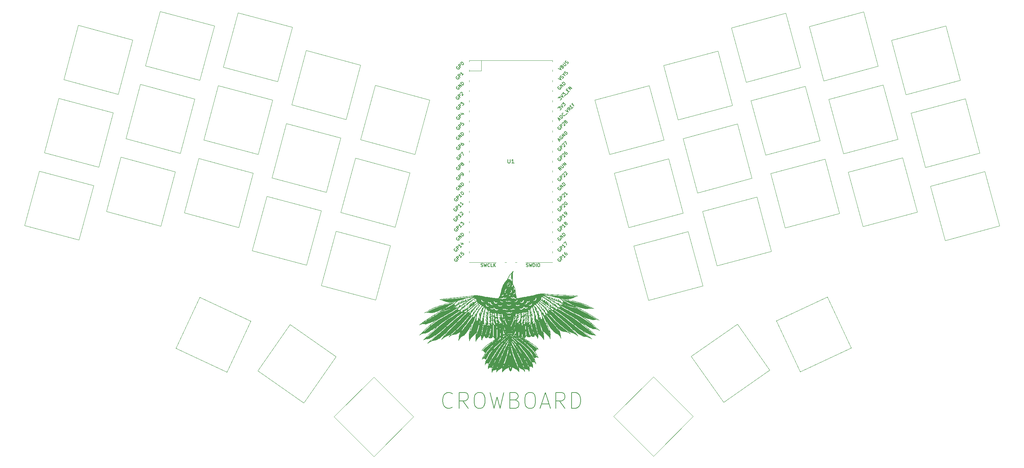
<source format=gto>
G04 #@! TF.GenerationSoftware,KiCad,Pcbnew,(6.0.4)*
G04 #@! TF.CreationDate,2022-05-01T20:55:41-04:00*
G04 #@! TF.ProjectId,crowboard,63726f77-626f-4617-9264-2e6b69636164,rev?*
G04 #@! TF.SameCoordinates,Original*
G04 #@! TF.FileFunction,Legend,Top*
G04 #@! TF.FilePolarity,Positive*
%FSLAX46Y46*%
G04 Gerber Fmt 4.6, Leading zero omitted, Abs format (unit mm)*
G04 Created by KiCad (PCBNEW (6.0.4)) date 2022-05-01 20:55:41*
%MOMM*%
%LPD*%
G01*
G04 APERTURE LIST*
G04 Aperture macros list*
%AMRotRect*
0 Rectangle, with rotation*
0 The origin of the aperture is its center*
0 $1 length*
0 $2 width*
0 $3 Rotation angle, in degrees counterclockwise*
0 Add horizontal line*
21,1,$1,$2,0,0,$3*%
G04 Aperture macros list end*
%ADD10C,0.150000*%
%ADD11C,0.300000*%
%ADD12C,0.120000*%
%ADD13RotRect,1.600000X1.600000X345.000000*%
%ADD14C,1.600000*%
%ADD15RotRect,1.600000X1.600000X15.000000*%
%ADD16C,1.750000*%
%ADD17C,4.000000*%
%ADD18O,1.500000X1.500000*%
%ADD19O,1.800000X1.800000*%
%ADD20R,3.500000X1.700000*%
%ADD21O,1.700000X1.700000*%
%ADD22R,1.700000X1.700000*%
%ADD23R,1.700000X3.500000*%
G04 APERTURE END LIST*
D10*
X134347619Y-132803571D02*
X134157142Y-132994047D01*
X133585714Y-133184523D01*
X133204761Y-133184523D01*
X132633333Y-132994047D01*
X132252380Y-132613095D01*
X132061904Y-132232142D01*
X131871428Y-131470238D01*
X131871428Y-130898809D01*
X132061904Y-130136904D01*
X132252380Y-129755952D01*
X132633333Y-129375000D01*
X133204761Y-129184523D01*
X133585714Y-129184523D01*
X134157142Y-129375000D01*
X134347619Y-129565476D01*
X138347619Y-133184523D02*
X137014285Y-131279761D01*
X136061904Y-133184523D02*
X136061904Y-129184523D01*
X137585714Y-129184523D01*
X137966666Y-129375000D01*
X138157142Y-129565476D01*
X138347619Y-129946428D01*
X138347619Y-130517857D01*
X138157142Y-130898809D01*
X137966666Y-131089285D01*
X137585714Y-131279761D01*
X136061904Y-131279761D01*
X140823809Y-129184523D02*
X141585714Y-129184523D01*
X141966666Y-129375000D01*
X142347619Y-129755952D01*
X142538095Y-130517857D01*
X142538095Y-131851190D01*
X142347619Y-132613095D01*
X141966666Y-132994047D01*
X141585714Y-133184523D01*
X140823809Y-133184523D01*
X140442857Y-132994047D01*
X140061904Y-132613095D01*
X139871428Y-131851190D01*
X139871428Y-130517857D01*
X140061904Y-129755952D01*
X140442857Y-129375000D01*
X140823809Y-129184523D01*
X143871428Y-129184523D02*
X144823809Y-133184523D01*
X145585714Y-130327380D01*
X146347619Y-133184523D01*
X147300000Y-129184523D01*
X150157142Y-131089285D02*
X150728571Y-131279761D01*
X150919047Y-131470238D01*
X151109523Y-131851190D01*
X151109523Y-132422619D01*
X150919047Y-132803571D01*
X150728571Y-132994047D01*
X150347619Y-133184523D01*
X148823809Y-133184523D01*
X148823809Y-129184523D01*
X150157142Y-129184523D01*
X150538095Y-129375000D01*
X150728571Y-129565476D01*
X150919047Y-129946428D01*
X150919047Y-130327380D01*
X150728571Y-130708333D01*
X150538095Y-130898809D01*
X150157142Y-131089285D01*
X148823809Y-131089285D01*
X153585714Y-129184523D02*
X154347619Y-129184523D01*
X154728571Y-129375000D01*
X155109523Y-129755952D01*
X155300000Y-130517857D01*
X155300000Y-131851190D01*
X155109523Y-132613095D01*
X154728571Y-132994047D01*
X154347619Y-133184523D01*
X153585714Y-133184523D01*
X153204761Y-132994047D01*
X152823809Y-132613095D01*
X152633333Y-131851190D01*
X152633333Y-130517857D01*
X152823809Y-129755952D01*
X153204761Y-129375000D01*
X153585714Y-129184523D01*
X156823809Y-132041666D02*
X158728571Y-132041666D01*
X156442857Y-133184523D02*
X157776190Y-129184523D01*
X159109523Y-133184523D01*
X162728571Y-133184523D02*
X161395238Y-131279761D01*
X160442857Y-133184523D02*
X160442857Y-129184523D01*
X161966666Y-129184523D01*
X162347619Y-129375000D01*
X162538095Y-129565476D01*
X162728571Y-129946428D01*
X162728571Y-130517857D01*
X162538095Y-130898809D01*
X162347619Y-131089285D01*
X161966666Y-131279761D01*
X160442857Y-131279761D01*
X164442857Y-133184523D02*
X164442857Y-129184523D01*
X165395238Y-129184523D01*
X165966666Y-129375000D01*
X166347619Y-129755952D01*
X166538095Y-130136904D01*
X166728571Y-130898809D01*
X166728571Y-131470238D01*
X166538095Y-132232142D01*
X166347619Y-132613095D01*
X165966666Y-132994047D01*
X165395238Y-133184523D01*
X164442857Y-133184523D01*
X148336095Y-70318380D02*
X148336095Y-71127904D01*
X148383714Y-71223142D01*
X148431333Y-71270761D01*
X148526571Y-71318380D01*
X148717047Y-71318380D01*
X148812285Y-71270761D01*
X148859904Y-71223142D01*
X148907523Y-71127904D01*
X148907523Y-70318380D01*
X149907523Y-71318380D02*
X149336095Y-71318380D01*
X149621809Y-71318380D02*
X149621809Y-70318380D01*
X149526571Y-70461238D01*
X149431333Y-70556476D01*
X149336095Y-70604095D01*
X135584158Y-51964155D02*
X135503346Y-51991093D01*
X135422534Y-52071905D01*
X135368659Y-52179654D01*
X135368659Y-52287404D01*
X135395597Y-52368216D01*
X135476409Y-52502903D01*
X135557221Y-52583715D01*
X135691908Y-52664528D01*
X135772720Y-52691465D01*
X135880470Y-52691465D01*
X135988219Y-52637590D01*
X136042094Y-52583715D01*
X136095969Y-52475966D01*
X136095969Y-52422091D01*
X135907407Y-52233529D01*
X135799658Y-52341279D01*
X136392280Y-52233529D02*
X135826595Y-51667844D01*
X136715529Y-51910280D01*
X136149844Y-51344595D01*
X136984903Y-51640906D02*
X136419218Y-51075221D01*
X136553905Y-50940534D01*
X136661654Y-50886659D01*
X136769404Y-50886659D01*
X136850216Y-50913597D01*
X136984903Y-50994409D01*
X137065715Y-51075221D01*
X137146528Y-51209908D01*
X137173465Y-51290720D01*
X137173465Y-51398470D01*
X137119590Y-51506219D01*
X136984903Y-51640906D01*
X135711096Y-69687218D02*
X135630284Y-69714155D01*
X135549471Y-69794967D01*
X135495597Y-69902717D01*
X135495597Y-70010467D01*
X135522534Y-70091279D01*
X135603346Y-70225966D01*
X135684158Y-70306778D01*
X135818845Y-70387590D01*
X135899658Y-70414528D01*
X136007407Y-70414528D01*
X136115157Y-70360653D01*
X136169032Y-70306778D01*
X136222906Y-70199028D01*
X136222906Y-70145154D01*
X136034345Y-69956592D01*
X135926595Y-70064341D01*
X136519218Y-69956592D02*
X135953532Y-69390906D01*
X136169032Y-69175407D01*
X136249844Y-69148470D01*
X136303719Y-69148470D01*
X136384531Y-69175407D01*
X136465343Y-69256219D01*
X136492280Y-69337032D01*
X136492280Y-69390906D01*
X136465343Y-69471719D01*
X136249844Y-69687218D01*
X136465343Y-68879096D02*
X136842467Y-68501972D01*
X137165715Y-69310094D01*
X161195722Y-92846592D02*
X161114910Y-92873529D01*
X161034097Y-92954341D01*
X160980223Y-93062091D01*
X160980223Y-93169841D01*
X161007160Y-93250653D01*
X161087972Y-93385340D01*
X161168784Y-93466152D01*
X161303471Y-93546964D01*
X161384284Y-93573902D01*
X161492033Y-93573902D01*
X161599783Y-93520027D01*
X161653658Y-93466152D01*
X161707532Y-93358402D01*
X161707532Y-93304528D01*
X161518971Y-93115966D01*
X161411221Y-93223715D01*
X162003844Y-93115966D02*
X161438158Y-92550280D01*
X161653658Y-92334781D01*
X161734470Y-92307844D01*
X161788345Y-92307844D01*
X161869157Y-92334781D01*
X161949969Y-92415593D01*
X161976906Y-92496406D01*
X161976906Y-92550280D01*
X161949969Y-92631093D01*
X161734470Y-92846592D01*
X162865841Y-92253969D02*
X162542592Y-92577218D01*
X162704216Y-92415593D02*
X162138531Y-91849908D01*
X162165468Y-91984595D01*
X162165468Y-92092345D01*
X162138531Y-92173157D01*
X162488717Y-91499722D02*
X162865841Y-91122598D01*
X163189089Y-91930720D01*
X135611096Y-74797218D02*
X135530284Y-74824155D01*
X135449471Y-74904967D01*
X135395597Y-75012717D01*
X135395597Y-75120467D01*
X135422534Y-75201279D01*
X135503346Y-75335966D01*
X135584158Y-75416778D01*
X135718845Y-75497590D01*
X135799658Y-75524528D01*
X135907407Y-75524528D01*
X136015157Y-75470653D01*
X136069032Y-75416778D01*
X136122906Y-75309028D01*
X136122906Y-75255154D01*
X135934345Y-75066592D01*
X135826595Y-75174341D01*
X136419218Y-75066592D02*
X135853532Y-74500906D01*
X136069032Y-74285407D01*
X136149844Y-74258470D01*
X136203719Y-74258470D01*
X136284531Y-74285407D01*
X136365343Y-74366219D01*
X136392280Y-74447032D01*
X136392280Y-74500906D01*
X136365343Y-74581719D01*
X136149844Y-74797218D01*
X137011841Y-74473969D02*
X137119590Y-74366219D01*
X137146528Y-74285407D01*
X137146528Y-74231532D01*
X137119590Y-74096845D01*
X137038778Y-73962158D01*
X136823279Y-73746659D01*
X136742467Y-73719722D01*
X136688592Y-73719722D01*
X136607780Y-73746659D01*
X136500030Y-73854409D01*
X136473093Y-73935221D01*
X136473093Y-73989096D01*
X136500030Y-74069908D01*
X136634717Y-74204595D01*
X136715529Y-74231532D01*
X136769404Y-74231532D01*
X136850216Y-74204595D01*
X136957966Y-74096845D01*
X136984903Y-74016033D01*
X136984903Y-73962158D01*
X136957966Y-73881346D01*
X135611096Y-46857218D02*
X135530284Y-46884155D01*
X135449471Y-46964967D01*
X135395597Y-47072717D01*
X135395597Y-47180467D01*
X135422534Y-47261279D01*
X135503346Y-47395966D01*
X135584158Y-47476778D01*
X135718845Y-47557590D01*
X135799658Y-47584528D01*
X135907407Y-47584528D01*
X136015157Y-47530653D01*
X136069032Y-47476778D01*
X136122906Y-47369028D01*
X136122906Y-47315154D01*
X135934345Y-47126592D01*
X135826595Y-47234341D01*
X136419218Y-47126592D02*
X135853532Y-46560906D01*
X136069032Y-46345407D01*
X136149844Y-46318470D01*
X136203719Y-46318470D01*
X136284531Y-46345407D01*
X136365343Y-46426219D01*
X136392280Y-46507032D01*
X136392280Y-46560906D01*
X136365343Y-46641719D01*
X136149844Y-46857218D01*
X136526967Y-45887471D02*
X136580842Y-45833597D01*
X136661654Y-45806659D01*
X136715529Y-45806659D01*
X136796341Y-45833597D01*
X136931028Y-45914409D01*
X137065715Y-46049096D01*
X137146528Y-46183783D01*
X137173465Y-46264595D01*
X137173465Y-46318470D01*
X137146528Y-46399282D01*
X137092653Y-46453157D01*
X137011841Y-46480094D01*
X136957966Y-46480094D01*
X136877154Y-46453157D01*
X136742467Y-46372345D01*
X136607780Y-46237658D01*
X136526967Y-46102971D01*
X136500030Y-46022158D01*
X136500030Y-45968284D01*
X136526967Y-45887471D01*
X161195722Y-62112592D02*
X161114910Y-62139529D01*
X161034097Y-62220341D01*
X160980223Y-62328091D01*
X160980223Y-62435841D01*
X161007160Y-62516653D01*
X161087972Y-62651340D01*
X161168784Y-62732152D01*
X161303471Y-62812964D01*
X161384284Y-62839902D01*
X161492033Y-62839902D01*
X161599783Y-62786027D01*
X161653658Y-62732152D01*
X161707532Y-62624402D01*
X161707532Y-62570528D01*
X161518971Y-62381966D01*
X161411221Y-62489715D01*
X162003844Y-62381966D02*
X161438158Y-61816280D01*
X161653658Y-61600781D01*
X161734470Y-61573844D01*
X161788345Y-61573844D01*
X161869157Y-61600781D01*
X161949969Y-61681593D01*
X161976906Y-61762406D01*
X161976906Y-61816280D01*
X161949969Y-61897093D01*
X161734470Y-62112592D01*
X162030781Y-61331407D02*
X162030781Y-61277532D01*
X162057719Y-61196720D01*
X162192406Y-61062033D01*
X162273218Y-61035096D01*
X162327093Y-61035096D01*
X162407905Y-61062033D01*
X162461780Y-61115908D01*
X162515654Y-61223658D01*
X162515654Y-61870155D01*
X162865841Y-61519969D01*
X162865841Y-60873471D02*
X162785028Y-60900409D01*
X162731154Y-60900409D01*
X162650341Y-60873471D01*
X162623404Y-60846534D01*
X162596467Y-60765722D01*
X162596467Y-60711847D01*
X162623404Y-60631035D01*
X162731154Y-60523285D01*
X162811966Y-60496348D01*
X162865841Y-60496348D01*
X162946653Y-60523285D01*
X162973590Y-60550223D01*
X163000528Y-60631035D01*
X163000528Y-60684910D01*
X162973590Y-60765722D01*
X162865841Y-60873471D01*
X162838903Y-60954284D01*
X162838903Y-61008158D01*
X162865841Y-61088971D01*
X162973590Y-61196720D01*
X163054402Y-61223658D01*
X163108277Y-61223658D01*
X163189089Y-61196720D01*
X163296839Y-61088971D01*
X163323776Y-61008158D01*
X163323776Y-60954284D01*
X163296839Y-60873471D01*
X163189089Y-60765722D01*
X163108277Y-60738784D01*
X163054402Y-60738784D01*
X162973590Y-60765722D01*
X135511096Y-49387218D02*
X135430284Y-49414155D01*
X135349471Y-49494967D01*
X135295597Y-49602717D01*
X135295597Y-49710467D01*
X135322534Y-49791279D01*
X135403346Y-49925966D01*
X135484158Y-50006778D01*
X135618845Y-50087590D01*
X135699658Y-50114528D01*
X135807407Y-50114528D01*
X135915157Y-50060653D01*
X135969032Y-50006778D01*
X136022906Y-49899028D01*
X136022906Y-49845154D01*
X135834345Y-49656592D01*
X135726595Y-49764341D01*
X136319218Y-49656592D02*
X135753532Y-49090906D01*
X135969032Y-48875407D01*
X136049844Y-48848470D01*
X136103719Y-48848470D01*
X136184531Y-48875407D01*
X136265343Y-48956219D01*
X136292280Y-49037032D01*
X136292280Y-49090906D01*
X136265343Y-49171719D01*
X136049844Y-49387218D01*
X137181215Y-48794595D02*
X136857966Y-49117844D01*
X137019590Y-48956219D02*
X136453905Y-48390534D01*
X136480842Y-48525221D01*
X136480842Y-48632971D01*
X136453905Y-48713783D01*
X135584158Y-77364155D02*
X135503346Y-77391093D01*
X135422534Y-77471905D01*
X135368659Y-77579654D01*
X135368659Y-77687404D01*
X135395597Y-77768216D01*
X135476409Y-77902903D01*
X135557221Y-77983715D01*
X135691908Y-78064528D01*
X135772720Y-78091465D01*
X135880470Y-78091465D01*
X135988219Y-78037590D01*
X136042094Y-77983715D01*
X136095969Y-77875966D01*
X136095969Y-77822091D01*
X135907407Y-77633529D01*
X135799658Y-77741279D01*
X136392280Y-77633529D02*
X135826595Y-77067844D01*
X136715529Y-77310280D01*
X136149844Y-76744595D01*
X136984903Y-77040906D02*
X136419218Y-76475221D01*
X136553905Y-76340534D01*
X136661654Y-76286659D01*
X136769404Y-76286659D01*
X136850216Y-76313597D01*
X136984903Y-76394409D01*
X137065715Y-76475221D01*
X137146528Y-76609908D01*
X137173465Y-76690720D01*
X137173465Y-76798470D01*
X137119590Y-76906219D01*
X136984903Y-77040906D01*
X161195722Y-82686592D02*
X161114910Y-82713529D01*
X161034097Y-82794341D01*
X160980223Y-82902091D01*
X160980223Y-83009841D01*
X161007160Y-83090653D01*
X161087972Y-83225340D01*
X161168784Y-83306152D01*
X161303471Y-83386964D01*
X161384284Y-83413902D01*
X161492033Y-83413902D01*
X161599783Y-83360027D01*
X161653658Y-83306152D01*
X161707532Y-83198402D01*
X161707532Y-83144528D01*
X161518971Y-82955966D01*
X161411221Y-83063715D01*
X162003844Y-82955966D02*
X161438158Y-82390280D01*
X161653658Y-82174781D01*
X161734470Y-82147844D01*
X161788345Y-82147844D01*
X161869157Y-82174781D01*
X161949969Y-82255593D01*
X161976906Y-82336406D01*
X161976906Y-82390280D01*
X161949969Y-82471093D01*
X161734470Y-82686592D01*
X162030781Y-81905407D02*
X162030781Y-81851532D01*
X162057719Y-81770720D01*
X162192406Y-81636033D01*
X162273218Y-81609096D01*
X162327093Y-81609096D01*
X162407905Y-81636033D01*
X162461780Y-81689908D01*
X162515654Y-81797658D01*
X162515654Y-82444155D01*
X162865841Y-82093969D01*
X162650341Y-81178097D02*
X162704216Y-81124223D01*
X162785028Y-81097285D01*
X162838903Y-81097285D01*
X162919715Y-81124223D01*
X163054402Y-81205035D01*
X163189089Y-81339722D01*
X163269902Y-81474409D01*
X163296839Y-81555221D01*
X163296839Y-81609096D01*
X163269902Y-81689908D01*
X163216027Y-81743783D01*
X163135215Y-81770720D01*
X163081340Y-81770720D01*
X163000528Y-81743783D01*
X162865841Y-81662971D01*
X162731154Y-81528284D01*
X162650341Y-81393597D01*
X162623404Y-81312784D01*
X162623404Y-81258910D01*
X162650341Y-81178097D01*
X153002761Y-97389809D02*
X153117047Y-97427904D01*
X153307523Y-97427904D01*
X153383714Y-97389809D01*
X153421809Y-97351714D01*
X153459904Y-97275523D01*
X153459904Y-97199333D01*
X153421809Y-97123142D01*
X153383714Y-97085047D01*
X153307523Y-97046952D01*
X153155142Y-97008857D01*
X153078952Y-96970761D01*
X153040857Y-96932666D01*
X153002761Y-96856476D01*
X153002761Y-96780285D01*
X153040857Y-96704095D01*
X153078952Y-96666000D01*
X153155142Y-96627904D01*
X153345619Y-96627904D01*
X153459904Y-96666000D01*
X153726571Y-96627904D02*
X153917047Y-97427904D01*
X154069428Y-96856476D01*
X154221809Y-97427904D01*
X154412285Y-96627904D01*
X154717047Y-97427904D02*
X154717047Y-96627904D01*
X154907523Y-96627904D01*
X155021809Y-96666000D01*
X155098000Y-96742190D01*
X155136095Y-96818380D01*
X155174190Y-96970761D01*
X155174190Y-97085047D01*
X155136095Y-97237428D01*
X155098000Y-97313619D01*
X155021809Y-97389809D01*
X154907523Y-97427904D01*
X154717047Y-97427904D01*
X155517047Y-97427904D02*
X155517047Y-96627904D01*
X156050380Y-96627904D02*
X156202761Y-96627904D01*
X156278952Y-96666000D01*
X156355142Y-96742190D01*
X156393238Y-96894571D01*
X156393238Y-97161238D01*
X156355142Y-97313619D01*
X156278952Y-97389809D01*
X156202761Y-97427904D01*
X156050380Y-97427904D01*
X155974190Y-97389809D01*
X155898000Y-97313619D01*
X155859904Y-97161238D01*
X155859904Y-96894571D01*
X155898000Y-96742190D01*
X155974190Y-96666000D01*
X156050380Y-96627904D01*
X161195722Y-85226592D02*
X161114910Y-85253529D01*
X161034097Y-85334341D01*
X160980223Y-85442091D01*
X160980223Y-85549841D01*
X161007160Y-85630653D01*
X161087972Y-85765340D01*
X161168784Y-85846152D01*
X161303471Y-85926964D01*
X161384284Y-85953902D01*
X161492033Y-85953902D01*
X161599783Y-85900027D01*
X161653658Y-85846152D01*
X161707532Y-85738402D01*
X161707532Y-85684528D01*
X161518971Y-85495966D01*
X161411221Y-85603715D01*
X162003844Y-85495966D02*
X161438158Y-84930280D01*
X161653658Y-84714781D01*
X161734470Y-84687844D01*
X161788345Y-84687844D01*
X161869157Y-84714781D01*
X161949969Y-84795593D01*
X161976906Y-84876406D01*
X161976906Y-84930280D01*
X161949969Y-85011093D01*
X161734470Y-85226592D01*
X162865841Y-84633969D02*
X162542592Y-84957218D01*
X162704216Y-84795593D02*
X162138531Y-84229908D01*
X162165468Y-84364595D01*
X162165468Y-84472345D01*
X162138531Y-84553157D01*
X163135215Y-84364595D02*
X163242964Y-84256845D01*
X163269902Y-84176033D01*
X163269902Y-84122158D01*
X163242964Y-83987471D01*
X163162152Y-83852784D01*
X162946653Y-83637285D01*
X162865841Y-83610348D01*
X162811966Y-83610348D01*
X162731154Y-83637285D01*
X162623404Y-83745035D01*
X162596467Y-83825847D01*
X162596467Y-83879722D01*
X162623404Y-83960534D01*
X162758091Y-84095221D01*
X162838903Y-84122158D01*
X162892778Y-84122158D01*
X162973590Y-84095221D01*
X163081340Y-83987471D01*
X163108277Y-83906659D01*
X163108277Y-83852784D01*
X163081340Y-83771972D01*
X135511096Y-54477218D02*
X135430284Y-54504155D01*
X135349471Y-54584967D01*
X135295597Y-54692717D01*
X135295597Y-54800467D01*
X135322534Y-54881279D01*
X135403346Y-55015966D01*
X135484158Y-55096778D01*
X135618845Y-55177590D01*
X135699658Y-55204528D01*
X135807407Y-55204528D01*
X135915157Y-55150653D01*
X135969032Y-55096778D01*
X136022906Y-54989028D01*
X136022906Y-54935154D01*
X135834345Y-54746592D01*
X135726595Y-54854341D01*
X136319218Y-54746592D02*
X135753532Y-54180906D01*
X135969032Y-53965407D01*
X136049844Y-53938470D01*
X136103719Y-53938470D01*
X136184531Y-53965407D01*
X136265343Y-54046219D01*
X136292280Y-54127032D01*
X136292280Y-54180906D01*
X136265343Y-54261719D01*
X136049844Y-54477218D01*
X136346155Y-53696033D02*
X136346155Y-53642158D01*
X136373093Y-53561346D01*
X136507780Y-53426659D01*
X136588592Y-53399722D01*
X136642467Y-53399722D01*
X136723279Y-53426659D01*
X136777154Y-53480534D01*
X136831028Y-53588284D01*
X136831028Y-54234781D01*
X137181215Y-53884595D01*
X135087722Y-87766592D02*
X135006910Y-87793529D01*
X134926097Y-87874341D01*
X134872223Y-87982091D01*
X134872223Y-88089841D01*
X134899160Y-88170653D01*
X134979972Y-88305340D01*
X135060784Y-88386152D01*
X135195471Y-88466964D01*
X135276284Y-88493902D01*
X135384033Y-88493902D01*
X135491783Y-88440027D01*
X135545658Y-88386152D01*
X135599532Y-88278402D01*
X135599532Y-88224528D01*
X135410971Y-88035966D01*
X135303221Y-88143715D01*
X135895844Y-88035966D02*
X135330158Y-87470280D01*
X135545658Y-87254781D01*
X135626470Y-87227844D01*
X135680345Y-87227844D01*
X135761157Y-87254781D01*
X135841969Y-87335593D01*
X135868906Y-87416406D01*
X135868906Y-87470280D01*
X135841969Y-87551093D01*
X135626470Y-87766592D01*
X136757841Y-87173969D02*
X136434592Y-87497218D01*
X136596216Y-87335593D02*
X136030531Y-86769908D01*
X136057468Y-86904595D01*
X136057468Y-87012345D01*
X136030531Y-87093157D01*
X136380717Y-86419722D02*
X136730903Y-86069536D01*
X136757841Y-86473597D01*
X136838653Y-86392784D01*
X136919465Y-86365847D01*
X136973340Y-86365847D01*
X137054152Y-86392784D01*
X137188839Y-86527471D01*
X137215776Y-86608284D01*
X137215776Y-86662158D01*
X137188839Y-86742971D01*
X137027215Y-86904595D01*
X136946402Y-86931532D01*
X136892528Y-86931532D01*
X135584158Y-90064155D02*
X135503346Y-90091093D01*
X135422534Y-90171905D01*
X135368659Y-90279654D01*
X135368659Y-90387404D01*
X135395597Y-90468216D01*
X135476409Y-90602903D01*
X135557221Y-90683715D01*
X135691908Y-90764528D01*
X135772720Y-90791465D01*
X135880470Y-90791465D01*
X135988219Y-90737590D01*
X136042094Y-90683715D01*
X136095969Y-90575966D01*
X136095969Y-90522091D01*
X135907407Y-90333529D01*
X135799658Y-90441279D01*
X136392280Y-90333529D02*
X135826595Y-89767844D01*
X136715529Y-90010280D01*
X136149844Y-89444595D01*
X136984903Y-89740906D02*
X136419218Y-89175221D01*
X136553905Y-89040534D01*
X136661654Y-88986659D01*
X136769404Y-88986659D01*
X136850216Y-89013597D01*
X136984903Y-89094409D01*
X137065715Y-89175221D01*
X137146528Y-89309908D01*
X137173465Y-89390720D01*
X137173465Y-89498470D01*
X137119590Y-89606219D01*
X136984903Y-89740906D01*
X135584158Y-64664155D02*
X135503346Y-64691093D01*
X135422534Y-64771905D01*
X135368659Y-64879654D01*
X135368659Y-64987404D01*
X135395597Y-65068216D01*
X135476409Y-65202903D01*
X135557221Y-65283715D01*
X135691908Y-65364528D01*
X135772720Y-65391465D01*
X135880470Y-65391465D01*
X135988219Y-65337590D01*
X136042094Y-65283715D01*
X136095969Y-65175966D01*
X136095969Y-65122091D01*
X135907407Y-64933529D01*
X135799658Y-65041279D01*
X136392280Y-64933529D02*
X135826595Y-64367844D01*
X136715529Y-64610280D01*
X136149844Y-64044595D01*
X136984903Y-64340906D02*
X136419218Y-63775221D01*
X136553905Y-63640534D01*
X136661654Y-63586659D01*
X136769404Y-63586659D01*
X136850216Y-63613597D01*
X136984903Y-63694409D01*
X137065715Y-63775221D01*
X137146528Y-63909908D01*
X137173465Y-63990720D01*
X137173465Y-64098470D01*
X137119590Y-64206219D01*
X136984903Y-64340906D01*
X161252788Y-60399773D02*
X161522162Y-60130399D01*
X161360537Y-60615272D02*
X160983414Y-59861025D01*
X161737661Y-60238149D01*
X161926223Y-60049587D02*
X161360537Y-59483902D01*
X161495224Y-59349215D01*
X161602974Y-59295340D01*
X161710723Y-59295340D01*
X161791536Y-59322277D01*
X161926223Y-59403089D01*
X162007035Y-59483902D01*
X162087847Y-59618589D01*
X162114784Y-59699401D01*
X162114784Y-59807150D01*
X162060910Y-59914900D01*
X161926223Y-60049587D01*
X162761282Y-59106778D02*
X162761282Y-59160653D01*
X162707407Y-59268402D01*
X162653532Y-59322277D01*
X162545783Y-59376152D01*
X162438033Y-59376152D01*
X162357221Y-59349215D01*
X162222534Y-59268402D01*
X162141722Y-59187590D01*
X162060910Y-59052903D01*
X162033972Y-58972091D01*
X162033972Y-58864341D01*
X162087847Y-58756592D01*
X162141722Y-58702717D01*
X162249471Y-58648842D01*
X162303346Y-58648842D01*
X162976781Y-59106778D02*
X163407780Y-58675780D01*
X162842094Y-58002345D02*
X163596341Y-58379468D01*
X163219218Y-57625221D01*
X164296714Y-57679096D02*
X163838778Y-57598284D01*
X163973465Y-58002345D02*
X163407780Y-57436659D01*
X163623279Y-57221160D01*
X163704091Y-57194223D01*
X163757966Y-57194223D01*
X163838778Y-57221160D01*
X163919590Y-57301972D01*
X163946528Y-57382784D01*
X163946528Y-57436659D01*
X163919590Y-57517471D01*
X163704091Y-57732971D01*
X164242839Y-57140348D02*
X164431401Y-56951786D01*
X164808524Y-57167285D02*
X164539150Y-57436659D01*
X163973465Y-56870974D01*
X164242839Y-56601600D01*
X164943211Y-56439975D02*
X164754650Y-56628537D01*
X165050961Y-56924849D02*
X164485276Y-56359163D01*
X164754650Y-56089789D01*
X135087722Y-95386592D02*
X135006910Y-95413529D01*
X134926097Y-95494341D01*
X134872223Y-95602091D01*
X134872223Y-95709841D01*
X134899160Y-95790653D01*
X134979972Y-95925340D01*
X135060784Y-96006152D01*
X135195471Y-96086964D01*
X135276284Y-96113902D01*
X135384033Y-96113902D01*
X135491783Y-96060027D01*
X135545658Y-96006152D01*
X135599532Y-95898402D01*
X135599532Y-95844528D01*
X135410971Y-95655966D01*
X135303221Y-95763715D01*
X135895844Y-95655966D02*
X135330158Y-95090280D01*
X135545658Y-94874781D01*
X135626470Y-94847844D01*
X135680345Y-94847844D01*
X135761157Y-94874781D01*
X135841969Y-94955593D01*
X135868906Y-95036406D01*
X135868906Y-95090280D01*
X135841969Y-95171093D01*
X135626470Y-95386592D01*
X136757841Y-94793969D02*
X136434592Y-95117218D01*
X136596216Y-94955593D02*
X136030531Y-94389908D01*
X136057468Y-94524595D01*
X136057468Y-94632345D01*
X136030531Y-94713157D01*
X136703966Y-93716473D02*
X136434592Y-93985847D01*
X136677028Y-94282158D01*
X136677028Y-94228284D01*
X136703966Y-94147471D01*
X136838653Y-94012784D01*
X136919465Y-93985847D01*
X136973340Y-93985847D01*
X137054152Y-94012784D01*
X137188839Y-94147471D01*
X137215776Y-94228284D01*
X137215776Y-94282158D01*
X137188839Y-94362971D01*
X137054152Y-94497658D01*
X136973340Y-94524595D01*
X136919465Y-94524595D01*
X161936375Y-72809435D02*
X161478439Y-72728622D01*
X161613126Y-73132683D02*
X161047441Y-72566998D01*
X161262940Y-72351499D01*
X161343752Y-72324561D01*
X161397627Y-72324561D01*
X161478439Y-72351499D01*
X161559251Y-72432311D01*
X161586189Y-72513123D01*
X161586189Y-72566998D01*
X161559251Y-72647810D01*
X161343752Y-72863309D01*
X161613126Y-72001312D02*
X162071062Y-72459248D01*
X162151874Y-72486186D01*
X162205749Y-72486186D01*
X162286561Y-72459248D01*
X162394311Y-72351499D01*
X162421248Y-72270687D01*
X162421248Y-72216812D01*
X162394311Y-72135999D01*
X161936375Y-71678064D01*
X162771435Y-71974375D02*
X162205749Y-71408690D01*
X163094683Y-71651126D01*
X162528998Y-71085441D01*
X135041722Y-92846592D02*
X134960910Y-92873529D01*
X134880097Y-92954341D01*
X134826223Y-93062091D01*
X134826223Y-93169841D01*
X134853160Y-93250653D01*
X134933972Y-93385340D01*
X135014784Y-93466152D01*
X135149471Y-93546964D01*
X135230284Y-93573902D01*
X135338033Y-93573902D01*
X135445783Y-93520027D01*
X135499658Y-93466152D01*
X135553532Y-93358402D01*
X135553532Y-93304528D01*
X135364971Y-93115966D01*
X135257221Y-93223715D01*
X135849844Y-93115966D02*
X135284158Y-92550280D01*
X135499658Y-92334781D01*
X135580470Y-92307844D01*
X135634345Y-92307844D01*
X135715157Y-92334781D01*
X135795969Y-92415593D01*
X135822906Y-92496406D01*
X135822906Y-92550280D01*
X135795969Y-92631093D01*
X135580470Y-92846592D01*
X136711841Y-92253969D02*
X136388592Y-92577218D01*
X136550216Y-92415593D02*
X135984531Y-91849908D01*
X136011468Y-91984595D01*
X136011468Y-92092345D01*
X135984531Y-92173157D01*
X136819590Y-91391972D02*
X137196714Y-91769096D01*
X136469404Y-91311160D02*
X136738778Y-91849908D01*
X137088964Y-91499722D01*
X135611096Y-59557218D02*
X135530284Y-59584155D01*
X135449471Y-59664967D01*
X135395597Y-59772717D01*
X135395597Y-59880467D01*
X135422534Y-59961279D01*
X135503346Y-60095966D01*
X135584158Y-60176778D01*
X135718845Y-60257590D01*
X135799658Y-60284528D01*
X135907407Y-60284528D01*
X136015157Y-60230653D01*
X136069032Y-60176778D01*
X136122906Y-60069028D01*
X136122906Y-60015154D01*
X135934345Y-59826592D01*
X135826595Y-59934341D01*
X136419218Y-59826592D02*
X135853532Y-59260906D01*
X136069032Y-59045407D01*
X136149844Y-59018470D01*
X136203719Y-59018470D01*
X136284531Y-59045407D01*
X136365343Y-59126219D01*
X136392280Y-59207032D01*
X136392280Y-59260906D01*
X136365343Y-59341719D01*
X136149844Y-59557218D01*
X136850216Y-58641346D02*
X137227340Y-59018470D01*
X136500030Y-58560534D02*
X136769404Y-59099282D01*
X137119590Y-58749096D01*
X161020131Y-54824308D02*
X161370317Y-54474122D01*
X161397255Y-54878183D01*
X161478067Y-54797370D01*
X161558879Y-54770433D01*
X161612754Y-54770433D01*
X161693566Y-54797370D01*
X161828253Y-54932057D01*
X161855190Y-55012870D01*
X161855190Y-55066744D01*
X161828253Y-55147557D01*
X161666629Y-55309181D01*
X161585816Y-55336118D01*
X161531942Y-55336118D01*
X161531942Y-54312497D02*
X162286189Y-54689621D01*
X161909065Y-53935374D01*
X162043752Y-53800687D02*
X162393938Y-53450500D01*
X162420876Y-53854561D01*
X162501688Y-53773749D01*
X162582500Y-53746812D01*
X162636375Y-53746812D01*
X162717187Y-53773749D01*
X162851874Y-53908436D01*
X162878812Y-53989248D01*
X162878812Y-54043123D01*
X162851874Y-54123935D01*
X162690250Y-54285560D01*
X162609438Y-54312497D01*
X162555563Y-54312497D01*
X163121248Y-53962311D02*
X163552247Y-53531312D01*
X163336748Y-53046439D02*
X163525309Y-52857877D01*
X163902433Y-53073377D02*
X163633059Y-53342751D01*
X163067374Y-52777065D01*
X163336748Y-52507691D01*
X164144870Y-52830940D02*
X163579184Y-52265255D01*
X164468118Y-52507691D01*
X163902433Y-51942006D01*
X161195722Y-67456592D02*
X161114910Y-67483529D01*
X161034097Y-67564341D01*
X160980223Y-67672091D01*
X160980223Y-67779841D01*
X161007160Y-67860653D01*
X161087972Y-67995340D01*
X161168784Y-68076152D01*
X161303471Y-68156964D01*
X161384284Y-68183902D01*
X161492033Y-68183902D01*
X161599783Y-68130027D01*
X161653658Y-68076152D01*
X161707532Y-67968402D01*
X161707532Y-67914528D01*
X161518971Y-67725966D01*
X161411221Y-67833715D01*
X162003844Y-67725966D02*
X161438158Y-67160280D01*
X161653658Y-66944781D01*
X161734470Y-66917844D01*
X161788345Y-66917844D01*
X161869157Y-66944781D01*
X161949969Y-67025593D01*
X161976906Y-67106406D01*
X161976906Y-67160280D01*
X161949969Y-67241093D01*
X161734470Y-67456592D01*
X162030781Y-66675407D02*
X162030781Y-66621532D01*
X162057719Y-66540720D01*
X162192406Y-66406033D01*
X162273218Y-66379096D01*
X162327093Y-66379096D01*
X162407905Y-66406033D01*
X162461780Y-66459908D01*
X162515654Y-66567658D01*
X162515654Y-67214155D01*
X162865841Y-66863969D01*
X162488717Y-66109722D02*
X162865841Y-65732598D01*
X163189089Y-66540720D01*
X135611096Y-72257218D02*
X135530284Y-72284155D01*
X135449471Y-72364967D01*
X135395597Y-72472717D01*
X135395597Y-72580467D01*
X135422534Y-72661279D01*
X135503346Y-72795966D01*
X135584158Y-72876778D01*
X135718845Y-72957590D01*
X135799658Y-72984528D01*
X135907407Y-72984528D01*
X136015157Y-72930653D01*
X136069032Y-72876778D01*
X136122906Y-72769028D01*
X136122906Y-72715154D01*
X135934345Y-72526592D01*
X135826595Y-72634341D01*
X136419218Y-72526592D02*
X135853532Y-71960906D01*
X136069032Y-71745407D01*
X136149844Y-71718470D01*
X136203719Y-71718470D01*
X136284531Y-71745407D01*
X136365343Y-71826219D01*
X136392280Y-71907032D01*
X136392280Y-71960906D01*
X136365343Y-72041719D01*
X136149844Y-72257218D01*
X136742467Y-71556845D02*
X136661654Y-71583783D01*
X136607780Y-71583783D01*
X136526967Y-71556845D01*
X136500030Y-71529908D01*
X136473093Y-71449096D01*
X136473093Y-71395221D01*
X136500030Y-71314409D01*
X136607780Y-71206659D01*
X136688592Y-71179722D01*
X136742467Y-71179722D01*
X136823279Y-71206659D01*
X136850216Y-71233597D01*
X136877154Y-71314409D01*
X136877154Y-71368284D01*
X136850216Y-71449096D01*
X136742467Y-71556845D01*
X136715529Y-71637658D01*
X136715529Y-71691532D01*
X136742467Y-71772345D01*
X136850216Y-71880094D01*
X136931028Y-71907032D01*
X136984903Y-71907032D01*
X137065715Y-71880094D01*
X137173465Y-71772345D01*
X137200402Y-71691532D01*
X137200402Y-71637658D01*
X137173465Y-71556845D01*
X137065715Y-71449096D01*
X136984903Y-71422158D01*
X136931028Y-71422158D01*
X136850216Y-71449096D01*
X161195722Y-80156592D02*
X161114910Y-80183529D01*
X161034097Y-80264341D01*
X160980223Y-80372091D01*
X160980223Y-80479841D01*
X161007160Y-80560653D01*
X161087972Y-80695340D01*
X161168784Y-80776152D01*
X161303471Y-80856964D01*
X161384284Y-80883902D01*
X161492033Y-80883902D01*
X161599783Y-80830027D01*
X161653658Y-80776152D01*
X161707532Y-80668402D01*
X161707532Y-80614528D01*
X161518971Y-80425966D01*
X161411221Y-80533715D01*
X162003844Y-80425966D02*
X161438158Y-79860280D01*
X161653658Y-79644781D01*
X161734470Y-79617844D01*
X161788345Y-79617844D01*
X161869157Y-79644781D01*
X161949969Y-79725593D01*
X161976906Y-79806406D01*
X161976906Y-79860280D01*
X161949969Y-79941093D01*
X161734470Y-80156592D01*
X162030781Y-79375407D02*
X162030781Y-79321532D01*
X162057719Y-79240720D01*
X162192406Y-79106033D01*
X162273218Y-79079096D01*
X162327093Y-79079096D01*
X162407905Y-79106033D01*
X162461780Y-79159908D01*
X162515654Y-79267658D01*
X162515654Y-79914155D01*
X162865841Y-79563969D01*
X163404589Y-79025221D02*
X163081340Y-79348470D01*
X163242964Y-79186845D02*
X162677279Y-78621160D01*
X162704216Y-78755847D01*
X162704216Y-78863597D01*
X162677279Y-78944409D01*
X161249597Y-65606964D02*
X161518971Y-65337590D01*
X161357346Y-65822463D02*
X160980223Y-65068216D01*
X161734470Y-65445340D01*
X161680595Y-64421719D02*
X161599783Y-64448656D01*
X161518971Y-64529468D01*
X161465096Y-64637218D01*
X161465096Y-64744967D01*
X161492033Y-64825780D01*
X161572845Y-64960467D01*
X161653658Y-65041279D01*
X161788345Y-65122091D01*
X161869157Y-65149028D01*
X161976906Y-65149028D01*
X162084656Y-65095154D01*
X162138531Y-65041279D01*
X162192406Y-64933529D01*
X162192406Y-64879654D01*
X162003844Y-64691093D01*
X161896094Y-64798842D01*
X162488717Y-64691093D02*
X161923032Y-64125407D01*
X162811966Y-64367844D01*
X162246280Y-63802158D01*
X163081340Y-64098470D02*
X162515654Y-63532784D01*
X162650341Y-63398097D01*
X162758091Y-63344223D01*
X162865841Y-63344223D01*
X162946653Y-63371160D01*
X163081340Y-63451972D01*
X163162152Y-63532784D01*
X163242964Y-63667471D01*
X163269902Y-63748284D01*
X163269902Y-63856033D01*
X163216027Y-63963783D01*
X163081340Y-64098470D01*
X134941722Y-82686592D02*
X134860910Y-82713529D01*
X134780097Y-82794341D01*
X134726223Y-82902091D01*
X134726223Y-83009841D01*
X134753160Y-83090653D01*
X134833972Y-83225340D01*
X134914784Y-83306152D01*
X135049471Y-83386964D01*
X135130284Y-83413902D01*
X135238033Y-83413902D01*
X135345783Y-83360027D01*
X135399658Y-83306152D01*
X135453532Y-83198402D01*
X135453532Y-83144528D01*
X135264971Y-82955966D01*
X135157221Y-83063715D01*
X135749844Y-82955966D02*
X135184158Y-82390280D01*
X135399658Y-82174781D01*
X135480470Y-82147844D01*
X135534345Y-82147844D01*
X135615157Y-82174781D01*
X135695969Y-82255593D01*
X135722906Y-82336406D01*
X135722906Y-82390280D01*
X135695969Y-82471093D01*
X135480470Y-82686592D01*
X136611841Y-82093969D02*
X136288592Y-82417218D01*
X136450216Y-82255593D02*
X135884531Y-81689908D01*
X135911468Y-81824595D01*
X135911468Y-81932345D01*
X135884531Y-82013157D01*
X137150589Y-81555221D02*
X136827340Y-81878470D01*
X136988964Y-81716845D02*
X136423279Y-81151160D01*
X136450216Y-81285847D01*
X136450216Y-81393597D01*
X136423279Y-81474409D01*
X141588476Y-97389809D02*
X141702761Y-97427904D01*
X141893238Y-97427904D01*
X141969428Y-97389809D01*
X142007523Y-97351714D01*
X142045619Y-97275523D01*
X142045619Y-97199333D01*
X142007523Y-97123142D01*
X141969428Y-97085047D01*
X141893238Y-97046952D01*
X141740857Y-97008857D01*
X141664666Y-96970761D01*
X141626571Y-96932666D01*
X141588476Y-96856476D01*
X141588476Y-96780285D01*
X141626571Y-96704095D01*
X141664666Y-96666000D01*
X141740857Y-96627904D01*
X141931333Y-96627904D01*
X142045619Y-96666000D01*
X142312285Y-96627904D02*
X142502761Y-97427904D01*
X142655142Y-96856476D01*
X142807523Y-97427904D01*
X142998000Y-96627904D01*
X143759904Y-97351714D02*
X143721809Y-97389809D01*
X143607523Y-97427904D01*
X143531333Y-97427904D01*
X143417047Y-97389809D01*
X143340857Y-97313619D01*
X143302761Y-97237428D01*
X143264666Y-97085047D01*
X143264666Y-96970761D01*
X143302761Y-96818380D01*
X143340857Y-96742190D01*
X143417047Y-96666000D01*
X143531333Y-96627904D01*
X143607523Y-96627904D01*
X143721809Y-96666000D01*
X143759904Y-96704095D01*
X144483714Y-97427904D02*
X144102761Y-97427904D01*
X144102761Y-96627904D01*
X144750380Y-97427904D02*
X144750380Y-96627904D01*
X145207523Y-97427904D02*
X144864666Y-96970761D01*
X145207523Y-96627904D02*
X144750380Y-97085047D01*
X161051129Y-47393309D02*
X161805377Y-47770433D01*
X161428253Y-47016186D01*
X162074751Y-46908436D02*
X162182500Y-46854561D01*
X162236375Y-46854561D01*
X162317187Y-46881499D01*
X162398000Y-46962311D01*
X162424937Y-47043123D01*
X162424937Y-47096998D01*
X162398000Y-47177810D01*
X162182500Y-47393309D01*
X161616815Y-46827624D01*
X161805377Y-46639062D01*
X161886189Y-46612125D01*
X161940064Y-46612125D01*
X162020876Y-46639062D01*
X162074751Y-46692937D01*
X162101688Y-46773749D01*
X162101688Y-46827624D01*
X162074751Y-46908436D01*
X161886189Y-47096998D01*
X162182500Y-46261938D02*
X162640436Y-46719874D01*
X162721248Y-46746812D01*
X162775123Y-46746812D01*
X162855935Y-46719874D01*
X162963685Y-46612125D01*
X162990622Y-46531312D01*
X162990622Y-46477438D01*
X162963685Y-46396625D01*
X162505749Y-45938690D01*
X163286934Y-46235001D02*
X163394683Y-46181126D01*
X163529370Y-46046439D01*
X163556308Y-45965627D01*
X163556308Y-45911752D01*
X163529370Y-45830940D01*
X163475496Y-45777065D01*
X163394683Y-45750128D01*
X163340809Y-45750128D01*
X163259996Y-45777065D01*
X163125309Y-45857877D01*
X163044497Y-45884815D01*
X162990622Y-45884815D01*
X162909810Y-45857877D01*
X162855935Y-45804003D01*
X162828998Y-45723190D01*
X162828998Y-45669316D01*
X162855935Y-45588503D01*
X162990622Y-45453816D01*
X163098372Y-45399942D01*
X135611096Y-62097218D02*
X135530284Y-62124155D01*
X135449471Y-62204967D01*
X135395597Y-62312717D01*
X135395597Y-62420467D01*
X135422534Y-62501279D01*
X135503346Y-62635966D01*
X135584158Y-62716778D01*
X135718845Y-62797590D01*
X135799658Y-62824528D01*
X135907407Y-62824528D01*
X136015157Y-62770653D01*
X136069032Y-62716778D01*
X136122906Y-62609028D01*
X136122906Y-62555154D01*
X135934345Y-62366592D01*
X135826595Y-62474341D01*
X136419218Y-62366592D02*
X135853532Y-61800906D01*
X136069032Y-61585407D01*
X136149844Y-61558470D01*
X136203719Y-61558470D01*
X136284531Y-61585407D01*
X136365343Y-61666219D01*
X136392280Y-61747032D01*
X136392280Y-61800906D01*
X136365343Y-61881719D01*
X136149844Y-62097218D01*
X136688592Y-60965847D02*
X136419218Y-61235221D01*
X136661654Y-61531532D01*
X136661654Y-61477658D01*
X136688592Y-61396845D01*
X136823279Y-61262158D01*
X136904091Y-61235221D01*
X136957966Y-61235221D01*
X137038778Y-61262158D01*
X137173465Y-61396845D01*
X137200402Y-61477658D01*
X137200402Y-61531532D01*
X137173465Y-61612345D01*
X137038778Y-61747032D01*
X136957966Y-61773969D01*
X136904091Y-61773969D01*
X161184158Y-77364155D02*
X161103346Y-77391093D01*
X161022534Y-77471905D01*
X160968659Y-77579654D01*
X160968659Y-77687404D01*
X160995597Y-77768216D01*
X161076409Y-77902903D01*
X161157221Y-77983715D01*
X161291908Y-78064528D01*
X161372720Y-78091465D01*
X161480470Y-78091465D01*
X161588219Y-78037590D01*
X161642094Y-77983715D01*
X161695969Y-77875966D01*
X161695969Y-77822091D01*
X161507407Y-77633529D01*
X161399658Y-77741279D01*
X161992280Y-77633529D02*
X161426595Y-77067844D01*
X162315529Y-77310280D01*
X161749844Y-76744595D01*
X162584903Y-77040906D02*
X162019218Y-76475221D01*
X162153905Y-76340534D01*
X162261654Y-76286659D01*
X162369404Y-76286659D01*
X162450216Y-76313597D01*
X162584903Y-76394409D01*
X162665715Y-76475221D01*
X162746528Y-76609908D01*
X162773465Y-76690720D01*
X162773465Y-76798470D01*
X162719590Y-76906219D01*
X162584903Y-77040906D01*
X135087722Y-80146592D02*
X135006910Y-80173529D01*
X134926097Y-80254341D01*
X134872223Y-80362091D01*
X134872223Y-80469841D01*
X134899160Y-80550653D01*
X134979972Y-80685340D01*
X135060784Y-80766152D01*
X135195471Y-80846964D01*
X135276284Y-80873902D01*
X135384033Y-80873902D01*
X135491783Y-80820027D01*
X135545658Y-80766152D01*
X135599532Y-80658402D01*
X135599532Y-80604528D01*
X135410971Y-80415966D01*
X135303221Y-80523715D01*
X135895844Y-80415966D02*
X135330158Y-79850280D01*
X135545658Y-79634781D01*
X135626470Y-79607844D01*
X135680345Y-79607844D01*
X135761157Y-79634781D01*
X135841969Y-79715593D01*
X135868906Y-79796406D01*
X135868906Y-79850280D01*
X135841969Y-79931093D01*
X135626470Y-80146592D01*
X136757841Y-79553969D02*
X136434592Y-79877218D01*
X136596216Y-79715593D02*
X136030531Y-79149908D01*
X136057468Y-79284595D01*
X136057468Y-79392345D01*
X136030531Y-79473157D01*
X136542341Y-78638097D02*
X136596216Y-78584223D01*
X136677028Y-78557285D01*
X136730903Y-78557285D01*
X136811715Y-78584223D01*
X136946402Y-78665035D01*
X137081089Y-78799722D01*
X137161902Y-78934409D01*
X137188839Y-79015221D01*
X137188839Y-79069096D01*
X137161902Y-79149908D01*
X137108027Y-79203783D01*
X137027215Y-79230720D01*
X136973340Y-79230720D01*
X136892528Y-79203783D01*
X136757841Y-79122971D01*
X136623154Y-78988284D01*
X136542341Y-78853597D01*
X136515404Y-78772784D01*
X136515404Y-78718910D01*
X136542341Y-78638097D01*
X161184158Y-51964155D02*
X161103346Y-51991093D01*
X161022534Y-52071905D01*
X160968659Y-52179654D01*
X160968659Y-52287404D01*
X160995597Y-52368216D01*
X161076409Y-52502903D01*
X161157221Y-52583715D01*
X161291908Y-52664528D01*
X161372720Y-52691465D01*
X161480470Y-52691465D01*
X161588219Y-52637590D01*
X161642094Y-52583715D01*
X161695969Y-52475966D01*
X161695969Y-52422091D01*
X161507407Y-52233529D01*
X161399658Y-52341279D01*
X161992280Y-52233529D02*
X161426595Y-51667844D01*
X162315529Y-51910280D01*
X161749844Y-51344595D01*
X162584903Y-51640906D02*
X162019218Y-51075221D01*
X162153905Y-50940534D01*
X162261654Y-50886659D01*
X162369404Y-50886659D01*
X162450216Y-50913597D01*
X162584903Y-50994409D01*
X162665715Y-51075221D01*
X162746528Y-51209908D01*
X162773465Y-51290720D01*
X162773465Y-51398470D01*
X162719590Y-51506219D01*
X162584903Y-51640906D01*
X135611096Y-67177218D02*
X135530284Y-67204155D01*
X135449471Y-67284967D01*
X135395597Y-67392717D01*
X135395597Y-67500467D01*
X135422534Y-67581279D01*
X135503346Y-67715966D01*
X135584158Y-67796778D01*
X135718845Y-67877590D01*
X135799658Y-67904528D01*
X135907407Y-67904528D01*
X136015157Y-67850653D01*
X136069032Y-67796778D01*
X136122906Y-67689028D01*
X136122906Y-67635154D01*
X135934345Y-67446592D01*
X135826595Y-67554341D01*
X136419218Y-67446592D02*
X135853532Y-66880906D01*
X136069032Y-66665407D01*
X136149844Y-66638470D01*
X136203719Y-66638470D01*
X136284531Y-66665407D01*
X136365343Y-66746219D01*
X136392280Y-66827032D01*
X136392280Y-66880906D01*
X136365343Y-66961719D01*
X136149844Y-67177218D01*
X136661654Y-66072784D02*
X136553905Y-66180534D01*
X136526967Y-66261346D01*
X136526967Y-66315221D01*
X136553905Y-66449908D01*
X136634717Y-66584595D01*
X136850216Y-66800094D01*
X136931028Y-66827032D01*
X136984903Y-66827032D01*
X137065715Y-66800094D01*
X137173465Y-66692345D01*
X137200402Y-66611532D01*
X137200402Y-66557658D01*
X137173465Y-66476845D01*
X137038778Y-66342158D01*
X136957966Y-66315221D01*
X136904091Y-66315221D01*
X136823279Y-66342158D01*
X136715529Y-66449908D01*
X136688592Y-66530720D01*
X136688592Y-66584595D01*
X136715529Y-66665407D01*
X161195722Y-87766592D02*
X161114910Y-87793529D01*
X161034097Y-87874341D01*
X160980223Y-87982091D01*
X160980223Y-88089841D01*
X161007160Y-88170653D01*
X161087972Y-88305340D01*
X161168784Y-88386152D01*
X161303471Y-88466964D01*
X161384284Y-88493902D01*
X161492033Y-88493902D01*
X161599783Y-88440027D01*
X161653658Y-88386152D01*
X161707532Y-88278402D01*
X161707532Y-88224528D01*
X161518971Y-88035966D01*
X161411221Y-88143715D01*
X162003844Y-88035966D02*
X161438158Y-87470280D01*
X161653658Y-87254781D01*
X161734470Y-87227844D01*
X161788345Y-87227844D01*
X161869157Y-87254781D01*
X161949969Y-87335593D01*
X161976906Y-87416406D01*
X161976906Y-87470280D01*
X161949969Y-87551093D01*
X161734470Y-87766592D01*
X162865841Y-87173969D02*
X162542592Y-87497218D01*
X162704216Y-87335593D02*
X162138531Y-86769908D01*
X162165468Y-86904595D01*
X162165468Y-87012345D01*
X162138531Y-87093157D01*
X162865841Y-86527471D02*
X162785028Y-86554409D01*
X162731154Y-86554409D01*
X162650341Y-86527471D01*
X162623404Y-86500534D01*
X162596467Y-86419722D01*
X162596467Y-86365847D01*
X162623404Y-86285035D01*
X162731154Y-86177285D01*
X162811966Y-86150348D01*
X162865841Y-86150348D01*
X162946653Y-86177285D01*
X162973590Y-86204223D01*
X163000528Y-86285035D01*
X163000528Y-86338910D01*
X162973590Y-86419722D01*
X162865841Y-86527471D01*
X162838903Y-86608284D01*
X162838903Y-86662158D01*
X162865841Y-86742971D01*
X162973590Y-86850720D01*
X163054402Y-86877658D01*
X163108277Y-86877658D01*
X163189089Y-86850720D01*
X163296839Y-86742971D01*
X163323776Y-86662158D01*
X163323776Y-86608284D01*
X163296839Y-86527471D01*
X163189089Y-86419722D01*
X163108277Y-86392784D01*
X163054402Y-86392784D01*
X162973590Y-86419722D01*
X160987847Y-57356592D02*
X161338033Y-57006406D01*
X161364971Y-57410467D01*
X161445783Y-57329654D01*
X161526595Y-57302717D01*
X161580470Y-57302717D01*
X161661282Y-57329654D01*
X161795969Y-57464341D01*
X161822906Y-57545154D01*
X161822906Y-57599028D01*
X161795969Y-57679841D01*
X161634345Y-57841465D01*
X161553532Y-57868402D01*
X161499658Y-57868402D01*
X161499658Y-56844781D02*
X162253905Y-57221905D01*
X161876781Y-56467658D01*
X162011468Y-56332971D02*
X162361654Y-55982784D01*
X162388592Y-56386845D01*
X162469404Y-56306033D01*
X162550216Y-56279096D01*
X162604091Y-56279096D01*
X162684903Y-56306033D01*
X162819590Y-56440720D01*
X162846528Y-56521532D01*
X162846528Y-56575407D01*
X162819590Y-56656219D01*
X162657966Y-56817844D01*
X162577154Y-56844781D01*
X162523279Y-56844781D01*
X135611096Y-57017218D02*
X135530284Y-57044155D01*
X135449471Y-57124967D01*
X135395597Y-57232717D01*
X135395597Y-57340467D01*
X135422534Y-57421279D01*
X135503346Y-57555966D01*
X135584158Y-57636778D01*
X135718845Y-57717590D01*
X135799658Y-57744528D01*
X135907407Y-57744528D01*
X136015157Y-57690653D01*
X136069032Y-57636778D01*
X136122906Y-57529028D01*
X136122906Y-57475154D01*
X135934345Y-57286592D01*
X135826595Y-57394341D01*
X136419218Y-57286592D02*
X135853532Y-56720906D01*
X136069032Y-56505407D01*
X136149844Y-56478470D01*
X136203719Y-56478470D01*
X136284531Y-56505407D01*
X136365343Y-56586219D01*
X136392280Y-56667032D01*
X136392280Y-56720906D01*
X136365343Y-56801719D01*
X136149844Y-57017218D01*
X136365343Y-56209096D02*
X136715529Y-55858910D01*
X136742467Y-56262971D01*
X136823279Y-56182158D01*
X136904091Y-56155221D01*
X136957966Y-56155221D01*
X137038778Y-56182158D01*
X137173465Y-56316845D01*
X137200402Y-56397658D01*
X137200402Y-56451532D01*
X137173465Y-56532345D01*
X137011841Y-56693969D01*
X136931028Y-56720906D01*
X136877154Y-56720906D01*
X161195722Y-69986592D02*
X161114910Y-70013529D01*
X161034097Y-70094341D01*
X160980223Y-70202091D01*
X160980223Y-70309841D01*
X161007160Y-70390653D01*
X161087972Y-70525340D01*
X161168784Y-70606152D01*
X161303471Y-70686964D01*
X161384284Y-70713902D01*
X161492033Y-70713902D01*
X161599783Y-70660027D01*
X161653658Y-70606152D01*
X161707532Y-70498402D01*
X161707532Y-70444528D01*
X161518971Y-70255966D01*
X161411221Y-70363715D01*
X162003844Y-70255966D02*
X161438158Y-69690280D01*
X161653658Y-69474781D01*
X161734470Y-69447844D01*
X161788345Y-69447844D01*
X161869157Y-69474781D01*
X161949969Y-69555593D01*
X161976906Y-69636406D01*
X161976906Y-69690280D01*
X161949969Y-69771093D01*
X161734470Y-69986592D01*
X162030781Y-69205407D02*
X162030781Y-69151532D01*
X162057719Y-69070720D01*
X162192406Y-68936033D01*
X162273218Y-68909096D01*
X162327093Y-68909096D01*
X162407905Y-68936033D01*
X162461780Y-68989908D01*
X162515654Y-69097658D01*
X162515654Y-69744155D01*
X162865841Y-69393969D01*
X162785028Y-68343410D02*
X162677279Y-68451160D01*
X162650341Y-68531972D01*
X162650341Y-68585847D01*
X162677279Y-68720534D01*
X162758091Y-68855221D01*
X162973590Y-69070720D01*
X163054402Y-69097658D01*
X163108277Y-69097658D01*
X163189089Y-69070720D01*
X163296839Y-68962971D01*
X163323776Y-68882158D01*
X163323776Y-68828284D01*
X163296839Y-68747471D01*
X163162152Y-68612784D01*
X163081340Y-68585847D01*
X163027465Y-68585847D01*
X162946653Y-68612784D01*
X162838903Y-68720534D01*
X162811966Y-68801346D01*
X162811966Y-68855221D01*
X162838903Y-68936033D01*
X161184158Y-90064155D02*
X161103346Y-90091093D01*
X161022534Y-90171905D01*
X160968659Y-90279654D01*
X160968659Y-90387404D01*
X160995597Y-90468216D01*
X161076409Y-90602903D01*
X161157221Y-90683715D01*
X161291908Y-90764528D01*
X161372720Y-90791465D01*
X161480470Y-90791465D01*
X161588219Y-90737590D01*
X161642094Y-90683715D01*
X161695969Y-90575966D01*
X161695969Y-90522091D01*
X161507407Y-90333529D01*
X161399658Y-90441279D01*
X161992280Y-90333529D02*
X161426595Y-89767844D01*
X162315529Y-90010280D01*
X161749844Y-89444595D01*
X162584903Y-89740906D02*
X162019218Y-89175221D01*
X162153905Y-89040534D01*
X162261654Y-88986659D01*
X162369404Y-88986659D01*
X162450216Y-89013597D01*
X162584903Y-89094409D01*
X162665715Y-89175221D01*
X162746528Y-89309908D01*
X162773465Y-89390720D01*
X162773465Y-89498470D01*
X162719590Y-89606219D01*
X162584903Y-89740906D01*
X134941722Y-85226592D02*
X134860910Y-85253529D01*
X134780097Y-85334341D01*
X134726223Y-85442091D01*
X134726223Y-85549841D01*
X134753160Y-85630653D01*
X134833972Y-85765340D01*
X134914784Y-85846152D01*
X135049471Y-85926964D01*
X135130284Y-85953902D01*
X135238033Y-85953902D01*
X135345783Y-85900027D01*
X135399658Y-85846152D01*
X135453532Y-85738402D01*
X135453532Y-85684528D01*
X135264971Y-85495966D01*
X135157221Y-85603715D01*
X135749844Y-85495966D02*
X135184158Y-84930280D01*
X135399658Y-84714781D01*
X135480470Y-84687844D01*
X135534345Y-84687844D01*
X135615157Y-84714781D01*
X135695969Y-84795593D01*
X135722906Y-84876406D01*
X135722906Y-84930280D01*
X135695969Y-85011093D01*
X135480470Y-85226592D01*
X136611841Y-84633969D02*
X136288592Y-84957218D01*
X136450216Y-84795593D02*
X135884531Y-84229908D01*
X135911468Y-84364595D01*
X135911468Y-84472345D01*
X135884531Y-84553157D01*
X136315529Y-83906659D02*
X136315529Y-83852784D01*
X136342467Y-83771972D01*
X136477154Y-83637285D01*
X136557966Y-83610348D01*
X136611841Y-83610348D01*
X136692653Y-83637285D01*
X136746528Y-83691160D01*
X136800402Y-83798910D01*
X136800402Y-84445407D01*
X137150589Y-84095221D01*
X161195722Y-95386592D02*
X161114910Y-95413529D01*
X161034097Y-95494341D01*
X160980223Y-95602091D01*
X160980223Y-95709841D01*
X161007160Y-95790653D01*
X161087972Y-95925340D01*
X161168784Y-96006152D01*
X161303471Y-96086964D01*
X161384284Y-96113902D01*
X161492033Y-96113902D01*
X161599783Y-96060027D01*
X161653658Y-96006152D01*
X161707532Y-95898402D01*
X161707532Y-95844528D01*
X161518971Y-95655966D01*
X161411221Y-95763715D01*
X162003844Y-95655966D02*
X161438158Y-95090280D01*
X161653658Y-94874781D01*
X161734470Y-94847844D01*
X161788345Y-94847844D01*
X161869157Y-94874781D01*
X161949969Y-94955593D01*
X161976906Y-95036406D01*
X161976906Y-95090280D01*
X161949969Y-95171093D01*
X161734470Y-95386592D01*
X162865841Y-94793969D02*
X162542592Y-95117218D01*
X162704216Y-94955593D02*
X162138531Y-94389908D01*
X162165468Y-94524595D01*
X162165468Y-94632345D01*
X162138531Y-94713157D01*
X162785028Y-93743410D02*
X162677279Y-93851160D01*
X162650341Y-93931972D01*
X162650341Y-93985847D01*
X162677279Y-94120534D01*
X162758091Y-94255221D01*
X162973590Y-94470720D01*
X163054402Y-94497658D01*
X163108277Y-94497658D01*
X163189089Y-94470720D01*
X163296839Y-94362971D01*
X163323776Y-94282158D01*
X163323776Y-94228284D01*
X163296839Y-94147471D01*
X163162152Y-94012784D01*
X163081340Y-93985847D01*
X163027465Y-93985847D01*
X162946653Y-94012784D01*
X162838903Y-94120534D01*
X162811966Y-94201346D01*
X162811966Y-94255221D01*
X162838903Y-94336033D01*
X161018473Y-49935966D02*
X161772720Y-50313089D01*
X161395597Y-49558842D01*
X162095969Y-49935966D02*
X162203719Y-49882091D01*
X162338406Y-49747404D01*
X162365343Y-49666592D01*
X162365343Y-49612717D01*
X162338406Y-49531905D01*
X162284531Y-49478030D01*
X162203719Y-49451093D01*
X162149844Y-49451093D01*
X162069032Y-49478030D01*
X161934345Y-49558842D01*
X161853532Y-49585780D01*
X161799658Y-49585780D01*
X161718845Y-49558842D01*
X161664971Y-49504967D01*
X161638033Y-49424155D01*
X161638033Y-49370280D01*
X161664971Y-49289468D01*
X161799658Y-49154781D01*
X161907407Y-49100906D01*
X162526967Y-49020094D02*
X162796341Y-49289468D01*
X162042094Y-48912345D02*
X162526967Y-49020094D01*
X162419218Y-48535221D01*
X163119590Y-48912345D02*
X163227340Y-48858470D01*
X163362027Y-48723783D01*
X163388964Y-48642971D01*
X163388964Y-48589096D01*
X163362027Y-48508284D01*
X163308152Y-48454409D01*
X163227340Y-48427471D01*
X163173465Y-48427471D01*
X163092653Y-48454409D01*
X162957966Y-48535221D01*
X162877154Y-48562158D01*
X162823279Y-48562158D01*
X162742467Y-48535221D01*
X162688592Y-48481346D01*
X162661654Y-48400534D01*
X162661654Y-48346659D01*
X162688592Y-48265847D01*
X162823279Y-48131160D01*
X162931028Y-48077285D01*
X161195722Y-75066592D02*
X161114910Y-75093529D01*
X161034097Y-75174341D01*
X160980223Y-75282091D01*
X160980223Y-75389841D01*
X161007160Y-75470653D01*
X161087972Y-75605340D01*
X161168784Y-75686152D01*
X161303471Y-75766964D01*
X161384284Y-75793902D01*
X161492033Y-75793902D01*
X161599783Y-75740027D01*
X161653658Y-75686152D01*
X161707532Y-75578402D01*
X161707532Y-75524528D01*
X161518971Y-75335966D01*
X161411221Y-75443715D01*
X162003844Y-75335966D02*
X161438158Y-74770280D01*
X161653658Y-74554781D01*
X161734470Y-74527844D01*
X161788345Y-74527844D01*
X161869157Y-74554781D01*
X161949969Y-74635593D01*
X161976906Y-74716406D01*
X161976906Y-74770280D01*
X161949969Y-74851093D01*
X161734470Y-75066592D01*
X162030781Y-74285407D02*
X162030781Y-74231532D01*
X162057719Y-74150720D01*
X162192406Y-74016033D01*
X162273218Y-73989096D01*
X162327093Y-73989096D01*
X162407905Y-74016033D01*
X162461780Y-74069908D01*
X162515654Y-74177658D01*
X162515654Y-74824155D01*
X162865841Y-74473969D01*
X162569529Y-73746659D02*
X162569529Y-73692784D01*
X162596467Y-73611972D01*
X162731154Y-73477285D01*
X162811966Y-73450348D01*
X162865841Y-73450348D01*
X162946653Y-73477285D01*
X163000528Y-73531160D01*
X163054402Y-73638910D01*
X163054402Y-74285407D01*
X163404589Y-73935221D01*
D11*
X145832428Y-110338000D02*
X145687285Y-110265428D01*
X145469571Y-110265428D01*
X145251857Y-110338000D01*
X145106714Y-110483142D01*
X145034142Y-110628285D01*
X144961571Y-110918571D01*
X144961571Y-111136285D01*
X145034142Y-111426571D01*
X145106714Y-111571714D01*
X145251857Y-111716857D01*
X145469571Y-111789428D01*
X145614714Y-111789428D01*
X145832428Y-111716857D01*
X145905000Y-111644285D01*
X145905000Y-111136285D01*
X145614714Y-111136285D01*
X146775857Y-110265428D02*
X146775857Y-110628285D01*
X146413000Y-110483142D02*
X146775857Y-110628285D01*
X147138714Y-110483142D01*
X146558142Y-110918571D02*
X146775857Y-110628285D01*
X146993571Y-110918571D01*
X147937000Y-110265428D02*
X147937000Y-110628285D01*
X147574142Y-110483142D02*
X147937000Y-110628285D01*
X148299857Y-110483142D01*
X147719285Y-110918571D02*
X147937000Y-110628285D01*
X148154714Y-110918571D01*
X149098142Y-110265428D02*
X149098142Y-110628285D01*
X148735285Y-110483142D02*
X149098142Y-110628285D01*
X149461000Y-110483142D01*
X148880428Y-110918571D02*
X149098142Y-110628285D01*
X149315857Y-110918571D01*
D12*
X83848940Y-93366597D02*
X97565087Y-97041828D01*
X87524171Y-79650450D02*
X83848940Y-93366597D01*
X101240318Y-83325681D02*
X87524171Y-79650450D01*
X97565087Y-97041828D02*
X101240318Y-83325681D01*
X74299550Y-36662901D02*
X60583403Y-32987670D01*
X56908172Y-46703817D02*
X70624319Y-50379048D01*
X60583403Y-32987670D02*
X56908172Y-46703817D01*
X70624319Y-50379048D02*
X74299550Y-36662901D01*
X218265524Y-87650218D02*
X231981671Y-83974987D01*
X214590293Y-73934071D02*
X218265524Y-87650218D01*
X228306440Y-70258840D02*
X214590293Y-73934071D01*
X231981671Y-83974987D02*
X228306440Y-70258840D01*
X48762679Y-58581584D02*
X35046532Y-54906353D01*
X45087448Y-72297731D02*
X48762679Y-58581584D01*
X31371301Y-68622500D02*
X45087448Y-72297731D01*
X35046532Y-54906353D02*
X31371301Y-68622500D01*
X90257831Y-50709329D02*
X93933062Y-36993182D01*
X76541684Y-47034098D02*
X90257831Y-50709329D01*
X93933062Y-36993182D02*
X80216915Y-33317951D01*
X80216915Y-33317951D02*
X76541684Y-47034098D01*
X196166760Y-78780056D02*
X209882907Y-75104825D01*
X192491529Y-65063909D02*
X196166760Y-78780056D01*
X209882907Y-75104825D02*
X206207676Y-61388678D01*
X206207676Y-61388678D02*
X192491529Y-65063909D01*
X202733158Y-131683343D02*
X214365117Y-123538558D01*
X206220332Y-111906599D02*
X194588373Y-120051384D01*
X194588373Y-120051384D02*
X202733158Y-131683343D01*
X214365117Y-123538558D02*
X206220332Y-111906599D01*
X40156946Y-90698618D02*
X43832177Y-76982471D01*
X26440799Y-87023387D02*
X40156946Y-90698618D01*
X43832177Y-76982471D02*
X30116030Y-73307240D01*
X30116030Y-73307240D02*
X26440799Y-87023387D01*
X241754178Y-46842932D02*
X238078947Y-33126785D01*
X224362800Y-36802016D02*
X228038031Y-50518163D01*
X228038031Y-50518163D02*
X241754178Y-46842932D01*
X238078947Y-33126785D02*
X224362800Y-36802016D01*
X64438544Y-73464675D02*
X50722397Y-69789444D01*
X47047166Y-83505591D02*
X60763313Y-87180822D01*
X50722397Y-69789444D02*
X47047166Y-83505591D01*
X60763313Y-87180822D02*
X64438544Y-73464675D01*
X36301804Y-50221613D02*
X50017951Y-53896844D01*
X53693182Y-40180697D02*
X39977035Y-36505466D01*
X50017951Y-53896844D02*
X53693182Y-40180697D01*
X39977035Y-36505466D02*
X36301804Y-50221613D01*
X180102666Y-92214258D02*
X183777897Y-105930405D01*
X183777897Y-105930405D02*
X197494044Y-102255174D01*
X197494044Y-102255174D02*
X193818813Y-88539027D01*
X193818813Y-88539027D02*
X180102666Y-92214258D01*
X104487718Y-135324258D02*
X114528634Y-145365174D01*
X114528634Y-125283342D02*
X104487718Y-135324258D01*
X114528634Y-145365174D02*
X124569550Y-135324258D01*
X124569550Y-135324258D02*
X114528634Y-125283342D01*
X124908458Y-69033192D02*
X128583689Y-55317045D01*
X114867542Y-51641814D02*
X111192311Y-65357961D01*
X111192311Y-65357961D02*
X124908458Y-69033192D01*
X128583689Y-55317045D02*
X114867542Y-51641814D01*
X272330218Y-87133385D02*
X268654987Y-73417238D01*
X254938840Y-77092469D02*
X258614071Y-90808616D01*
X268654987Y-73417238D02*
X254938840Y-77092469D01*
X258614071Y-90808616D02*
X272330218Y-87133385D01*
X245077834Y-40290695D02*
X248753065Y-54006842D01*
X248753065Y-54006842D02*
X262469212Y-50331611D01*
X262469212Y-50331611D02*
X258793981Y-36615464D01*
X258793981Y-36615464D02*
X245077834Y-40290695D01*
X184012141Y-51722695D02*
X170295994Y-55397926D01*
X170295994Y-55397926D02*
X173971225Y-69114073D01*
X187687372Y-65438842D02*
X184012141Y-51722695D01*
X173971225Y-69114073D02*
X187687372Y-65438842D01*
X88779443Y-74965710D02*
X102495590Y-78640941D01*
X102495590Y-78640941D02*
X106170821Y-64924794D01*
X92454674Y-61249563D02*
X88779443Y-74965710D01*
X106170821Y-64924794D02*
X92454674Y-61249563D01*
X188888310Y-70138140D02*
X175172163Y-73813371D01*
X175172163Y-73813371D02*
X178847394Y-87529518D01*
X192563541Y-83854287D02*
X188888310Y-70138140D01*
X178847394Y-87529518D02*
X192563541Y-83854287D01*
X66680679Y-83835872D02*
X80396826Y-87511103D01*
X70355910Y-70119725D02*
X66680679Y-83835872D01*
X84072057Y-73794956D02*
X70355910Y-70119725D01*
X80396826Y-87511103D02*
X84072057Y-73794956D01*
X89002560Y-55394069D02*
X75286413Y-51718838D01*
X71611182Y-65434985D02*
X85327329Y-69110216D01*
X75286413Y-51718838D02*
X71611182Y-65434985D01*
X85327329Y-69110216D02*
X89002560Y-55394069D01*
X243009450Y-51527672D02*
X229293303Y-55202903D01*
X246684681Y-65243819D02*
X243009450Y-51527672D01*
X229293303Y-55202903D02*
X232968534Y-68919050D01*
X232968534Y-68919050D02*
X246684681Y-65243819D01*
X105003680Y-120161382D02*
X93371721Y-112016597D01*
X93371721Y-112016597D02*
X85226936Y-123648556D01*
X96858895Y-131793341D02*
X105003680Y-120161382D01*
X85226936Y-123648556D02*
X96858895Y-131793341D01*
X138598000Y-93566000D02*
X138598000Y-93966000D01*
X138598000Y-83366000D02*
X138598000Y-83766000D01*
X159598000Y-60466000D02*
X159598000Y-60866000D01*
X138598000Y-57966000D02*
X138598000Y-58366000D01*
X147598000Y-96366000D02*
X147998000Y-96366000D01*
X138598000Y-45366000D02*
X159598000Y-45366000D01*
X159598000Y-63066000D02*
X159598000Y-63466000D01*
X159598000Y-47766000D02*
X159598000Y-48166000D01*
X159598000Y-83366000D02*
X159598000Y-83766000D01*
X159598000Y-45366000D02*
X159598000Y-45666000D01*
X159598000Y-68166000D02*
X159598000Y-68566000D01*
X159598000Y-55466000D02*
X159598000Y-55866000D01*
X138598000Y-50366000D02*
X138598000Y-50766000D01*
X159598000Y-78266000D02*
X159598000Y-78666000D01*
X138598000Y-45366000D02*
X138598000Y-45666000D01*
X145398000Y-96366000D02*
X138598000Y-96366000D01*
X138598000Y-68166000D02*
X138598000Y-68566000D01*
X138598000Y-85966000D02*
X138598000Y-86366000D01*
X159598000Y-70666000D02*
X159598000Y-71066000D01*
X138598000Y-60466000D02*
X138598000Y-60866000D01*
X138598000Y-47766000D02*
X138598000Y-48166000D01*
X159598000Y-65566000D02*
X159598000Y-65966000D01*
X138598000Y-55466000D02*
X138598000Y-55866000D01*
X159598000Y-52866000D02*
X159598000Y-53266000D01*
X138598000Y-88466000D02*
X138598000Y-88866000D01*
X159598000Y-90966000D02*
X159598000Y-91366000D01*
X138598000Y-90966000D02*
X138598000Y-91366000D01*
X138598000Y-70666000D02*
X138598000Y-71066000D01*
X159598000Y-85966000D02*
X159598000Y-86366000D01*
X150198000Y-96366000D02*
X150598000Y-96366000D01*
X159598000Y-75766000D02*
X159598000Y-76166000D01*
X138598000Y-48033000D02*
X141605000Y-48033000D01*
X138598000Y-73166000D02*
X138598000Y-73566000D01*
X159598000Y-96366000D02*
X152798000Y-96366000D01*
X141605000Y-48033000D02*
X141605000Y-45366000D01*
X138598000Y-65566000D02*
X138598000Y-65966000D01*
X138598000Y-52866000D02*
X138598000Y-53266000D01*
X138598000Y-78266000D02*
X138598000Y-78666000D01*
X138598000Y-63066000D02*
X138598000Y-63466000D01*
X159598000Y-50366000D02*
X159598000Y-50766000D01*
X138598000Y-75766000D02*
X138598000Y-76166000D01*
X159598000Y-93566000D02*
X159598000Y-93966000D01*
X159598000Y-57966000D02*
X159598000Y-58366000D01*
X138598000Y-80866000D02*
X138598000Y-81266000D01*
X159598000Y-80866000D02*
X159598000Y-81266000D01*
X159598000Y-88466000D02*
X159598000Y-88866000D01*
X159598000Y-73166000D02*
X159598000Y-73566000D01*
X185063420Y-145255176D02*
X195104336Y-135214260D01*
X175022504Y-135214260D02*
X185063420Y-145255176D01*
X185063420Y-125173344D02*
X175022504Y-135214260D01*
X195104336Y-135214260D02*
X185063420Y-125173344D01*
X109882706Y-70028142D02*
X106207475Y-83744289D01*
X106207475Y-83744289D02*
X119923622Y-87419520D01*
X119923622Y-87419520D02*
X123598853Y-73703373D01*
X123598853Y-73703373D02*
X109882706Y-70028142D01*
X191290590Y-60364610D02*
X205006737Y-56689379D01*
X201331506Y-42973232D02*
X187615359Y-46648463D01*
X187615359Y-46648463D02*
X191290590Y-60364610D01*
X205006737Y-56689379D02*
X201331506Y-42973232D01*
X101276972Y-102145176D02*
X114993119Y-105820407D01*
X104952203Y-88429029D02*
X101276972Y-102145176D01*
X118668350Y-92104260D02*
X104952203Y-88429029D01*
X114993119Y-105820407D02*
X118668350Y-92104260D01*
X250008337Y-58691582D02*
X253683568Y-72407729D01*
X267399715Y-68732498D02*
X263724484Y-55016351D01*
X263724484Y-55016351D02*
X250008337Y-58691582D01*
X253683568Y-72407729D02*
X267399715Y-68732498D01*
G36*
X148348705Y-101661307D02*
G01*
X148458109Y-101559934D01*
X148576844Y-101500752D01*
X148693142Y-101486651D01*
X148795235Y-101520518D01*
X148871355Y-101605241D01*
X148889706Y-101647508D01*
X148912510Y-101803048D01*
X148881220Y-101988052D01*
X148794903Y-102207413D01*
X148775821Y-102246229D01*
X148698315Y-102385392D01*
X148631217Y-102461884D01*
X148563624Y-102478589D01*
X148484631Y-102438388D01*
X148387795Y-102348769D01*
X148270022Y-102204983D01*
X148213243Y-102072074D01*
X148214186Y-101936000D01*
X148248801Y-101835616D01*
X148354591Y-101835616D01*
X148357443Y-101910648D01*
X148404960Y-101954559D01*
X148478698Y-101964872D01*
X148545218Y-101941290D01*
X148567107Y-101912514D01*
X148585251Y-101830765D01*
X148588026Y-101789600D01*
X148573027Y-101740211D01*
X148515967Y-101730235D01*
X148496726Y-101732107D01*
X148404583Y-101767465D01*
X148354591Y-101835616D01*
X148248801Y-101835616D01*
X148260399Y-101801982D01*
X148348705Y-101661307D01*
G37*
G36*
X150297050Y-113996330D02*
G01*
X150298966Y-114015519D01*
X150291874Y-114078555D01*
X150273118Y-114098372D01*
X150247820Y-114069564D01*
X150242300Y-114031478D01*
X150254062Y-113964981D01*
X150277990Y-113951666D01*
X150297050Y-113996330D01*
G37*
G36*
X148921409Y-100066232D02*
G01*
X148932666Y-100140434D01*
X148914400Y-100215671D01*
X148872522Y-100246850D01*
X148826409Y-100225983D01*
X148807273Y-100192130D01*
X148801111Y-100112570D01*
X148835997Y-100052771D01*
X148879889Y-100037042D01*
X148921409Y-100066232D01*
G37*
G36*
X137306796Y-108147580D02*
G01*
X137310920Y-108188481D01*
X137306796Y-108193532D01*
X137286307Y-108188801D01*
X137283820Y-108170556D01*
X137296429Y-108142188D01*
X137306796Y-108147580D01*
G37*
G36*
X160170377Y-105270367D02*
G01*
X160220788Y-105332848D01*
X160281278Y-105421593D01*
X160366462Y-105546674D01*
X160458697Y-105670075D01*
X160512768Y-105735784D01*
X160573989Y-105812516D01*
X160606275Y-105867172D01*
X160607187Y-105881744D01*
X160577920Y-105867313D01*
X160521175Y-105811272D01*
X160470137Y-105751346D01*
X160368438Y-105619578D01*
X160277019Y-105491979D01*
X160203772Y-105380625D01*
X160156591Y-105297593D01*
X160143367Y-105254961D01*
X160144504Y-105253065D01*
X160170377Y-105270367D01*
G37*
G36*
X155825475Y-107326187D02*
G01*
X155808243Y-107343419D01*
X155791011Y-107326187D01*
X155808243Y-107308955D01*
X155825475Y-107326187D01*
G37*
G36*
X153220526Y-110456702D02*
G01*
X153180570Y-110525392D01*
X153123804Y-110611540D01*
X153062951Y-110696651D01*
X153010738Y-110762228D01*
X152979888Y-110789774D01*
X152979256Y-110789823D01*
X152965059Y-110763797D01*
X152964959Y-110760315D01*
X152983817Y-110717127D01*
X153031231Y-110645714D01*
X153093467Y-110563448D01*
X153156790Y-110487696D01*
X153207462Y-110435828D01*
X153230946Y-110423969D01*
X153220526Y-110456702D01*
G37*
G36*
X153600263Y-104883328D02*
G01*
X153789982Y-104847574D01*
X153959373Y-104814571D01*
X154116374Y-104782858D01*
X154268923Y-104750974D01*
X154318747Y-104740356D01*
X154560158Y-104686670D01*
X154562546Y-104686110D01*
X157565909Y-104686110D01*
X157652069Y-104735103D01*
X157721496Y-104767287D01*
X157837241Y-104813510D01*
X157980138Y-104866305D01*
X158065638Y-104896218D01*
X158243197Y-104960207D01*
X158431101Y-105033036D01*
X158596915Y-105101991D01*
X158642927Y-105122491D01*
X158768548Y-105177303D01*
X158840908Y-105201614D01*
X158867570Y-105197350D01*
X158863182Y-105178566D01*
X158839511Y-105115173D01*
X158817598Y-105031174D01*
X158802722Y-104951803D01*
X158800160Y-104902295D01*
X158804186Y-104896472D01*
X158826331Y-104924071D01*
X158871636Y-104996327D01*
X158928608Y-105094640D01*
X158991500Y-105200381D01*
X159046132Y-105281438D01*
X159078370Y-105318129D01*
X159135531Y-105343421D01*
X159154375Y-105328463D01*
X159134985Y-105293967D01*
X159106775Y-105230343D01*
X159108612Y-105199191D01*
X159133260Y-105196490D01*
X159177971Y-105247249D01*
X159199252Y-105280492D01*
X159261880Y-105363681D01*
X159325953Y-105417119D01*
X159342028Y-105423738D01*
X159388760Y-105433213D01*
X159404514Y-105420605D01*
X159389017Y-105373108D01*
X159341998Y-105277912D01*
X159338794Y-105271629D01*
X159289455Y-105163399D01*
X159278135Y-105110186D01*
X159301913Y-105111555D01*
X159357867Y-105167074D01*
X159443073Y-105276307D01*
X159451840Y-105288429D01*
X159538541Y-105400059D01*
X159622085Y-105492597D01*
X159692494Y-105556794D01*
X159739792Y-105583399D01*
X159754376Y-105568909D01*
X159734833Y-105534761D01*
X159682494Y-105459482D01*
X159606795Y-105356413D01*
X159564824Y-105300844D01*
X159481052Y-105187127D01*
X159416495Y-105092320D01*
X159380649Y-105030713D01*
X159376418Y-105017341D01*
X159380326Y-105005447D01*
X159394896Y-105012543D01*
X159426281Y-105045806D01*
X159480635Y-105112412D01*
X159564110Y-105219535D01*
X159682860Y-105374352D01*
X159685448Y-105377736D01*
X159790845Y-105504569D01*
X159894354Y-105610093D01*
X159985401Y-105685280D01*
X160053413Y-105721100D01*
X160082707Y-105716943D01*
X160075944Y-105682009D01*
X160047365Y-105600272D01*
X160002780Y-105488078D01*
X159993159Y-105465092D01*
X159940895Y-105331344D01*
X159911984Y-105236548D01*
X159906888Y-105186800D01*
X159926066Y-105188197D01*
X159969982Y-105246833D01*
X159977574Y-105259048D01*
X160107292Y-105467521D01*
X160210273Y-105623737D01*
X160292923Y-105735876D01*
X160361652Y-105812117D01*
X160422866Y-105860639D01*
X160466613Y-105883310D01*
X160549559Y-105911557D01*
X160602582Y-105917802D01*
X160608289Y-105915105D01*
X160644955Y-105920504D01*
X160696648Y-105956166D01*
X160731616Y-105985159D01*
X160744445Y-105988571D01*
X160731534Y-105958719D01*
X160689280Y-105887919D01*
X160614082Y-105768487D01*
X160593448Y-105736006D01*
X160529371Y-105624785D01*
X160481649Y-105522823D01*
X160464634Y-105469478D01*
X160444482Y-105388552D01*
X160426776Y-105345073D01*
X160425099Y-105312738D01*
X160434833Y-105310041D01*
X160466701Y-105338160D01*
X160512135Y-105409003D01*
X160531643Y-105446306D01*
X160588622Y-105542567D01*
X160674369Y-105664633D01*
X160777315Y-105798433D01*
X160885889Y-105929892D01*
X160988523Y-106044937D01*
X161073647Y-106129495D01*
X161124322Y-106167244D01*
X161182301Y-106189515D01*
X161201866Y-106187807D01*
X161186506Y-106152188D01*
X161145209Y-106070144D01*
X161085148Y-105955705D01*
X161043808Y-105878662D01*
X160977298Y-105748473D01*
X160928174Y-105638330D01*
X160902979Y-105563705D01*
X160901844Y-105542965D01*
X160923536Y-105536055D01*
X160952659Y-105585753D01*
X160982536Y-105648542D01*
X161031942Y-105741421D01*
X161092253Y-105849482D01*
X161154843Y-105957819D01*
X161211089Y-106051522D01*
X161252365Y-106115684D01*
X161270047Y-106135397D01*
X161270184Y-106134598D01*
X161260111Y-106094743D01*
X161232880Y-106007064D01*
X161193910Y-105888864D01*
X161184634Y-105861465D01*
X161139076Y-105727307D01*
X161112763Y-105645599D01*
X161103180Y-105603390D01*
X161107812Y-105587727D01*
X161124145Y-105585659D01*
X161131102Y-105585753D01*
X161158883Y-105614776D01*
X161208314Y-105693201D01*
X161271694Y-105808063D01*
X161323152Y-105909106D01*
X161401008Y-106056602D01*
X161480793Y-106190406D01*
X161550826Y-106291669D01*
X161583468Y-106329123D01*
X161651020Y-106388537D01*
X161679014Y-106397011D01*
X161668583Y-106351982D01*
X161620854Y-106250884D01*
X161619293Y-106247813D01*
X161562846Y-106121353D01*
X161522576Y-106001195D01*
X161502964Y-105904513D01*
X161508491Y-105848484D01*
X161513734Y-105843187D01*
X161542860Y-105862040D01*
X161591061Y-105929303D01*
X161648373Y-106030875D01*
X161653571Y-106041085D01*
X161723764Y-106171429D01*
X161797261Y-106294325D01*
X161850684Y-106372838D01*
X161915666Y-106446446D01*
X161973456Y-106472952D01*
X162042217Y-106467113D01*
X162147310Y-106433751D01*
X162225369Y-106394362D01*
X162284586Y-106335234D01*
X162304715Y-106281908D01*
X162283510Y-106201870D01*
X162232876Y-106123810D01*
X162172286Y-106074222D01*
X162147673Y-106068250D01*
X162107347Y-106039555D01*
X162097931Y-105999321D01*
X162086444Y-105943276D01*
X162070558Y-105930393D01*
X162031796Y-105909062D01*
X161960626Y-105854057D01*
X161908858Y-105809380D01*
X162138528Y-105809380D01*
X162140958Y-105851641D01*
X162207459Y-105919159D01*
X162337980Y-106011905D01*
X162532468Y-106129851D01*
X162790874Y-106272968D01*
X163113145Y-106441226D01*
X163499230Y-106634598D01*
X163949077Y-106853053D01*
X164286398Y-107013568D01*
X164510570Y-107122723D01*
X164747118Y-107243505D01*
X164980913Y-107367723D01*
X165196827Y-107487187D01*
X165379729Y-107593708D01*
X165509462Y-107675677D01*
X165603824Y-107733403D01*
X165659273Y-107754643D01*
X165669438Y-107738138D01*
X165645496Y-107702603D01*
X165590335Y-107657081D01*
X165497011Y-107598429D01*
X165425876Y-107559976D01*
X165297547Y-107489747D01*
X165152224Y-107402533D01*
X165140742Y-107395115D01*
X165372015Y-107395115D01*
X165389247Y-107412347D01*
X165406479Y-107395115D01*
X165389247Y-107377883D01*
X165372015Y-107395115D01*
X165140742Y-107395115D01*
X165061839Y-107344141D01*
X164955482Y-107275914D01*
X164801111Y-107181351D01*
X164610970Y-107067577D01*
X164397305Y-106941720D01*
X164172361Y-106810906D01*
X163948385Y-106682260D01*
X163737622Y-106562908D01*
X163552318Y-106459977D01*
X163418599Y-106387884D01*
X163259354Y-106306210D01*
X163079956Y-106217903D01*
X162890861Y-106127689D01*
X162702524Y-106040293D01*
X162525399Y-105960438D01*
X162369941Y-105892850D01*
X162246604Y-105842254D01*
X162165843Y-105813374D01*
X162138528Y-105809380D01*
X161908858Y-105809380D01*
X161899325Y-105801153D01*
X161734403Y-105656496D01*
X161601046Y-105551468D01*
X161542615Y-105514906D01*
X161708137Y-105514906D01*
X161743571Y-105545529D01*
X161756347Y-105555479D01*
X161850559Y-105611061D01*
X161988640Y-105663184D01*
X162177671Y-105713891D01*
X162424731Y-105765224D01*
X162580049Y-105793113D01*
X162791501Y-105831791D01*
X163029000Y-105878757D01*
X163255181Y-105926497D01*
X163355868Y-105949122D01*
X163508834Y-105983567D01*
X163711866Y-106027923D01*
X163947472Y-106078443D01*
X164198157Y-106131379D01*
X164446427Y-106182983D01*
X164475950Y-106189057D01*
X165273032Y-106372546D01*
X166098013Y-106599691D01*
X166931272Y-106864218D01*
X167753189Y-107159854D01*
X168544144Y-107480324D01*
X168628867Y-107517019D01*
X168902228Y-107633293D01*
X169138246Y-107727715D01*
X169330793Y-107798043D01*
X169473743Y-107842036D01*
X169559396Y-107857430D01*
X169601038Y-107854128D01*
X169592959Y-107833337D01*
X169542164Y-107790785D01*
X169450802Y-107735803D01*
X169337404Y-107688512D01*
X169318148Y-107682508D01*
X169241545Y-107655578D01*
X169115368Y-107606067D01*
X168953006Y-107539450D01*
X168767846Y-107461199D01*
X168611635Y-107393612D01*
X168137824Y-107195302D01*
X167630604Y-106999056D01*
X167107816Y-106811006D01*
X166587302Y-106637287D01*
X166086903Y-106484031D01*
X165624460Y-106357373D01*
X165525796Y-106332760D01*
X165038293Y-106214274D01*
X164609830Y-106111586D01*
X164232768Y-106023026D01*
X163899470Y-105946922D01*
X163602299Y-105881601D01*
X163333616Y-105825393D01*
X163085784Y-105776625D01*
X162851166Y-105733626D01*
X162622122Y-105694724D01*
X162577974Y-105687556D01*
X162407399Y-105658417D01*
X162262545Y-105630572D01*
X162156417Y-105606754D01*
X162102021Y-105589695D01*
X162097931Y-105586667D01*
X162057188Y-105567281D01*
X161969078Y-105543790D01*
X161876971Y-105525650D01*
X161765373Y-105507307D01*
X161712249Y-105502946D01*
X161708137Y-105514906D01*
X161542615Y-105514906D01*
X161482039Y-105477002D01*
X161360166Y-105424027D01*
X161218211Y-105383477D01*
X161038959Y-105346282D01*
X161034029Y-105345351D01*
X160840570Y-105306238D01*
X160636374Y-105260701D01*
X160451804Y-105215688D01*
X160364220Y-105192134D01*
X160183202Y-105141563D01*
X159979363Y-105085774D01*
X159796623Y-105036788D01*
X159795495Y-105036490D01*
X159642033Y-104994447D01*
X159494795Y-104951481D01*
X159381272Y-104915667D01*
X159364694Y-104909954D01*
X159252821Y-104877358D01*
X159108168Y-104848142D01*
X158922652Y-104821214D01*
X158688187Y-104795480D01*
X158396688Y-104769845D01*
X158237958Y-104757541D01*
X158052430Y-104742932D01*
X157885472Y-104728475D01*
X157752092Y-104715567D01*
X157667299Y-104705601D01*
X157652069Y-104703104D01*
X157565909Y-104686110D01*
X154562546Y-104686110D01*
X154830120Y-104623352D01*
X155098470Y-104557659D01*
X155335046Y-104496849D01*
X155373425Y-104486578D01*
X155629555Y-104418568D01*
X155720287Y-104395920D01*
X157450414Y-104395920D01*
X157453855Y-104434019D01*
X157454477Y-104434655D01*
X157506481Y-104455652D01*
X157618353Y-104479751D01*
X157781159Y-104505893D01*
X157985964Y-104533016D01*
X158223834Y-104560060D01*
X158485834Y-104585965D01*
X158763030Y-104609671D01*
X159046488Y-104630117D01*
X159161570Y-104637260D01*
X159438090Y-104653832D01*
X159720542Y-104671233D01*
X159992891Y-104688441D01*
X160239100Y-104704434D01*
X160443131Y-104718190D01*
X160547049Y-104725559D01*
X160836376Y-104744914D01*
X161164201Y-104763796D01*
X161514562Y-104781527D01*
X161871496Y-104797430D01*
X162219041Y-104810827D01*
X162541236Y-104821042D01*
X162822117Y-104827396D01*
X162989503Y-104829199D01*
X163124520Y-104830449D01*
X163306711Y-104833243D01*
X163525741Y-104837324D01*
X163771274Y-104842436D01*
X164032977Y-104848322D01*
X164300513Y-104854726D01*
X164563547Y-104861393D01*
X164811746Y-104868065D01*
X165034772Y-104874486D01*
X165222293Y-104880400D01*
X165363971Y-104885552D01*
X165449473Y-104889683D01*
X165460204Y-104890471D01*
X165545171Y-104875450D01*
X165595877Y-104849151D01*
X165609082Y-104837131D01*
X165610396Y-104826555D01*
X165595036Y-104817142D01*
X165558218Y-104808608D01*
X165495160Y-104800670D01*
X165401077Y-104793046D01*
X165271186Y-104785452D01*
X165100704Y-104777605D01*
X164884846Y-104769223D01*
X164618831Y-104760022D01*
X164297873Y-104749720D01*
X163917189Y-104738034D01*
X163510957Y-104725843D01*
X163179539Y-104715019D01*
X162832036Y-104701996D01*
X162483841Y-104687467D01*
X162150343Y-104672123D01*
X161846936Y-104656655D01*
X161589012Y-104641757D01*
X161477578Y-104634437D01*
X161198111Y-104615892D01*
X160890399Y-104596936D01*
X160578841Y-104578979D01*
X160287839Y-104563427D01*
X160047320Y-104551929D01*
X159853755Y-104542315D01*
X159625824Y-104529103D01*
X159373000Y-104513020D01*
X159104758Y-104494793D01*
X158830570Y-104475149D01*
X158559912Y-104454815D01*
X158302258Y-104434516D01*
X158067080Y-104414981D01*
X157863853Y-104396935D01*
X157702052Y-104381106D01*
X157591149Y-104368219D01*
X157542961Y-104359824D01*
X157488508Y-104364092D01*
X157450414Y-104395920D01*
X155720287Y-104395920D01*
X155837647Y-104366625D01*
X156015766Y-104327283D01*
X156181978Y-104297079D01*
X156354349Y-104272548D01*
X156550942Y-104250226D01*
X156667021Y-104238510D01*
X156807430Y-104225661D01*
X156933754Y-104217085D01*
X157057145Y-104213157D01*
X157188756Y-104214255D01*
X157339739Y-104220756D01*
X157521246Y-104233036D01*
X157744430Y-104251472D01*
X158020443Y-104276442D01*
X158151798Y-104288687D01*
X158448022Y-104314639D01*
X158797349Y-104342187D01*
X159190932Y-104370838D01*
X159619921Y-104400097D01*
X160075469Y-104429471D01*
X160548727Y-104458466D01*
X161030846Y-104486588D01*
X161512979Y-104513343D01*
X161986277Y-104538237D01*
X162441891Y-104560776D01*
X162870973Y-104580466D01*
X163264675Y-104596814D01*
X163614147Y-104609325D01*
X163910543Y-104617506D01*
X164096845Y-104620541D01*
X164319978Y-104626747D01*
X164573871Y-104640268D01*
X164821023Y-104658849D01*
X164958446Y-104672365D01*
X165160043Y-104693879D01*
X165371386Y-104714968D01*
X165564476Y-104732912D01*
X165686121Y-104743106D01*
X165826206Y-104756508D01*
X165942024Y-104772379D01*
X166014677Y-104787952D01*
X166026561Y-104792913D01*
X166056843Y-104832186D01*
X166024670Y-104868054D01*
X165936500Y-104895628D01*
X165879766Y-104904084D01*
X165752329Y-104928313D01*
X165629971Y-104966397D01*
X165611879Y-104973976D01*
X165530374Y-105010324D01*
X165405251Y-105066154D01*
X165255831Y-105132846D01*
X165147999Y-105180985D01*
X164904401Y-105289179D01*
X164712230Y-105372668D01*
X164560283Y-105435529D01*
X164437357Y-105481845D01*
X164332248Y-105515694D01*
X164233755Y-105541157D01*
X164130673Y-105562312D01*
X164071745Y-105572929D01*
X163892444Y-105600474D01*
X163682149Y-105627079D01*
X163478695Y-105648085D01*
X163424796Y-105652587D01*
X163290731Y-105663978D01*
X163196815Y-105673935D01*
X163153363Y-105681221D01*
X163160902Y-105684239D01*
X163250140Y-105696238D01*
X163397637Y-105723904D01*
X163595041Y-105765188D01*
X163834000Y-105818042D01*
X164106160Y-105880416D01*
X164403170Y-105950263D01*
X164716676Y-106025533D01*
X165038326Y-106104179D01*
X165359766Y-106184150D01*
X165672645Y-106263400D01*
X165968610Y-106339878D01*
X166239307Y-106411537D01*
X166476384Y-106476328D01*
X166671489Y-106532202D01*
X166816268Y-106577111D01*
X166853969Y-106590024D01*
X167015600Y-106647170D01*
X167212333Y-106716136D01*
X167414070Y-106786393D01*
X167526018Y-106825140D01*
X167797162Y-106920887D01*
X168037865Y-107011455D01*
X168266178Y-107104520D01*
X168500152Y-107207753D01*
X168757838Y-107328828D01*
X169057287Y-107475418D01*
X169066058Y-107479770D01*
X169350379Y-107622693D01*
X169597849Y-107750710D01*
X169803699Y-107861173D01*
X169963156Y-107951435D01*
X170071451Y-108018845D01*
X170123811Y-108060757D01*
X170128053Y-108069276D01*
X170098110Y-108073642D01*
X170020919Y-108061466D01*
X169947117Y-108044044D01*
X169744812Y-108008173D01*
X169498247Y-107991319D01*
X169229430Y-107993537D01*
X168960369Y-108014881D01*
X168783955Y-108041177D01*
X168461530Y-108088614D01*
X168153955Y-108107054D01*
X167848293Y-108094939D01*
X167531607Y-108050708D01*
X167190963Y-107972804D01*
X166813423Y-107859665D01*
X166560950Y-107773206D01*
X166278214Y-107674003D01*
X166027082Y-107588468D01*
X165813680Y-107518535D01*
X165644131Y-107466137D01*
X165524558Y-107433208D01*
X165461088Y-107421681D01*
X165452905Y-107423362D01*
X165473698Y-107445501D01*
X165543047Y-107491069D01*
X165648197Y-107551995D01*
X165705894Y-107583395D01*
X165839143Y-107655042D01*
X165958590Y-107720131D01*
X166044020Y-107767621D01*
X166061296Y-107777545D01*
X166133792Y-107817740D01*
X166245196Y-107877100D01*
X166372940Y-107943618D01*
X166388704Y-107951721D01*
X166515329Y-108019042D01*
X166679472Y-108109637D01*
X166859487Y-108211413D01*
X167026289Y-108307914D01*
X167214841Y-108417501D01*
X167436304Y-108544713D01*
X167663244Y-108673869D01*
X167868227Y-108789283D01*
X167870658Y-108790641D01*
X168075130Y-108905641D01*
X168301917Y-109034404D01*
X168523600Y-109161299D01*
X168712760Y-109270693D01*
X168715027Y-109272015D01*
X168868487Y-109360951D01*
X169065653Y-109474437D01*
X169290215Y-109603128D01*
X169525861Y-109737680D01*
X169756278Y-109868748D01*
X169796633Y-109891642D01*
X170007301Y-110014381D01*
X170232721Y-110151425D01*
X170463823Y-110296709D01*
X170691536Y-110444167D01*
X170906788Y-110587734D01*
X171100509Y-110721346D01*
X171263627Y-110838936D01*
X171387071Y-110934440D01*
X171461770Y-111001793D01*
X171468599Y-111009561D01*
X171483151Y-111035944D01*
X171455796Y-111036431D01*
X171377232Y-111010163D01*
X171345620Y-110998214D01*
X171153634Y-110930566D01*
X170977819Y-110883906D01*
X170801488Y-110856593D01*
X170607957Y-110846987D01*
X170380538Y-110853449D01*
X170102547Y-110874337D01*
X170093589Y-110875139D01*
X169980544Y-110883837D01*
X169882992Y-110886028D01*
X169786034Y-110879748D01*
X169674772Y-110863037D01*
X169534304Y-110833933D01*
X169349734Y-110790473D01*
X169231988Y-110761699D01*
X168943276Y-110688309D01*
X168688816Y-110617357D01*
X168450076Y-110542622D01*
X168208524Y-110457879D01*
X167945627Y-110356907D01*
X167642855Y-110233481D01*
X167576198Y-110205685D01*
X167406225Y-110135492D01*
X167260144Y-110076857D01*
X167149016Y-110034086D01*
X167083899Y-110011482D01*
X167071587Y-110009293D01*
X167094769Y-110029373D01*
X167165516Y-110074419D01*
X167270883Y-110136386D01*
X167328105Y-110168744D01*
X167767101Y-110429821D01*
X168233290Y-110737902D01*
X168729696Y-111095179D01*
X169259342Y-111503844D01*
X169825252Y-111966091D01*
X169942786Y-112064939D01*
X170079513Y-112182956D01*
X170239585Y-112325227D01*
X170415916Y-112485047D01*
X170601424Y-112655714D01*
X170789025Y-112830525D01*
X170971635Y-113002775D01*
X171142170Y-113165763D01*
X171293548Y-113312783D01*
X171418684Y-113437134D01*
X171510495Y-113532112D01*
X171561898Y-113591013D01*
X171570285Y-113605062D01*
X171563088Y-113628727D01*
X171516988Y-113607876D01*
X171466893Y-113572372D01*
X171379157Y-113513826D01*
X171254757Y-113439729D01*
X171118859Y-113364998D01*
X171103002Y-113356710D01*
X171000403Y-113304467D01*
X170917925Y-113268413D01*
X170838635Y-113245251D01*
X170745600Y-113231684D01*
X170621887Y-113224415D01*
X170450564Y-113220146D01*
X170396489Y-113219127D01*
X170124076Y-113208407D01*
X169913420Y-113187162D01*
X169758056Y-113154723D01*
X169748948Y-113151973D01*
X169638258Y-113109989D01*
X169480578Y-113039690D01*
X169288446Y-112947513D01*
X169074397Y-112839899D01*
X168850969Y-112723286D01*
X168630697Y-112604112D01*
X168426117Y-112488816D01*
X168249766Y-112383836D01*
X168232531Y-112373133D01*
X168108192Y-112296089D01*
X167940259Y-112192825D01*
X167744133Y-112072770D01*
X167535212Y-111945352D01*
X167336465Y-111824585D01*
X167146745Y-111709401D01*
X166970975Y-111602426D01*
X166819993Y-111510274D01*
X166704636Y-111439563D01*
X166635741Y-111396908D01*
X166629953Y-111393255D01*
X166564728Y-111353290D01*
X166544494Y-111344943D01*
X166571227Y-111369801D01*
X166646902Y-111429449D01*
X166773494Y-111525474D01*
X166952979Y-111659462D01*
X167065673Y-111743038D01*
X167457307Y-112039166D01*
X167864403Y-112358303D01*
X168275140Y-112690570D01*
X168677697Y-113026088D01*
X169060253Y-113354981D01*
X169410986Y-113667369D01*
X169718077Y-113953375D01*
X169766180Y-113999716D01*
X169927866Y-114155885D01*
X170100238Y-114321552D01*
X170264342Y-114478550D01*
X170401224Y-114608710D01*
X170420364Y-114626804D01*
X170528844Y-114733372D01*
X170612452Y-114823514D01*
X170661993Y-114886762D01*
X170670439Y-114911571D01*
X170629659Y-114910527D01*
X170581553Y-114878760D01*
X170472705Y-114815315D01*
X170299596Y-114761995D01*
X170066271Y-114719705D01*
X169776778Y-114689350D01*
X169714484Y-114684922D01*
X169535453Y-114669970D01*
X169372293Y-114647901D01*
X169215812Y-114615191D01*
X169056817Y-114568314D01*
X168886116Y-114503746D01*
X168694516Y-114417961D01*
X168472825Y-114307435D01*
X168211849Y-114168642D01*
X167902397Y-113998057D01*
X167856524Y-113972466D01*
X167457090Y-113749403D01*
X167612178Y-113909465D01*
X167694604Y-113989581D01*
X167815895Y-114101144D01*
X167961963Y-114231479D01*
X168118717Y-114367910D01*
X168179635Y-114419974D01*
X168359703Y-114574466D01*
X168556820Y-114745983D01*
X168748757Y-114915048D01*
X168913289Y-115062188D01*
X168933606Y-115080597D01*
X169081119Y-115213027D01*
X169230087Y-115344176D01*
X169363124Y-115458883D01*
X169462669Y-115541852D01*
X169565103Y-115630534D01*
X169614144Y-115690098D01*
X169615205Y-115727389D01*
X169612161Y-115730899D01*
X169563690Y-115747245D01*
X169487463Y-115714430D01*
X169480634Y-115710206D01*
X169373891Y-115649378D01*
X169224331Y-115572206D01*
X169047353Y-115485798D01*
X168858358Y-115397264D01*
X168672746Y-115313712D01*
X168505917Y-115242251D01*
X168373271Y-115189991D01*
X168305112Y-115167573D01*
X168194105Y-115147683D01*
X168045390Y-115133774D01*
X167890114Y-115128705D01*
X167881894Y-115128740D01*
X167615258Y-115106920D01*
X167331134Y-115037050D01*
X167026844Y-114917588D01*
X166699711Y-114746991D01*
X166347056Y-114523719D01*
X165966200Y-114246228D01*
X165554465Y-113912977D01*
X165139383Y-113549756D01*
X165005449Y-113430006D01*
X164891548Y-113330416D01*
X164806404Y-113258434D01*
X164758743Y-113221509D01*
X164751662Y-113218739D01*
X164772749Y-113249865D01*
X164831472Y-113325240D01*
X164921027Y-113436424D01*
X165034612Y-113574977D01*
X165165420Y-113732459D01*
X165176429Y-113745626D01*
X165442813Y-114068013D01*
X165661742Y-114341473D01*
X165833126Y-114565881D01*
X165956875Y-114741117D01*
X166032898Y-114867057D01*
X166061106Y-114943579D01*
X166061296Y-114947996D01*
X166051065Y-115014437D01*
X166019394Y-115017527D01*
X165964816Y-114956886D01*
X165937065Y-114915975D01*
X165857441Y-114826555D01*
X165752793Y-114747917D01*
X165730280Y-114735465D01*
X165616540Y-114672261D01*
X165508805Y-114604473D01*
X165492639Y-114593213D01*
X165343476Y-114500680D01*
X165150809Y-114401018D01*
X164937761Y-114304755D01*
X164727456Y-114222418D01*
X164562110Y-114169592D01*
X164398716Y-114115951D01*
X164211046Y-114040570D01*
X164033667Y-113957609D01*
X163994148Y-113936895D01*
X163874915Y-113873076D01*
X163797498Y-113835619D01*
X163762402Y-113829045D01*
X163770130Y-113857878D01*
X163821188Y-113926640D01*
X163916079Y-114039854D01*
X164019004Y-114159785D01*
X164129061Y-114293040D01*
X164200786Y-114391074D01*
X164232214Y-114450061D01*
X164221382Y-114466173D01*
X164166326Y-114435586D01*
X164157157Y-114428966D01*
X164072486Y-114374647D01*
X163969308Y-114318016D01*
X163958718Y-114312754D01*
X163850057Y-114251228D01*
X163735947Y-114174939D01*
X163715572Y-114159718D01*
X163574746Y-114062499D01*
X163433866Y-113991948D01*
X163276402Y-113943152D01*
X163085825Y-113911197D01*
X162845606Y-113891170D01*
X162804444Y-113888900D01*
X162568008Y-113871532D01*
X162369253Y-113846915D01*
X162221538Y-113816842D01*
X162185868Y-113805886D01*
X162066815Y-113753893D01*
X161910942Y-113671393D01*
X161736350Y-113569524D01*
X161561142Y-113459426D01*
X161403421Y-113352241D01*
X161281289Y-113259108D01*
X161244946Y-113226849D01*
X161178678Y-113167772D01*
X161138491Y-113140090D01*
X161132938Y-113141502D01*
X161147384Y-113179925D01*
X161186115Y-113264909D01*
X161242218Y-113381553D01*
X161275326Y-113448496D01*
X161434842Y-113803471D01*
X161544657Y-114133239D01*
X161610079Y-114454130D01*
X161615419Y-114494586D01*
X161638590Y-114654294D01*
X161666958Y-114812035D01*
X161694776Y-114936199D01*
X161697490Y-114946213D01*
X161725301Y-115058798D01*
X161742696Y-115153189D01*
X161745495Y-115183989D01*
X161752734Y-115263771D01*
X161769039Y-115368264D01*
X161771671Y-115382157D01*
X161777709Y-115477152D01*
X161754234Y-115516817D01*
X161710640Y-115502719D01*
X161656319Y-115436425D01*
X161615333Y-115356072D01*
X161527518Y-115182506D01*
X161412303Y-114998232D01*
X161285315Y-114825632D01*
X161162179Y-114687085D01*
X161122936Y-114650826D01*
X161006041Y-114566431D01*
X160866000Y-114486834D01*
X160798037Y-114455773D01*
X160602406Y-114366583D01*
X160419853Y-114260473D01*
X160236464Y-114127479D01*
X160038329Y-113957637D01*
X159841925Y-113770963D01*
X159472937Y-113376338D01*
X159114363Y-112927005D01*
X158763094Y-112418678D01*
X158416028Y-111847071D01*
X158306082Y-111651425D01*
X158211645Y-111481801D01*
X158109905Y-111301476D01*
X158006603Y-111120352D01*
X157907481Y-110948329D01*
X157818279Y-110795307D01*
X157744739Y-110671187D01*
X157692602Y-110585869D01*
X157667609Y-110549255D01*
X157666551Y-110548575D01*
X157676907Y-110577820D01*
X157712008Y-110658175D01*
X157766860Y-110778567D01*
X157836468Y-110927924D01*
X157864811Y-110987992D01*
X158036649Y-111350997D01*
X158181963Y-111658315D01*
X158303662Y-111916589D01*
X158404654Y-112132462D01*
X158487844Y-112312577D01*
X158556141Y-112463575D01*
X158612452Y-112592100D01*
X158659684Y-112704794D01*
X158700745Y-112808300D01*
X158738542Y-112909262D01*
X158775981Y-113014320D01*
X158815972Y-113130119D01*
X158861420Y-113263300D01*
X158864127Y-113271235D01*
X158969068Y-113592239D01*
X159046296Y-113863652D01*
X159097667Y-114098145D01*
X159125033Y-114308391D01*
X159130249Y-114507064D01*
X159115168Y-114706836D01*
X159094680Y-114847325D01*
X159073161Y-115064955D01*
X159082084Y-115302885D01*
X159089513Y-115373541D01*
X159106807Y-115547935D01*
X159109883Y-115662759D01*
X159097929Y-115726053D01*
X159070133Y-115745859D01*
X159052233Y-115742723D01*
X159024313Y-115724527D01*
X158992079Y-115681523D01*
X158950123Y-115603757D01*
X158893036Y-115481274D01*
X158821036Y-115317139D01*
X158791795Y-115251437D01*
X158761691Y-115191976D01*
X158725671Y-115133579D01*
X158678680Y-115071071D01*
X158615664Y-114999275D01*
X158531569Y-114913015D01*
X158421342Y-114807114D01*
X158279927Y-114676396D01*
X158102271Y-114515685D01*
X157883320Y-114319804D01*
X157618020Y-114083578D01*
X157607317Y-114074057D01*
X157477949Y-113952798D01*
X157354507Y-113826425D01*
X157255673Y-113714506D01*
X157220390Y-113668775D01*
X157142371Y-113560238D01*
X157099035Y-113505466D01*
X157089077Y-113506502D01*
X157111191Y-113565385D01*
X157164073Y-113684157D01*
X157183393Y-113726619D01*
X157248955Y-113878434D01*
X157310346Y-114034097D01*
X157355285Y-114162317D01*
X157358571Y-114172986D01*
X157385156Y-114294463D01*
X157409894Y-114468274D01*
X157431641Y-114677829D01*
X157449250Y-114906537D01*
X157461575Y-115137808D01*
X157467472Y-115355051D01*
X157465794Y-115541676D01*
X157459924Y-115640638D01*
X157439002Y-115790856D01*
X157409295Y-115872954D01*
X157370054Y-115887268D01*
X157320529Y-115834136D01*
X157266104Y-115727931D01*
X157184230Y-115559157D01*
X157093463Y-115410441D01*
X156982604Y-115267761D01*
X156840452Y-115117094D01*
X156655809Y-114944418D01*
X156602015Y-114896448D01*
X156389325Y-114700147D01*
X156234634Y-114539187D01*
X156137223Y-114412804D01*
X156119342Y-114382050D01*
X156033443Y-114218996D01*
X156053201Y-114443012D01*
X156058813Y-114607249D01*
X156050772Y-114792849D01*
X156031326Y-114987700D01*
X156002721Y-115179695D01*
X155967206Y-115356723D01*
X155927028Y-115506676D01*
X155884433Y-115617443D01*
X155841669Y-115676916D01*
X155822951Y-115683718D01*
X155804676Y-115652730D01*
X155793117Y-115573554D01*
X155791011Y-115512597D01*
X155781685Y-115389422D01*
X155745515Y-115298237D01*
X155692257Y-115228268D01*
X155609896Y-115119801D01*
X155533892Y-114998051D01*
X155522781Y-114977205D01*
X155457041Y-114874717D01*
X155363873Y-114759029D01*
X155298763Y-114690252D01*
X155145468Y-114541155D01*
X155128798Y-114714647D01*
X155088895Y-114883383D01*
X155010331Y-115022366D01*
X154903252Y-115117446D01*
X154816340Y-115150382D01*
X154697108Y-115146734D01*
X154551789Y-115105240D01*
X154404465Y-115035318D01*
X154279220Y-114946386D01*
X154267861Y-114935882D01*
X154174969Y-114847294D01*
X154098275Y-115022936D01*
X154038874Y-115134615D01*
X153967758Y-115206760D01*
X153870785Y-115245294D01*
X153733815Y-115256143D01*
X153563374Y-115247023D01*
X153405884Y-115226449D01*
X153296553Y-115187499D01*
X153218749Y-115116879D01*
X153155844Y-115001299D01*
X153111532Y-114885856D01*
X153067012Y-114778882D01*
X153030383Y-114725121D01*
X153006273Y-114728969D01*
X152999087Y-114779036D01*
X152981203Y-114855211D01*
X152935419Y-114966337D01*
X152872677Y-115090425D01*
X152803918Y-115205482D01*
X152751368Y-115276911D01*
X152661233Y-115356881D01*
X152556398Y-115418342D01*
X152440782Y-115466849D01*
X152805948Y-115696083D01*
X152978810Y-115806300D01*
X153160739Y-115925113D01*
X153327189Y-116036356D01*
X153428501Y-116106077D01*
X153547555Y-116188958D01*
X153667922Y-116270984D01*
X153799755Y-116358814D01*
X153953208Y-116459103D01*
X154138435Y-116578511D01*
X154365589Y-116723694D01*
X154533073Y-116830295D01*
X154967753Y-117130322D01*
X155359619Y-117453582D01*
X155689476Y-117773874D01*
X155856909Y-117952876D01*
X155975246Y-118091402D01*
X156047736Y-118193824D01*
X156077625Y-118264513D01*
X156076169Y-118294369D01*
X156038094Y-118331978D01*
X155961352Y-118325945D01*
X155839543Y-118275592D01*
X155823611Y-118267570D01*
X155686636Y-118197691D01*
X155652663Y-118287045D01*
X155627134Y-118360819D01*
X155617397Y-118400005D01*
X155592894Y-118445653D01*
X155532259Y-118520959D01*
X155450634Y-118609515D01*
X155363159Y-118694913D01*
X155284978Y-118760745D01*
X155283505Y-118761828D01*
X155172336Y-118843292D01*
X155259603Y-118960859D01*
X155325826Y-119057749D01*
X155403724Y-119182448D01*
X155453677Y-119267978D01*
X155528652Y-119395859D01*
X155621814Y-119547632D01*
X155711332Y-119687867D01*
X155808655Y-119846027D01*
X155896769Y-120006755D01*
X155971051Y-120159276D01*
X156026877Y-120292813D01*
X156059623Y-120396591D01*
X156064664Y-120459833D01*
X156048752Y-120474220D01*
X156011892Y-120456813D01*
X155938632Y-120412608D01*
X155893790Y-120383563D01*
X155788832Y-120325089D01*
X155692811Y-120305460D01*
X155600186Y-120310559D01*
X155487422Y-120335540D01*
X155393778Y-120376818D01*
X155372411Y-120392600D01*
X155271543Y-120442994D01*
X155149793Y-120453683D01*
X155058548Y-120453855D01*
X155004597Y-120458137D01*
X154998338Y-120461023D01*
X155010073Y-120496110D01*
X155040407Y-120575750D01*
X155071281Y-120653880D01*
X155160633Y-120888280D01*
X155242734Y-121124821D01*
X155314992Y-121353792D01*
X155374811Y-121565483D01*
X155419600Y-121750184D01*
X155446763Y-121898184D01*
X155453706Y-121999773D01*
X155442105Y-122042046D01*
X155400589Y-122049354D01*
X155356890Y-121988155D01*
X155311267Y-121858826D01*
X155307808Y-121846509D01*
X155258355Y-121741291D01*
X155179216Y-121645341D01*
X155086589Y-121571871D01*
X154996671Y-121534096D01*
X154932944Y-121540714D01*
X154863707Y-121559796D01*
X154751742Y-121572961D01*
X154640893Y-121577069D01*
X154416772Y-121577069D01*
X154517393Y-121798984D01*
X154565609Y-121930108D01*
X154607769Y-122091038D01*
X154642684Y-122269538D01*
X154669166Y-122453375D01*
X154686025Y-122630312D01*
X154692074Y-122788116D01*
X154686122Y-122914550D01*
X154666983Y-122997382D01*
X154636465Y-123024559D01*
X154593173Y-122996251D01*
X154584769Y-122962366D01*
X154561444Y-122891788D01*
X154502964Y-122809062D01*
X154426575Y-122731405D01*
X154349525Y-122676032D01*
X154289058Y-122660161D01*
X154283646Y-122661764D01*
X154105995Y-122704089D01*
X153945046Y-122687466D01*
X153892897Y-122666559D01*
X153818105Y-122632228D01*
X153776390Y-122618773D01*
X153773998Y-122619457D01*
X153774515Y-122655287D01*
X153782174Y-122742084D01*
X153795394Y-122862443D01*
X153798288Y-122886703D01*
X153809270Y-123034243D01*
X153812997Y-123217264D01*
X153810092Y-123414672D01*
X153801178Y-123605374D01*
X153786878Y-123768277D01*
X153769002Y-123877544D01*
X153740713Y-123938505D01*
X153708003Y-123953094D01*
X153689199Y-123915412D01*
X153688704Y-123903392D01*
X153670095Y-123857528D01*
X153654240Y-123851696D01*
X153625519Y-123823071D01*
X153619776Y-123787939D01*
X153597045Y-123714538D01*
X153539454Y-123616360D01*
X153462910Y-123515254D01*
X153383319Y-123433068D01*
X153337449Y-123400123D01*
X153264571Y-123375892D01*
X153148076Y-123352283D01*
X153013132Y-123334390D01*
X153012592Y-123334337D01*
X152834374Y-123306854D01*
X152705781Y-123261817D01*
X152652103Y-123229435D01*
X152581748Y-123181613D01*
X152554983Y-123173603D01*
X152560425Y-123203630D01*
X152565096Y-123215885D01*
X152578983Y-123279500D01*
X152593528Y-123391887D01*
X152606318Y-123532959D01*
X152610457Y-123593807D01*
X152617632Y-123751348D01*
X152615162Y-123853967D01*
X152601864Y-123915148D01*
X152579620Y-123945961D01*
X152546682Y-123960036D01*
X152517086Y-123932496D01*
X152481581Y-123852543D01*
X152468038Y-123815730D01*
X152368678Y-123635765D01*
X152218694Y-123487603D01*
X152034275Y-123386102D01*
X151980939Y-123368697D01*
X151868809Y-123324946D01*
X151730035Y-123253225D01*
X151582232Y-123164773D01*
X151443015Y-123070826D01*
X151329999Y-122982623D01*
X151260800Y-122911400D01*
X151258276Y-122907683D01*
X151192901Y-122824544D01*
X151149486Y-122802987D01*
X151132615Y-122842206D01*
X151143701Y-122927837D01*
X151158558Y-123018292D01*
X151173388Y-123150110D01*
X151187305Y-123308573D01*
X151199422Y-123478963D01*
X151208852Y-123646559D01*
X151214709Y-123796644D01*
X151216106Y-123914498D01*
X151212157Y-123985403D01*
X151208188Y-123998340D01*
X151177048Y-123987086D01*
X151114974Y-123933426D01*
X151034518Y-123848433D01*
X151021876Y-123833941D01*
X150868484Y-123681762D01*
X150671618Y-123523665D01*
X150453277Y-123375291D01*
X150235457Y-123252283D01*
X150143885Y-123209552D01*
X149910184Y-123102705D01*
X149734897Y-123007701D01*
X149609532Y-122919807D01*
X149583541Y-122897050D01*
X149493440Y-122813836D01*
X149470584Y-123015853D01*
X149437479Y-123175881D01*
X149378881Y-123347709D01*
X149344983Y-123422775D01*
X149268232Y-123565234D01*
X149188219Y-123696279D01*
X149114654Y-123801470D01*
X149057249Y-123866373D01*
X149038050Y-123879062D01*
X149004589Y-123858461D01*
X148944640Y-123794446D01*
X148869155Y-123701476D01*
X148789090Y-123594007D01*
X148715398Y-123486498D01*
X148659034Y-123393408D01*
X148638702Y-123351967D01*
X148607350Y-123259365D01*
X148573456Y-123133059D01*
X148554542Y-123048993D01*
X148513624Y-122849411D01*
X148408651Y-122952042D01*
X148331881Y-123012298D01*
X148212376Y-123089404D01*
X148069866Y-123171069D01*
X147989204Y-123213286D01*
X147738203Y-123353637D01*
X147497482Y-123513733D01*
X147282322Y-123682012D01*
X147108006Y-123846908D01*
X147028974Y-123939944D01*
X146958212Y-124026015D01*
X146901925Y-124080977D01*
X146874865Y-124092944D01*
X146865982Y-124053889D01*
X146859830Y-123960245D01*
X146856300Y-123826296D01*
X146856203Y-123811138D01*
X146955014Y-123811138D01*
X146959147Y-123830440D01*
X146975384Y-123841304D01*
X146993139Y-123817701D01*
X147014073Y-123753151D01*
X147039845Y-123641176D01*
X147072114Y-123475298D01*
X147112541Y-123249038D01*
X147121892Y-123195154D01*
X147175991Y-122898651D01*
X147228867Y-122650923D01*
X147246709Y-122582932D01*
X148503853Y-122582932D01*
X148510851Y-122611145D01*
X148537114Y-122589007D01*
X148576345Y-122521904D01*
X148622247Y-122415224D01*
X148623153Y-122412822D01*
X148651859Y-122327063D01*
X148676904Y-122228367D01*
X148699493Y-122107863D01*
X148720829Y-121956682D01*
X148742116Y-121765953D01*
X148764559Y-121526807D01*
X148789362Y-121230373D01*
X148797436Y-121129036D01*
X148802372Y-121067860D01*
X148929396Y-121067860D01*
X148929399Y-121321098D01*
X148931862Y-121603856D01*
X148936889Y-121909573D01*
X148938598Y-121990638D01*
X148947050Y-122375506D01*
X148954191Y-122697126D01*
X148960358Y-122961159D01*
X148965890Y-123173265D01*
X148971123Y-123339104D01*
X148976395Y-123464337D01*
X148982043Y-123554624D01*
X148988406Y-123615625D01*
X148995821Y-123653002D01*
X149004625Y-123672414D01*
X149015156Y-123679521D01*
X149027751Y-123679985D01*
X149039300Y-123679376D01*
X149084603Y-123655942D01*
X149086195Y-123619064D01*
X149081697Y-123567812D01*
X149076113Y-123458704D01*
X149069872Y-123302797D01*
X149063402Y-123111144D01*
X149057133Y-122894803D01*
X149055128Y-122817775D01*
X149048930Y-122591405D01*
X149041254Y-122340959D01*
X149032454Y-122075395D01*
X149022885Y-121803673D01*
X149012898Y-121534753D01*
X149002849Y-121277594D01*
X148993090Y-121041157D01*
X148983975Y-120834399D01*
X148975858Y-120666282D01*
X148969092Y-120545764D01*
X148964032Y-120481806D01*
X148962640Y-120474220D01*
X148951904Y-120481395D01*
X148943107Y-120550911D01*
X148936354Y-120676203D01*
X148931749Y-120850707D01*
X148929396Y-121067860D01*
X148802372Y-121067860D01*
X148812403Y-120943522D01*
X148826928Y-120770509D01*
X148839467Y-120627947D01*
X148848476Y-120533787D01*
X148849320Y-120525916D01*
X148859447Y-120421892D01*
X148871717Y-120279162D01*
X148883550Y-120127788D01*
X148884052Y-120120963D01*
X148896460Y-119995208D01*
X148911788Y-119901293D01*
X148927159Y-119855758D01*
X148930490Y-119853867D01*
X148946933Y-119886251D01*
X148968140Y-119975737D01*
X148992174Y-120110824D01*
X149017096Y-120280013D01*
X149040970Y-120471803D01*
X149052425Y-120577612D01*
X149063478Y-120669421D01*
X149082526Y-120811462D01*
X149107091Y-120985842D01*
X149134693Y-121174663D01*
X149140752Y-121215197D01*
X149170063Y-121413167D01*
X149198301Y-121608633D01*
X149222489Y-121780698D01*
X149239653Y-121908467D01*
X149241336Y-121921709D01*
X149269810Y-122080615D01*
X149313169Y-122244109D01*
X149365076Y-122393820D01*
X149419193Y-122511377D01*
X149467358Y-122576941D01*
X149492414Y-122590145D01*
X149495635Y-122563469D01*
X149476549Y-122486647D01*
X149460747Y-122433608D01*
X149399953Y-122229273D01*
X149350854Y-122050232D01*
X149310159Y-121880397D01*
X149274579Y-121703677D01*
X149240823Y-121503982D01*
X149205602Y-121265223D01*
X149172871Y-121025644D01*
X149141279Y-120783599D01*
X149107997Y-120518298D01*
X149074262Y-120240612D01*
X149041312Y-119961411D01*
X149010384Y-119691564D01*
X148982716Y-119441940D01*
X148959545Y-119223410D01*
X148942109Y-119046842D01*
X148931645Y-118923106D01*
X148929599Y-118888874D01*
X148923661Y-118830636D01*
X148914633Y-118833074D01*
X148903434Y-118888050D01*
X148890985Y-118987428D01*
X148878206Y-119123072D01*
X148866017Y-119286845D01*
X148855338Y-119470611D01*
X148849703Y-119595387D01*
X148839510Y-119820629D01*
X148826797Y-120056695D01*
X148812991Y-120279402D01*
X148799520Y-120464567D01*
X148795802Y-120508684D01*
X148779493Y-120694928D01*
X148760031Y-120918896D01*
X148740098Y-121149629D01*
X148725590Y-121318589D01*
X148692277Y-121625298D01*
X148645860Y-121935548D01*
X148590339Y-122226099D01*
X148529714Y-122473707D01*
X148522418Y-122498982D01*
X148503853Y-122582932D01*
X147246709Y-122582932D01*
X147286271Y-122432167D01*
X147353952Y-122222584D01*
X147437659Y-122002371D01*
X147536685Y-121766621D01*
X147734879Y-121273178D01*
X147923380Y-120734885D01*
X148098338Y-120166847D01*
X148255902Y-119584168D01*
X148392224Y-119001955D01*
X148503454Y-118435310D01*
X148585741Y-117899338D01*
X148630314Y-117475848D01*
X148645777Y-117297594D01*
X148661761Y-117144986D01*
X148676729Y-117030660D01*
X148689145Y-116967250D01*
X148693164Y-116958887D01*
X148710620Y-116917512D01*
X148726614Y-116832995D01*
X148739341Y-116726168D01*
X148746997Y-116617860D01*
X148747779Y-116528902D01*
X148739882Y-116480122D01*
X148734948Y-116476391D01*
X148714416Y-116501200D01*
X148689797Y-116578159D01*
X148660278Y-116711067D01*
X148625046Y-116903721D01*
X148583290Y-117159922D01*
X148569048Y-117251832D01*
X148476489Y-117805893D01*
X148374415Y-118327026D01*
X148277754Y-118751017D01*
X148231153Y-118945454D01*
X148183809Y-119151658D01*
X148142411Y-119340093D01*
X148121613Y-119440298D01*
X148089545Y-119576080D01*
X148038930Y-119761098D01*
X147974601Y-119979745D01*
X147901391Y-120216415D01*
X147824133Y-120455502D01*
X147747660Y-120681400D01*
X147676807Y-120878504D01*
X147673323Y-120887788D01*
X147617021Y-121041218D01*
X147551822Y-121224933D01*
X147481460Y-121427740D01*
X147409668Y-121638447D01*
X147340180Y-121845859D01*
X147276729Y-122038784D01*
X147223047Y-122206030D01*
X147182869Y-122336402D01*
X147159926Y-122418708D01*
X147156057Y-122438670D01*
X147147059Y-122509756D01*
X147128668Y-122628432D01*
X147104089Y-122774519D01*
X147090355Y-122852239D01*
X147040356Y-123139644D01*
X147001076Y-123384802D01*
X146973262Y-123582147D01*
X146957659Y-123726114D01*
X146955014Y-123811138D01*
X146856203Y-123811138D01*
X146855280Y-123666323D01*
X146856662Y-123494608D01*
X146860334Y-123325433D01*
X146866187Y-123173078D01*
X146874111Y-123051828D01*
X146883459Y-122978441D01*
X146893421Y-122923695D01*
X146887665Y-122904325D01*
X146857292Y-122924431D01*
X146793402Y-122988114D01*
X146739058Y-123044979D01*
X146496614Y-123264021D01*
X146219408Y-123443839D01*
X146029966Y-123537845D01*
X145877335Y-123614307D01*
X145771920Y-123691944D01*
X145694546Y-123790458D01*
X145626037Y-123929550D01*
X145609184Y-123970175D01*
X145562920Y-124075576D01*
X145530052Y-124124719D01*
X145502848Y-124126956D01*
X145489870Y-124114524D01*
X145470945Y-124057834D01*
X145457006Y-123952085D01*
X145448608Y-123817001D01*
X145446307Y-123672308D01*
X145447735Y-123628135D01*
X145573291Y-123628135D01*
X145574280Y-123705371D01*
X145578062Y-123722965D01*
X145594222Y-123740292D01*
X145608933Y-123730102D01*
X145624151Y-123684268D01*
X145641837Y-123594664D01*
X145663947Y-123453164D01*
X145692441Y-123251641D01*
X145693500Y-123243965D01*
X145722815Y-123046265D01*
X145755347Y-122850961D01*
X145787342Y-122679273D01*
X145815045Y-122552423D01*
X145817684Y-122542062D01*
X145873563Y-122355717D01*
X145956859Y-122117518D01*
X146063762Y-121837058D01*
X146190465Y-121523933D01*
X146333158Y-121187736D01*
X146488032Y-120838064D01*
X146535965Y-120732700D01*
X146637951Y-120509884D01*
X146741363Y-120283909D01*
X146838686Y-120071201D01*
X146922403Y-119888188D01*
X146985000Y-119751296D01*
X146985376Y-119750475D01*
X147065149Y-119570202D01*
X147154701Y-119358855D01*
X147239933Y-119150021D01*
X147277764Y-119053838D01*
X147334076Y-118917617D01*
X147415421Y-118733728D01*
X147515449Y-118515871D01*
X147627809Y-118277748D01*
X147746151Y-118033058D01*
X147823322Y-117876879D01*
X147938703Y-117644821D01*
X148050007Y-117419661D01*
X148151593Y-117212911D01*
X148237818Y-117036086D01*
X148303040Y-116900697D01*
X148334867Y-116833082D01*
X148388583Y-116709614D01*
X148447267Y-116563652D01*
X148506592Y-116407509D01*
X148520250Y-116369701D01*
X148932048Y-116369701D01*
X148935071Y-116453025D01*
X148948273Y-116573245D01*
X148969574Y-116715096D01*
X148996896Y-116863318D01*
X149028159Y-117002646D01*
X149035765Y-117032119D01*
X149069860Y-117180464D01*
X149094425Y-117325658D01*
X149104172Y-117436418D01*
X149104175Y-117436960D01*
X149112197Y-117526755D01*
X149133576Y-117665839D01*
X149165235Y-117836558D01*
X149204100Y-118021260D01*
X149212236Y-118057313D01*
X149254135Y-118241970D01*
X149292921Y-118415014D01*
X149324731Y-118559064D01*
X149345699Y-118656739D01*
X149348213Y-118668989D01*
X149413267Y-118947663D01*
X149503955Y-119274265D01*
X149615363Y-119634933D01*
X149742582Y-120015803D01*
X149880698Y-120403015D01*
X150024799Y-120782705D01*
X150169975Y-121141011D01*
X150311312Y-121464071D01*
X150416889Y-121684983D01*
X150537400Y-121935307D01*
X150636569Y-122167438D01*
X150720957Y-122400423D01*
X150797127Y-122653308D01*
X150871641Y-122945139D01*
X150914025Y-123127951D01*
X150957812Y-123318261D01*
X150997862Y-123485677D01*
X151031215Y-123618333D01*
X151054910Y-123704363D01*
X151064512Y-123731072D01*
X151086528Y-123743501D01*
X151095946Y-123699746D01*
X151093062Y-123611335D01*
X151078168Y-123489795D01*
X151055145Y-123363553D01*
X151021463Y-123205459D01*
X150980200Y-123016439D01*
X150939281Y-122832730D01*
X150932002Y-122800543D01*
X150896132Y-122640716D01*
X150862157Y-122486383D01*
X150835888Y-122364032D01*
X150829920Y-122335278D01*
X150796864Y-122212882D01*
X150747059Y-122069720D01*
X150714715Y-121990638D01*
X150616988Y-121763015D01*
X150507777Y-121498791D01*
X150391140Y-121208653D01*
X150271135Y-120903288D01*
X150151818Y-120593383D01*
X150037246Y-120289624D01*
X149931477Y-120002698D01*
X149838569Y-119743292D01*
X149762578Y-119522093D01*
X149707562Y-119349787D01*
X149693111Y-119299758D01*
X149636087Y-119095213D01*
X149577079Y-118886678D01*
X149522372Y-118696174D01*
X149478250Y-118545720D01*
X149471208Y-118522239D01*
X149436040Y-118395956D01*
X149390858Y-118219347D01*
X149339839Y-118009535D01*
X149287161Y-117783647D01*
X149244183Y-117591710D01*
X149167379Y-117243255D01*
X149103524Y-116958190D01*
X149051626Y-116732403D01*
X149010688Y-116561780D01*
X148979718Y-116442210D01*
X148957722Y-116369580D01*
X148943704Y-116339776D01*
X148941282Y-116338534D01*
X148932048Y-116369701D01*
X148520250Y-116369701D01*
X148562230Y-116253496D01*
X148609854Y-116113929D01*
X148645136Y-116001119D01*
X148663750Y-115927381D01*
X148661368Y-115905027D01*
X148660938Y-115905272D01*
X148635488Y-115941436D01*
X148586693Y-116027493D01*
X148521157Y-116151253D01*
X148445484Y-116300528D01*
X148431312Y-116329133D01*
X148344965Y-116502171D01*
X148258617Y-116671992D01*
X148182380Y-116818897D01*
X148127088Y-116921882D01*
X148076167Y-117018178D01*
X148002964Y-117162846D01*
X147913118Y-117344160D01*
X147812270Y-117550392D01*
X147706059Y-117769815D01*
X147600127Y-117990701D01*
X147500112Y-118201323D01*
X147411655Y-118389954D01*
X147340397Y-118544868D01*
X147291976Y-118654336D01*
X147280535Y-118682089D01*
X147201846Y-118877362D01*
X147111085Y-119096625D01*
X147013407Y-119328008D01*
X146913968Y-119559640D01*
X146817923Y-119779653D01*
X146730426Y-119976174D01*
X146656634Y-120137334D01*
X146601700Y-120251263D01*
X146586269Y-120280754D01*
X146518378Y-120414451D01*
X146441661Y-120579733D01*
X146371364Y-120743595D01*
X146363420Y-120763251D01*
X146298711Y-120923610D01*
X146220506Y-121115716D01*
X146141806Y-121307685D01*
X146109909Y-121385010D01*
X146026480Y-121596851D01*
X145940021Y-121833904D01*
X145855985Y-122079536D01*
X145779822Y-122317116D01*
X145716983Y-122530009D01*
X145672919Y-122701583D01*
X145662931Y-122748847D01*
X145643217Y-122869119D01*
X145623651Y-123020111D01*
X145605555Y-123186666D01*
X145590250Y-123353625D01*
X145579055Y-123505834D01*
X145573291Y-123628135D01*
X145447735Y-123628135D01*
X145450659Y-123537731D01*
X145462219Y-123432996D01*
X145469783Y-123401289D01*
X145483476Y-123352314D01*
X145473095Y-123344266D01*
X145427123Y-123378533D01*
X145388191Y-123411129D01*
X145324262Y-123459736D01*
X145257693Y-123494029D01*
X145170883Y-123519575D01*
X145046229Y-123541941D01*
X144917654Y-123559931D01*
X144796397Y-123586117D01*
X144702821Y-123637708D01*
X144616491Y-123718270D01*
X144538131Y-123812982D01*
X144480800Y-123904738D01*
X144464648Y-123945209D01*
X144429364Y-124050712D01*
X144398434Y-124120043D01*
X144365097Y-124176068D01*
X144342018Y-124174228D01*
X144320306Y-124138285D01*
X144294494Y-124057402D01*
X144270779Y-123924660D01*
X144250638Y-123757127D01*
X144240096Y-123627680D01*
X144352494Y-123627680D01*
X144359056Y-123755825D01*
X144372267Y-123817997D01*
X144388269Y-123816347D01*
X144403208Y-123753023D01*
X144413224Y-123630177D01*
X144414441Y-123593147D01*
X144424438Y-123479715D01*
X144448085Y-123317069D01*
X144482063Y-123122804D01*
X144523056Y-122914514D01*
X144567744Y-122709792D01*
X144612810Y-122526233D01*
X144622277Y-122491052D01*
X144677931Y-122325164D01*
X144767390Y-122106592D01*
X144887711Y-121840963D01*
X145035947Y-121533905D01*
X145209154Y-121191046D01*
X145404385Y-120818015D01*
X145618696Y-120420439D01*
X145849141Y-120003947D01*
X146092775Y-119574167D01*
X146346653Y-119136726D01*
X146606584Y-118699321D01*
X146875599Y-118255212D01*
X147116524Y-117864565D01*
X147334069Y-117520218D01*
X147532949Y-117215012D01*
X147717874Y-116941787D01*
X147893559Y-116693381D01*
X148064714Y-116462635D01*
X148160283Y-116338534D01*
X148219639Y-116255762D01*
X148296698Y-116138912D01*
X148383614Y-116001058D01*
X148451051Y-115890502D01*
X148985436Y-115890502D01*
X148990476Y-115919823D01*
X149020077Y-116000393D01*
X149069396Y-116121120D01*
X149133586Y-116270911D01*
X149207803Y-116438675D01*
X149287202Y-116613321D01*
X149366936Y-116783756D01*
X149442163Y-116938888D01*
X149452125Y-116958887D01*
X149543998Y-117136083D01*
X149657226Y-117344802D01*
X149776884Y-117557965D01*
X149879580Y-117734328D01*
X150105249Y-118125670D01*
X150323007Y-118530704D01*
X150543684Y-118969966D01*
X150670188Y-119233514D01*
X150739822Y-119377332D01*
X150834517Y-119568106D01*
X150947186Y-119791818D01*
X151070744Y-120034451D01*
X151198103Y-120281989D01*
X151280025Y-120439756D01*
X151485223Y-120836718D01*
X151659345Y-121182039D01*
X151805698Y-121483818D01*
X151927588Y-121750153D01*
X152028323Y-121989145D01*
X152111210Y-122208891D01*
X152179555Y-122417490D01*
X152236666Y-122623043D01*
X152285849Y-122833648D01*
X152314309Y-122972863D01*
X152350921Y-123156437D01*
X152384674Y-123318347D01*
X152412705Y-123445393D01*
X152432150Y-123524377D01*
X152437670Y-123541520D01*
X152459773Y-123571536D01*
X152471665Y-123541653D01*
X152473452Y-123460123D01*
X152465239Y-123335198D01*
X152447132Y-123175130D01*
X152431587Y-123065811D01*
X152393488Y-122835112D01*
X152352656Y-122637101D01*
X152302938Y-122449026D01*
X152238184Y-122248135D01*
X152152243Y-122011673D01*
X152132558Y-121959653D01*
X152057767Y-121773284D01*
X151960479Y-121546242D01*
X151847412Y-121292860D01*
X151725279Y-121027474D01*
X151600798Y-120764419D01*
X151480684Y-120518029D01*
X151371653Y-120302639D01*
X151280420Y-120132584D01*
X151259020Y-120095115D01*
X151200806Y-119989206D01*
X151119775Y-119833454D01*
X151022264Y-119640475D01*
X150914608Y-119422887D01*
X150803142Y-119193307D01*
X150742005Y-119065443D01*
X150624543Y-118821587D01*
X150500970Y-118570766D01*
X150379244Y-118328731D01*
X150267323Y-118111236D01*
X150173162Y-117934031D01*
X150141398Y-117876433D01*
X150045664Y-117704137D01*
X149952911Y-117534741D01*
X149873095Y-117386581D01*
X149816172Y-117277997D01*
X149811638Y-117269064D01*
X149741788Y-117139754D01*
X149653143Y-116987787D01*
X149570888Y-116855495D01*
X149484999Y-116717322D01*
X149401199Y-116573446D01*
X149339779Y-116459159D01*
X149284872Y-116356051D01*
X149216258Y-116236729D01*
X149143103Y-116115903D01*
X149074575Y-116008284D01*
X149019840Y-115928584D01*
X148988065Y-115891513D01*
X148985436Y-115890502D01*
X148451051Y-115890502D01*
X148472540Y-115855272D01*
X148482268Y-115838806D01*
X148932666Y-115838806D01*
X148949898Y-115856038D01*
X148967130Y-115838806D01*
X148949898Y-115821574D01*
X148932666Y-115838806D01*
X148482268Y-115838806D01*
X148555628Y-115714628D01*
X148625032Y-115592198D01*
X148672905Y-115501057D01*
X148691399Y-115454277D01*
X148691418Y-115453662D01*
X148672309Y-115466357D01*
X148618549Y-115527959D01*
X148535491Y-115631239D01*
X148428485Y-115768969D01*
X148302885Y-115933923D01*
X148164041Y-116118873D01*
X148017305Y-116316592D01*
X147868029Y-116519852D01*
X147721564Y-116721427D01*
X147583264Y-116914088D01*
X147458478Y-117090608D01*
X147352559Y-117243760D01*
X147270859Y-117366317D01*
X147245061Y-117406920D01*
X147137938Y-117576617D01*
X147014277Y-117768605D01*
X146896430Y-117948267D01*
X146866743Y-117992809D01*
X146794058Y-118107060D01*
X146696094Y-118269390D01*
X146580202Y-118467160D01*
X146453734Y-118687734D01*
X146324043Y-118918476D01*
X146245187Y-119061194D01*
X146121562Y-119286227D01*
X146001487Y-119504187D01*
X145891256Y-119703696D01*
X145797165Y-119873374D01*
X145725507Y-120001841D01*
X145692350Y-120060651D01*
X145634646Y-120164932D01*
X145553380Y-120315713D01*
X145456440Y-120498157D01*
X145351716Y-120697432D01*
X145261650Y-120870556D01*
X145154877Y-121075778D01*
X145047587Y-121280087D01*
X144948146Y-121467684D01*
X144864923Y-121622771D01*
X144814471Y-121714925D01*
X144740637Y-121848608D01*
X144688109Y-121950219D01*
X144649039Y-122039836D01*
X144615577Y-122137534D01*
X144579877Y-122263391D01*
X144538273Y-122421438D01*
X144447082Y-122812908D01*
X144385538Y-123171517D01*
X144355307Y-123486447D01*
X144352494Y-123627680D01*
X144240096Y-123627680D01*
X144235551Y-123571870D01*
X144226998Y-123385957D01*
X144226458Y-123216453D01*
X144231700Y-123115998D01*
X144255039Y-122845565D01*
X144140560Y-122904765D01*
X144025478Y-122944182D01*
X143885212Y-122948815D01*
X143846826Y-122945463D01*
X143737294Y-122938016D01*
X143667104Y-122950451D01*
X143607501Y-122991965D01*
X143563509Y-123036073D01*
X143495813Y-123118900D01*
X143452957Y-123193441D01*
X143447549Y-123211255D01*
X143416580Y-123277881D01*
X143371891Y-123284701D01*
X143333848Y-123230688D01*
X143329952Y-123217188D01*
X143324054Y-123149918D01*
X143324045Y-123030488D01*
X143328122Y-122916083D01*
X143389221Y-122916083D01*
X143398365Y-122979797D01*
X143412428Y-122990095D01*
X143430254Y-122958487D01*
X143456731Y-122872813D01*
X143488047Y-122746800D01*
X143515344Y-122619606D01*
X143579609Y-122320399D01*
X143645174Y-122068172D01*
X143719394Y-121844648D01*
X143809619Y-121631553D01*
X143923204Y-121410611D01*
X144067499Y-121163547D01*
X144163553Y-121008412D01*
X144281258Y-120821946D01*
X144391504Y-120649200D01*
X144487219Y-120501110D01*
X144561330Y-120388609D01*
X144606765Y-120322633D01*
X144609371Y-120319131D01*
X144658117Y-120248919D01*
X144732075Y-120135659D01*
X144820941Y-119995381D01*
X144908457Y-119853867D01*
X145011225Y-119688403D01*
X145117995Y-119521089D01*
X145214696Y-119373745D01*
X145275143Y-119285210D01*
X145348559Y-119178517D01*
X145447413Y-119031468D01*
X145559933Y-118861731D01*
X145674351Y-118686974D01*
X145699893Y-118647625D01*
X145821536Y-118463920D01*
X145953143Y-118271812D01*
X146079805Y-118092690D01*
X146186614Y-117947940D01*
X146197711Y-117933479D01*
X146306423Y-117789339D01*
X146413972Y-117641204D01*
X146503539Y-117512449D01*
X146535199Y-117464405D01*
X146624435Y-117339951D01*
X146756792Y-117176084D01*
X146925235Y-116980671D01*
X147122725Y-116761577D01*
X147342226Y-116526667D01*
X147576702Y-116283807D01*
X147727315Y-116131889D01*
X148010751Y-115839303D01*
X148257551Y-115561800D01*
X148367670Y-115425237D01*
X148930288Y-115425237D01*
X149129646Y-115746055D01*
X149236848Y-115910601D01*
X149357395Y-116083237D01*
X149472052Y-116236838D01*
X149520708Y-116297480D01*
X149816956Y-116662602D01*
X150115825Y-117049097D01*
X150423680Y-117465684D01*
X150746889Y-117921087D01*
X151091822Y-118424025D01*
X151299578Y-118733785D01*
X151574436Y-119151571D01*
X151845962Y-119573939D01*
X152109548Y-119993215D01*
X152360587Y-120401722D01*
X152594473Y-120791784D01*
X152806597Y-121155725D01*
X152992354Y-121485869D01*
X153147135Y-121774541D01*
X153258697Y-121997906D01*
X153330990Y-122174079D01*
X153406388Y-122399163D01*
X153479559Y-122653661D01*
X153545169Y-122918072D01*
X153597888Y-123172901D01*
X153624133Y-123334195D01*
X153647730Y-123489357D01*
X153667794Y-123586007D01*
X153686910Y-123634291D01*
X153703369Y-123644912D01*
X153706627Y-123613375D01*
X153705432Y-123530150D01*
X153700078Y-123412310D01*
X153699075Y-123395047D01*
X153672001Y-123144157D01*
X153620152Y-122850837D01*
X153547726Y-122535203D01*
X153458919Y-122217369D01*
X153441987Y-122162958D01*
X153349521Y-121916649D01*
X153220986Y-121654168D01*
X153087242Y-121421981D01*
X152972060Y-121230934D01*
X152847452Y-121021952D01*
X152728915Y-120821148D01*
X152637216Y-120663772D01*
X152540285Y-120498271D01*
X152421358Y-120298971D01*
X152295177Y-120090395D01*
X152176483Y-119897065D01*
X152171067Y-119888331D01*
X152070662Y-119726538D01*
X151943999Y-119522465D01*
X151801183Y-119292391D01*
X151652317Y-119052593D01*
X151507506Y-118819349D01*
X151472245Y-118762557D01*
X151339446Y-118551045D01*
X151207764Y-118345594D01*
X151085017Y-118158082D01*
X150979019Y-118000387D01*
X150897587Y-117884387D01*
X150871276Y-117849260D01*
X150777859Y-117725729D01*
X150662918Y-117569095D01*
X150543806Y-117403176D01*
X150473687Y-117303528D01*
X150364688Y-117150326D01*
X150252096Y-116997450D01*
X150151617Y-116865976D01*
X150097454Y-116798629D01*
X150022356Y-116708330D01*
X149915489Y-116579439D01*
X149788934Y-116426544D01*
X149654772Y-116264234D01*
X149598024Y-116195508D01*
X149463570Y-116033875D01*
X149330415Y-115876012D01*
X149210903Y-115736407D01*
X149117379Y-115629547D01*
X149088491Y-115597558D01*
X148930288Y-115425237D01*
X148367670Y-115425237D01*
X148488157Y-115275815D01*
X148608072Y-115116450D01*
X148618443Y-115095109D01*
X148586551Y-115117872D01*
X148517929Y-115179176D01*
X148418108Y-115273460D01*
X148292622Y-115395162D01*
X148147003Y-115538720D01*
X147986783Y-115698573D01*
X147817496Y-115869159D01*
X147644673Y-116044915D01*
X147473848Y-116220280D01*
X147310552Y-116389693D01*
X147160319Y-116547591D01*
X147028681Y-116688412D01*
X146921171Y-116806596D01*
X146878162Y-116855495D01*
X146538934Y-117257085D01*
X146253232Y-117616121D01*
X146020713Y-117933047D01*
X145867503Y-118165018D01*
X145769573Y-118317832D01*
X145663160Y-118475899D01*
X145567406Y-118610972D01*
X145544856Y-118641162D01*
X145460809Y-118757015D01*
X145345086Y-118924354D01*
X145202335Y-119136088D01*
X145037207Y-119385123D01*
X144854352Y-119664367D01*
X144658419Y-119966728D01*
X144454059Y-120285115D01*
X144245921Y-120612433D01*
X144083204Y-120870556D01*
X143990697Y-121022779D01*
X143898373Y-121182804D01*
X143822698Y-121321887D01*
X143806790Y-121353053D01*
X143745627Y-121491543D01*
X143682387Y-121662773D01*
X143619542Y-121856481D01*
X143559566Y-122062405D01*
X143504929Y-122270281D01*
X143458103Y-122469850D01*
X143421562Y-122650848D01*
X143397777Y-122803013D01*
X143389221Y-122916083D01*
X143328122Y-122916083D01*
X143329573Y-122875385D01*
X143340288Y-122701092D01*
X143341181Y-122689163D01*
X143362122Y-122462561D01*
X143387631Y-122289626D01*
X143420442Y-122155124D01*
X143452846Y-122067133D01*
X143492968Y-121967049D01*
X143515946Y-121895827D01*
X143517891Y-121872615D01*
X143479721Y-121865497D01*
X143389500Y-121857379D01*
X143264064Y-121849664D01*
X143213248Y-121847242D01*
X142921916Y-121834402D01*
X142791063Y-121958880D01*
X142700190Y-122064435D01*
X142661095Y-122155272D01*
X142660210Y-122168266D01*
X142645875Y-122246135D01*
X142611564Y-122317579D01*
X142570320Y-122362155D01*
X142536989Y-122361400D01*
X142526330Y-122310039D01*
X142533228Y-122204017D01*
X142546863Y-122111262D01*
X142592417Y-122111262D01*
X142599204Y-122127951D01*
X142618455Y-122100556D01*
X142651638Y-122025292D01*
X142700223Y-121898374D01*
X142765680Y-121716016D01*
X142849476Y-121474433D01*
X142920903Y-121264905D01*
X143001718Y-121031589D01*
X143083123Y-120805504D01*
X143160127Y-120599862D01*
X143227740Y-120427874D01*
X143280969Y-120302752D01*
X143297529Y-120267964D01*
X143371104Y-120129592D01*
X143468329Y-119957599D01*
X143579531Y-119768021D01*
X143695038Y-119576895D01*
X143805177Y-119400257D01*
X143900275Y-119254144D01*
X143963059Y-119164586D01*
X144118814Y-118969519D01*
X144320120Y-118737467D01*
X144559633Y-118475646D01*
X144830011Y-118191267D01*
X145123911Y-117891544D01*
X145433990Y-117583691D01*
X145752905Y-117274919D01*
X146073312Y-116972444D01*
X146387870Y-116683476D01*
X146689235Y-116415231D01*
X146970065Y-116174921D01*
X147184311Y-116000249D01*
X147321762Y-115887964D01*
X147492393Y-115743501D01*
X147678992Y-115581714D01*
X147864346Y-115417454D01*
X147961038Y-115330058D01*
X148113172Y-115192142D01*
X148251657Y-115068019D01*
X148352088Y-114979268D01*
X148915434Y-114979268D01*
X149069750Y-115167789D01*
X149214412Y-115339190D01*
X149371638Y-115516533D01*
X149529683Y-115687334D01*
X149676800Y-115839110D01*
X149801244Y-115959379D01*
X149873857Y-116022370D01*
X150015328Y-116141392D01*
X150186198Y-116295668D01*
X150374735Y-116473571D01*
X150569208Y-116663473D01*
X150757886Y-116853747D01*
X150929038Y-117032766D01*
X151070931Y-117188902D01*
X151166465Y-117303528D01*
X151284300Y-117453860D01*
X151410094Y-117610896D01*
X151523881Y-117749831D01*
X151568753Y-117803256D01*
X151732134Y-118001568D01*
X151911885Y-118230069D01*
X152091079Y-118466554D01*
X152252789Y-118688819D01*
X152343750Y-118819946D01*
X152438234Y-118955226D01*
X152539117Y-119092394D01*
X152622395Y-119199050D01*
X152708069Y-119309304D01*
X152808517Y-119447218D01*
X152898758Y-119578155D01*
X152973137Y-119686646D01*
X153077207Y-119833865D01*
X153199242Y-120003443D01*
X153327515Y-120179010D01*
X153380139Y-120250203D01*
X153587103Y-120531133D01*
X153756658Y-120766704D01*
X153894127Y-120965640D01*
X154004835Y-121136666D01*
X154094105Y-121288505D01*
X154167260Y-121429882D01*
X154229625Y-121569520D01*
X154286523Y-121716145D01*
X154303536Y-121763398D01*
X154366454Y-121948451D01*
X154426255Y-122137975D01*
X154475483Y-122307588D01*
X154502978Y-122415798D01*
X154544656Y-122581228D01*
X154578535Y-122680458D01*
X154602414Y-122715992D01*
X154614093Y-122690331D01*
X154611372Y-122605977D01*
X154592049Y-122465432D01*
X154568716Y-122341056D01*
X154519401Y-122138675D01*
X154450101Y-121907457D01*
X154367470Y-121665547D01*
X154278163Y-121431090D01*
X154188833Y-121222231D01*
X154106136Y-121057113D01*
X154084052Y-121019528D01*
X154015549Y-120912791D01*
X153918646Y-120767429D01*
X153805104Y-120600833D01*
X153686687Y-120430395D01*
X153659915Y-120392362D01*
X153539233Y-120221265D01*
X153417369Y-120048280D01*
X153307115Y-119891580D01*
X153221264Y-119769335D01*
X153208041Y-119750468D01*
X152892808Y-119311831D01*
X152555441Y-118862757D01*
X152320322Y-118561277D01*
X152196153Y-118402233D01*
X152071110Y-118237759D01*
X151960306Y-118087974D01*
X151883233Y-117979417D01*
X151727988Y-117769203D01*
X151527850Y-117524235D01*
X151291261Y-117253425D01*
X151026660Y-116965686D01*
X150742487Y-116669931D01*
X150447180Y-116375073D01*
X150149181Y-116090026D01*
X149856927Y-115823702D01*
X149768419Y-115745992D01*
X149598491Y-115597307D01*
X149447500Y-115463381D01*
X149322773Y-115350865D01*
X149231641Y-115266409D01*
X149181431Y-115216663D01*
X149173914Y-115206550D01*
X149149219Y-115173768D01*
X149086478Y-115115957D01*
X149044673Y-115081629D01*
X148915434Y-114979268D01*
X148352088Y-114979268D01*
X148366875Y-114966201D01*
X148449208Y-114895196D01*
X148486348Y-114865286D01*
X148558131Y-114795518D01*
X148591081Y-114747480D01*
X148594430Y-114718000D01*
X148548614Y-114734808D01*
X148454773Y-114797068D01*
X148314048Y-114903948D01*
X148127577Y-115054611D01*
X147896503Y-115248226D01*
X147834486Y-115301033D01*
X147661339Y-115447863D01*
X147485987Y-115594797D01*
X147323368Y-115729439D01*
X147188419Y-115839394D01*
X147123364Y-115891167D01*
X146906474Y-116067868D01*
X146651949Y-116286691D01*
X146368803Y-116539017D01*
X146066055Y-116816225D01*
X145752720Y-117109697D01*
X145437814Y-117410812D01*
X145130354Y-117710953D01*
X144839357Y-118001498D01*
X144573838Y-118273829D01*
X144342813Y-118519327D01*
X144159136Y-118724910D01*
X143966487Y-118959249D01*
X143774948Y-119211431D01*
X143595842Y-119465307D01*
X143440494Y-119704732D01*
X143320226Y-119913558D01*
X143305235Y-119942577D01*
X143253093Y-120057542D01*
X143188271Y-120219232D01*
X143114182Y-120417263D01*
X143034240Y-120641246D01*
X142951859Y-120880795D01*
X142870454Y-121125522D01*
X142793438Y-121365041D01*
X142724226Y-121588965D01*
X142666232Y-121786906D01*
X142622869Y-121948477D01*
X142597552Y-122063292D01*
X142592417Y-122111262D01*
X142546863Y-122111262D01*
X142555189Y-122054623D01*
X142589719Y-121873141D01*
X142634324Y-121670861D01*
X142686509Y-121459068D01*
X142743781Y-121249049D01*
X142803645Y-121052092D01*
X142863607Y-120879483D01*
X142865654Y-120874082D01*
X142894200Y-120791712D01*
X142886931Y-120758743D01*
X142832353Y-120760079D01*
X142785328Y-120768595D01*
X142652952Y-120766869D01*
X142535463Y-120723351D01*
X142390736Y-120658870D01*
X142280022Y-120633490D01*
X142181889Y-120645368D01*
X142089292Y-120684981D01*
X141995252Y-120741370D01*
X141924397Y-120796308D01*
X141910973Y-120810767D01*
X141866174Y-120848993D01*
X141843415Y-120825345D01*
X141845010Y-120743994D01*
X141851565Y-120703643D01*
X141876860Y-120617858D01*
X141992034Y-120617858D01*
X142000240Y-120620098D01*
X142030080Y-120586605D01*
X142085811Y-120512447D01*
X142171692Y-120392688D01*
X142291982Y-120222397D01*
X142320941Y-120181275D01*
X142419740Y-120039110D01*
X142507297Y-119909737D01*
X142573856Y-119807789D01*
X142608899Y-119749386D01*
X142661975Y-119658260D01*
X142747932Y-119523433D01*
X142858677Y-119356627D01*
X142986112Y-119169568D01*
X143122143Y-118973978D01*
X143258674Y-118781582D01*
X143387611Y-118604102D01*
X143500857Y-118453262D01*
X143528714Y-118417317D01*
X143614502Y-118315675D01*
X143743509Y-118173602D01*
X143908845Y-117997994D01*
X144103620Y-117795749D01*
X144320942Y-117573763D01*
X144553921Y-117338934D01*
X144795667Y-117098158D01*
X145039288Y-116858334D01*
X145277893Y-116626357D01*
X145504593Y-116409125D01*
X145712495Y-116213535D01*
X145894710Y-116046485D01*
X145920535Y-116023300D01*
X146027748Y-115921908D01*
X146100624Y-115841687D01*
X146131477Y-115791587D01*
X146128892Y-115780723D01*
X146105365Y-115770089D01*
X146077130Y-115773327D01*
X146036038Y-115796598D01*
X145973943Y-115846063D01*
X145882696Y-115927883D01*
X145754149Y-116048219D01*
X145671108Y-116126876D01*
X145240400Y-116537028D01*
X144857119Y-116905406D01*
X144517282Y-117236152D01*
X144216908Y-117533407D01*
X143952014Y-117801313D01*
X143718618Y-118044012D01*
X143512738Y-118265646D01*
X143330392Y-118470355D01*
X143167598Y-118662282D01*
X143020374Y-118845568D01*
X142884738Y-119024356D01*
X142882988Y-119026730D01*
X142816363Y-119123534D01*
X142730104Y-119257924D01*
X142632396Y-119416103D01*
X142531421Y-119584271D01*
X142435364Y-119748630D01*
X142352407Y-119895381D01*
X142290735Y-120010725D01*
X142259592Y-120077883D01*
X142224545Y-120151111D01*
X142169709Y-120245591D01*
X142155796Y-120267435D01*
X142089291Y-120383966D01*
X142029662Y-120510576D01*
X142023491Y-120525916D01*
X142001204Y-120584819D01*
X141992034Y-120617858D01*
X141876860Y-120617858D01*
X141879075Y-120610346D01*
X141935364Y-120473916D01*
X142022075Y-120290975D01*
X142140851Y-120058146D01*
X142293334Y-119772049D01*
X142397354Y-119581310D01*
X142489660Y-119411333D01*
X142551378Y-119291399D01*
X142586210Y-119211759D01*
X142597860Y-119162664D01*
X142590034Y-119134366D01*
X142572521Y-119120307D01*
X142446645Y-119028064D01*
X142318398Y-118899401D01*
X142212870Y-118761117D01*
X142176990Y-118697827D01*
X142103311Y-118545625D01*
X141969565Y-118613857D01*
X141834869Y-118671200D01*
X141750377Y-118681514D01*
X141717247Y-118646204D01*
X141736639Y-118566675D01*
X141788588Y-118479699D01*
X141906791Y-118479699D01*
X141916102Y-118500144D01*
X141967171Y-118481023D01*
X142050491Y-118428844D01*
X142156555Y-118350115D01*
X142275855Y-118251345D01*
X142384967Y-118152328D01*
X142528590Y-118019946D01*
X142687674Y-117879362D01*
X142834987Y-117754472D01*
X142880969Y-117717096D01*
X143029631Y-117597685D01*
X143195624Y-117463540D01*
X143344113Y-117342818D01*
X143350022Y-117337992D01*
X143683841Y-117067366D01*
X144020137Y-116798637D01*
X144336237Y-116549871D01*
X144452341Y-116459694D01*
X144637342Y-116314954D01*
X144823900Y-116165975D01*
X145002437Y-116020699D01*
X145163374Y-115887065D01*
X145297132Y-115773014D01*
X145394133Y-115686487D01*
X145440552Y-115640483D01*
X145435718Y-115636255D01*
X145376589Y-115674421D01*
X145263198Y-115754958D01*
X145095578Y-115877840D01*
X144873764Y-116043042D01*
X144597790Y-116250541D01*
X144267688Y-116500310D01*
X144245556Y-116517099D01*
X143980937Y-116717340D01*
X143763850Y-116880340D01*
X143587394Y-117011146D01*
X143444671Y-117114805D01*
X143328778Y-117196362D01*
X143232816Y-117260864D01*
X143196446Y-117284306D01*
X142832101Y-117543688D01*
X142479220Y-117853068D01*
X142224831Y-118113209D01*
X142109588Y-118239546D01*
X142012237Y-118349350D01*
X141942031Y-118431960D01*
X141908222Y-118476712D01*
X141906791Y-118479699D01*
X141788588Y-118479699D01*
X141809712Y-118444333D01*
X141818920Y-118431328D01*
X142011287Y-118185293D01*
X142240319Y-117929021D01*
X142490239Y-117677937D01*
X142745274Y-117447465D01*
X142989646Y-117253029D01*
X143108243Y-117170650D01*
X143226731Y-117090370D01*
X143372944Y-116987155D01*
X143519968Y-116880084D01*
X143556275Y-116853017D01*
X143690724Y-116753022D01*
X143823314Y-116655836D01*
X143931329Y-116578068D01*
X143958209Y-116559149D01*
X144045155Y-116496803D01*
X144168773Y-116405925D01*
X144310996Y-116299876D01*
X144423473Y-116215034D01*
X144579339Y-116097491D01*
X144742017Y-115975960D01*
X144888429Y-115867630D01*
X144965725Y-115811145D01*
X145186165Y-115651380D01*
X145086349Y-115613660D01*
X144992556Y-115563600D01*
X144932400Y-115518522D01*
X145407431Y-115518522D01*
X145529124Y-115438751D01*
X145603878Y-115386247D01*
X145628769Y-115349280D01*
X145612450Y-115306961D01*
X145594387Y-115281183D01*
X145538165Y-115216121D01*
X145502446Y-115212887D01*
X145477663Y-115271286D01*
X145475830Y-115278765D01*
X145449908Y-115377387D01*
X145432397Y-115437416D01*
X145407431Y-115518522D01*
X144932400Y-115518522D01*
X144896512Y-115491629D01*
X144887429Y-115483357D01*
X144823960Y-115406703D01*
X144751254Y-115293737D01*
X144680676Y-115165634D01*
X144623590Y-115043570D01*
X144591361Y-114948720D01*
X144588040Y-114925509D01*
X144577367Y-114929356D01*
X144551194Y-114986946D01*
X144514826Y-115086305D01*
X144508512Y-115104989D01*
X144444319Y-115274337D01*
X144380583Y-115385635D01*
X144308119Y-115449080D01*
X144217741Y-115474873D01*
X144173530Y-115476933D01*
X144061487Y-115485731D01*
X143964133Y-115507140D01*
X143957789Y-115509429D01*
X143837684Y-115523468D01*
X143748481Y-115507732D01*
X143666207Y-115473772D01*
X143603443Y-115413550D01*
X143540767Y-115307956D01*
X143536077Y-115298760D01*
X143447510Y-115123980D01*
X143335426Y-115232615D01*
X143234923Y-115309685D01*
X143107023Y-115382019D01*
X143044413Y-115409239D01*
X142934351Y-115447223D01*
X142859214Y-115458496D01*
X142791218Y-115444960D01*
X142750869Y-115429338D01*
X142625202Y-115341570D01*
X142535264Y-115206562D01*
X142490873Y-115040947D01*
X142490754Y-115038674D01*
X143522680Y-115038674D01*
X143535181Y-115125128D01*
X143576653Y-115165433D01*
X143588859Y-115166757D01*
X143606691Y-115135902D01*
X143640794Y-115051357D01*
X143686658Y-114925152D01*
X143739774Y-114769319D01*
X143753592Y-114727340D01*
X143840125Y-114456242D01*
X143906145Y-114232312D01*
X143955873Y-114038383D01*
X143993534Y-113857288D01*
X144023350Y-113671858D01*
X144035462Y-113581411D01*
X144061818Y-113358032D01*
X144085474Y-113126384D01*
X144105863Y-112895931D01*
X144122417Y-112676135D01*
X144134569Y-112476462D01*
X144141753Y-112306375D01*
X144143400Y-112175337D01*
X144138944Y-112092811D01*
X144127818Y-112068263D01*
X144126066Y-112069603D01*
X144116408Y-112107928D01*
X144101179Y-112201720D01*
X144082279Y-112337925D01*
X144061609Y-112503490D01*
X144056238Y-112549228D01*
X144003568Y-112954590D01*
X143941220Y-113351162D01*
X143871418Y-113728402D01*
X143796386Y-114075772D01*
X143718348Y-114382731D01*
X143639528Y-114638740D01*
X143585119Y-114781894D01*
X143539282Y-114919715D01*
X143522680Y-115038674D01*
X142490754Y-115038674D01*
X142487890Y-114983816D01*
X142487890Y-114841280D01*
X142557866Y-114841280D01*
X142561240Y-114890828D01*
X142571791Y-114906108D01*
X142592175Y-114881724D01*
X142625050Y-114812281D01*
X142673070Y-114692380D01*
X142738893Y-114516628D01*
X142799704Y-114349980D01*
X142870965Y-114147537D01*
X142941737Y-113936156D01*
X143004373Y-113739307D01*
X143051227Y-113580465D01*
X143055667Y-113564179D01*
X143095803Y-113401610D01*
X143139076Y-113203804D01*
X143182829Y-112985589D01*
X143224402Y-112761792D01*
X143261138Y-112547241D01*
X143290377Y-112356763D01*
X143309461Y-112205186D01*
X143315762Y-112113547D01*
X143311699Y-112036012D01*
X143300880Y-111942114D01*
X143286305Y-111848816D01*
X143270975Y-111773086D01*
X143257892Y-111731887D01*
X143250062Y-111742114D01*
X143244124Y-111786641D01*
X143229813Y-111888625D01*
X143208662Y-112037311D01*
X143182201Y-112221945D01*
X143151963Y-112431771D01*
X143143409Y-112490944D01*
X143059865Y-113009969D01*
X142967530Y-113469123D01*
X142864334Y-113877134D01*
X142748205Y-114242730D01*
X142692149Y-114393248D01*
X142635924Y-114546741D01*
X142591332Y-114686594D01*
X142563898Y-114794373D01*
X142557866Y-114841280D01*
X142487890Y-114841280D01*
X142487890Y-114826243D01*
X142321562Y-115005116D01*
X142229544Y-115113360D01*
X142152588Y-115220370D01*
X142110015Y-115297401D01*
X142061583Y-115394289D01*
X141991388Y-115508191D01*
X141957969Y-115555881D01*
X141889044Y-115664795D01*
X141859413Y-115764454D01*
X141855929Y-115864654D01*
X141851156Y-115974124D01*
X141829884Y-116025386D01*
X141820561Y-116028358D01*
X141775577Y-115995809D01*
X141729027Y-115905586D01*
X141683399Y-115768823D01*
X141641177Y-115596653D01*
X141604850Y-115400212D01*
X141576904Y-115190634D01*
X141559825Y-114979053D01*
X141555703Y-114842351D01*
X141555400Y-114797689D01*
X141629787Y-114797689D01*
X141629851Y-114803509D01*
X141631244Y-114902324D01*
X141633748Y-114970665D01*
X141639184Y-115003599D01*
X141649374Y-114996190D01*
X141666140Y-114943503D01*
X141691303Y-114840604D01*
X141726686Y-114682558D01*
X141774110Y-114464430D01*
X141801106Y-114339620D01*
X141878159Y-113978106D01*
X141941758Y-113666856D01*
X141995087Y-113389242D01*
X142041327Y-113128636D01*
X142083661Y-112868411D01*
X142088008Y-112840434D01*
X142118709Y-112650642D01*
X142152942Y-112452476D01*
X142185454Y-112275835D01*
X142200987Y-112197289D01*
X142227893Y-112037013D01*
X142239365Y-111878765D01*
X142236545Y-111695836D01*
X142228219Y-111559704D01*
X142201146Y-111186160D01*
X142155867Y-111548032D01*
X142133279Y-111713519D01*
X142109047Y-111866697D01*
X142086713Y-111986195D01*
X142075223Y-112034528D01*
X142050683Y-112158964D01*
X142040003Y-112288397D01*
X142039988Y-112293008D01*
X142033876Y-112381256D01*
X142017219Y-112517257D01*
X141992701Y-112681118D01*
X141968453Y-112823202D01*
X141894567Y-113227968D01*
X141829153Y-113578314D01*
X141772794Y-113871251D01*
X141726068Y-114103791D01*
X141689558Y-114272948D01*
X141673952Y-114338245D01*
X141650689Y-114469028D01*
X141634867Y-114633785D01*
X141629787Y-114797689D01*
X141555400Y-114797689D01*
X141554046Y-114598100D01*
X141453676Y-114792477D01*
X141376831Y-114914885D01*
X141261976Y-115054143D01*
X141101586Y-115218910D01*
X140996315Y-115318823D01*
X140772901Y-115542106D01*
X140605486Y-115746665D01*
X140487298Y-115942244D01*
X140411562Y-116138591D01*
X140402252Y-116173422D01*
X140361925Y-116270588D01*
X140307492Y-116322374D01*
X140251025Y-116318829D01*
X140238372Y-116308500D01*
X140223042Y-116259803D01*
X140209744Y-116154372D01*
X140198694Y-116004375D01*
X140190110Y-115821982D01*
X140184208Y-115619362D01*
X140181207Y-115408685D01*
X140181322Y-115202121D01*
X140183525Y-115080597D01*
X140281552Y-115080597D01*
X140364576Y-114804885D01*
X140405394Y-114674754D01*
X140462954Y-114498549D01*
X140530969Y-114295162D01*
X140603155Y-114083486D01*
X140639786Y-113977747D01*
X140697798Y-113801183D01*
X140767817Y-113571685D01*
X140845842Y-113303359D01*
X140927869Y-113010315D01*
X141009895Y-112706661D01*
X141087917Y-112406504D01*
X141106896Y-112331405D01*
X141173836Y-112066372D01*
X141236245Y-111822261D01*
X141291974Y-111607247D01*
X141338874Y-111429507D01*
X141374796Y-111297215D01*
X141397592Y-111218548D01*
X141404208Y-111200260D01*
X141412634Y-111146826D01*
X141408250Y-111053165D01*
X141401817Y-111002777D01*
X141390075Y-110934308D01*
X141378321Y-110896223D01*
X141364080Y-110894326D01*
X141344880Y-110934424D01*
X141318247Y-111022323D01*
X141281710Y-111163829D01*
X141232795Y-111364748D01*
X141213621Y-111444640D01*
X141110468Y-111862842D01*
X141006248Y-112262246D01*
X140903930Y-112632322D01*
X140806485Y-112962541D01*
X140716882Y-113242372D01*
X140664399Y-113391859D01*
X140612303Y-113540574D01*
X140574153Y-113663653D01*
X140553626Y-113748127D01*
X140554135Y-113780950D01*
X140561439Y-113815977D01*
X140546125Y-113892978D01*
X140532473Y-113936038D01*
X140447206Y-114198622D01*
X140376983Y-114453670D01*
X140326510Y-114682448D01*
X140301297Y-114856581D01*
X140281552Y-115080597D01*
X140183525Y-115080597D01*
X140184772Y-115011837D01*
X140191773Y-114850005D01*
X140202543Y-114728793D01*
X140209441Y-114687071D01*
X140239635Y-114571767D01*
X140286904Y-114419306D01*
X140342752Y-114256540D01*
X140363610Y-114199823D01*
X140412464Y-114067814D01*
X140449472Y-113964055D01*
X140469739Y-113902484D01*
X140471848Y-113891587D01*
X140451391Y-113918453D01*
X140404921Y-113988946D01*
X140342424Y-114087914D01*
X140341280Y-114089756D01*
X140275023Y-114179412D01*
X140164496Y-114308552D01*
X140016246Y-114470088D01*
X139836821Y-114656935D01*
X139632767Y-114862007D01*
X139576881Y-114917049D01*
X139373960Y-115116899D01*
X139213977Y-115277842D01*
X139090264Y-115408827D01*
X138996152Y-115518802D01*
X138924972Y-115616718D01*
X138870056Y-115711522D01*
X138824735Y-115812165D01*
X138782340Y-115927594D01*
X138748746Y-116028358D01*
X138695877Y-116166368D01*
X138647444Y-116240253D01*
X138600214Y-116254392D01*
X138586483Y-116248066D01*
X138575556Y-116208831D01*
X138566687Y-116115156D01*
X138560848Y-115981519D01*
X138558989Y-115839015D01*
X138555583Y-115671406D01*
X138546360Y-115520524D01*
X138532813Y-115404940D01*
X138519691Y-115349937D01*
X138502826Y-115274935D01*
X138488961Y-115150811D01*
X138486854Y-115115061D01*
X138593255Y-115115061D01*
X138678218Y-114705558D01*
X138719506Y-114518121D01*
X138765119Y-114329554D01*
X138808864Y-114164598D01*
X138837793Y-114067973D01*
X138877390Y-113952226D01*
X138934950Y-113790826D01*
X139003699Y-113602454D01*
X139076866Y-113405796D01*
X139101621Y-113340163D01*
X139179248Y-113132904D01*
X139259070Y-112915945D01*
X139332750Y-112712180D01*
X139391952Y-112544504D01*
X139402789Y-112513026D01*
X139461892Y-112350611D01*
X139539828Y-112151087D01*
X139626420Y-111939867D01*
X139710698Y-111744153D01*
X139799736Y-111534492D01*
X139897541Y-111289449D01*
X139992292Y-111039421D01*
X140072165Y-110814809D01*
X140072567Y-110813624D01*
X140107949Y-110710796D01*
X140423146Y-110710796D01*
X140426633Y-110889432D01*
X140455152Y-111005932D01*
X140508568Y-111059709D01*
X140586750Y-111050175D01*
X140677024Y-110987992D01*
X140723959Y-110937827D01*
X140754040Y-110875215D01*
X140773345Y-110781128D01*
X140787492Y-110642200D01*
X140805219Y-110484685D01*
X140825384Y-110387569D01*
X140844474Y-110352264D01*
X140858970Y-110380183D01*
X140865357Y-110472739D01*
X140861262Y-110612556D01*
X140856421Y-110767295D01*
X140862780Y-110861875D01*
X140879708Y-110893862D01*
X140906574Y-110860822D01*
X140918418Y-110832904D01*
X140930127Y-110774187D01*
X140942990Y-110664463D01*
X140955135Y-110521587D01*
X140961762Y-110419335D01*
X140973422Y-110269370D01*
X140988603Y-110152103D01*
X141005220Y-110081069D01*
X141016193Y-110066079D01*
X141031534Y-110099322D01*
X141037349Y-110195430D01*
X141033402Y-110348967D01*
X141030672Y-110398879D01*
X141010817Y-110731680D01*
X141103153Y-110638977D01*
X141142116Y-110597418D01*
X141167867Y-110556354D01*
X141168335Y-110554628D01*
X141491533Y-110554628D01*
X141503662Y-110824658D01*
X141564560Y-111092204D01*
X141575390Y-111125848D01*
X141607473Y-111165614D01*
X141659842Y-111145260D01*
X141735579Y-111063296D01*
X141753572Y-111039688D01*
X141795088Y-110987849D01*
X142339740Y-110987849D01*
X142344972Y-111272309D01*
X142356867Y-111536458D01*
X142375373Y-111767498D01*
X142400443Y-111952630D01*
X142424351Y-112056377D01*
X142462745Y-112139380D01*
X142512959Y-112161634D01*
X142581995Y-112122912D01*
X142654545Y-112048949D01*
X142759411Y-111929512D01*
X142672740Y-111712924D01*
X142625905Y-111594644D01*
X142588267Y-111497343D01*
X142568879Y-111444640D01*
X142580744Y-111441176D01*
X142628177Y-111480876D01*
X142701118Y-111555239D01*
X142706034Y-111560562D01*
X142788961Y-111648763D01*
X142838838Y-111692038D01*
X142868784Y-111696643D01*
X142891913Y-111668838D01*
X142900446Y-111653317D01*
X142923483Y-111556180D01*
X142916571Y-111468467D01*
X142879762Y-111325031D01*
X142829648Y-111162304D01*
X142775115Y-111006871D01*
X142725053Y-110885316D01*
X142714228Y-110863242D01*
X142671487Y-110766733D01*
X142660914Y-110709665D01*
X142683029Y-110700453D01*
X142705132Y-110715273D01*
X142738461Y-110761833D01*
X142790191Y-110855403D01*
X142851575Y-110979637D01*
X142882782Y-111047315D01*
X142941383Y-111173080D01*
X142989876Y-111269015D01*
X143021481Y-111322122D01*
X143029321Y-111328266D01*
X143026010Y-111289497D01*
X142999749Y-111205024D01*
X142957312Y-111091333D01*
X142905473Y-110964910D01*
X142851005Y-110842242D01*
X142800683Y-110739814D01*
X142761279Y-110674113D01*
X142759703Y-110672070D01*
X142717187Y-110611160D01*
X142719486Y-110586378D01*
X142743373Y-110583039D01*
X142785855Y-110612901D01*
X142843899Y-110692595D01*
X142909211Y-110807287D01*
X142973495Y-110942142D01*
X143028457Y-111082325D01*
X143037251Y-111108616D01*
X143078360Y-111205548D01*
X143116540Y-111235276D01*
X143150720Y-111197081D01*
X143154762Y-111187224D01*
X143153033Y-111126136D01*
X143135083Y-111051811D01*
X143311385Y-111051811D01*
X143335686Y-111442153D01*
X143393147Y-111806794D01*
X143458841Y-112073609D01*
X143510678Y-112219245D01*
X143565484Y-112297089D01*
X143625067Y-112308266D01*
X143691234Y-112253904D01*
X143709409Y-112229645D01*
X143754535Y-112141186D01*
X143751324Y-112057326D01*
X143697353Y-111957005D01*
X143674402Y-111925217D01*
X143601666Y-111822639D01*
X143558858Y-111751840D01*
X143548583Y-111719446D01*
X143573448Y-111732081D01*
X143614371Y-111772567D01*
X143694751Y-111863561D01*
X143765378Y-111951205D01*
X143773442Y-111962119D01*
X143789608Y-111977717D01*
X143775731Y-111940844D01*
X143734971Y-111859433D01*
X143725192Y-111840977D01*
X143664996Y-111731255D01*
X143614550Y-111644818D01*
X143585569Y-111601452D01*
X143559474Y-111539701D01*
X143557422Y-111515292D01*
X143570690Y-111492890D01*
X143611764Y-111527214D01*
X143629545Y-111548032D01*
X143746957Y-111689259D01*
X143828915Y-111783578D01*
X143882812Y-111838072D01*
X143916042Y-111859826D01*
X143935998Y-111855923D01*
X143942499Y-111847870D01*
X143966680Y-111778134D01*
X143955799Y-111690087D01*
X143906496Y-111573903D01*
X143815410Y-111419755D01*
X143774890Y-111357799D01*
X143676437Y-111204695D01*
X143618721Y-111103941D01*
X143599342Y-111054121D01*
X143615902Y-111053822D01*
X143666003Y-111101630D01*
X143747246Y-111196132D01*
X143857231Y-111335914D01*
X143951456Y-111461872D01*
X143991080Y-111503352D01*
X144006587Y-111493909D01*
X143999977Y-111446405D01*
X143973253Y-111373705D01*
X143928417Y-111288671D01*
X143923183Y-111280251D01*
X143866369Y-111181574D01*
X143824594Y-111093831D01*
X143817758Y-111075064D01*
X143785273Y-111005347D01*
X143726724Y-110905229D01*
X143674867Y-110826030D01*
X143612177Y-110732027D01*
X143569194Y-110662085D01*
X143556275Y-110634772D01*
X143576104Y-110626348D01*
X143627201Y-110659523D01*
X143696987Y-110722712D01*
X143772881Y-110804331D01*
X143842303Y-110892798D01*
X143852358Y-110907392D01*
X143916905Y-111001754D01*
X143952026Y-111044045D01*
X143966676Y-111039450D01*
X143969810Y-110993150D01*
X143969844Y-110975398D01*
X143958430Y-110911046D01*
X143919388Y-110833246D01*
X143845518Y-110730526D01*
X143729621Y-110591414D01*
X143726786Y-110588137D01*
X143630948Y-110474768D01*
X143557997Y-110383322D01*
X143515995Y-110324260D01*
X143510459Y-110307327D01*
X143545480Y-110329879D01*
X143616578Y-110390215D01*
X143711114Y-110477351D01*
X143758293Y-110522727D01*
X143861892Y-110621873D01*
X143922960Y-110674576D01*
X143941806Y-110678971D01*
X143918737Y-110633191D01*
X143905818Y-110613651D01*
X144082193Y-110613651D01*
X144086199Y-110774503D01*
X144095447Y-110951368D01*
X144095766Y-110956167D01*
X144106498Y-111130460D01*
X144114441Y-111286427D01*
X144118863Y-111407539D01*
X144119033Y-111477263D01*
X144118917Y-111479104D01*
X144122548Y-111567364D01*
X144140054Y-111680676D01*
X144166764Y-111800874D01*
X144198004Y-111909793D01*
X144229102Y-111989265D01*
X144255385Y-112021126D01*
X144258255Y-112020807D01*
X144291645Y-111981846D01*
X144323587Y-111902354D01*
X144328253Y-111885228D01*
X144341770Y-111789602D01*
X144327387Y-111734153D01*
X144607429Y-111734153D01*
X144614391Y-113300220D01*
X144621354Y-114866287D01*
X144714839Y-115051058D01*
X144771913Y-115156150D01*
X144810017Y-115211642D01*
X144825086Y-115214475D01*
X144813053Y-115161590D01*
X144794802Y-115111225D01*
X144783676Y-115048420D01*
X144774169Y-114921116D01*
X144766258Y-114728517D01*
X144759920Y-114469825D01*
X144755134Y-114144242D01*
X144751879Y-113750972D01*
X144750757Y-113512483D01*
X144749302Y-113150550D01*
X144747620Y-112850927D01*
X144745411Y-112606998D01*
X144742376Y-112412146D01*
X144738213Y-112259752D01*
X144732622Y-112143200D01*
X144725303Y-112055872D01*
X144715956Y-111991152D01*
X144704279Y-111942421D01*
X144689973Y-111903063D01*
X144676357Y-111873725D01*
X144607429Y-111734153D01*
X144327387Y-111734153D01*
X144320080Y-111705986D01*
X144282362Y-111637982D01*
X144242372Y-111555534D01*
X144242338Y-111515489D01*
X144275053Y-111526041D01*
X144327396Y-111586786D01*
X144361683Y-111630431D01*
X144380907Y-111625163D01*
X144396871Y-111562649D01*
X144402342Y-111533871D01*
X144408606Y-111338337D01*
X144348857Y-111160558D01*
X144285675Y-111066023D01*
X144195587Y-110947660D01*
X144152358Y-110878748D01*
X144155852Y-110859682D01*
X144205932Y-110890854D01*
X144302462Y-110972658D01*
X144314385Y-110983386D01*
X144401298Y-111056498D01*
X144443037Y-111079355D01*
X144439461Y-111053888D01*
X144390426Y-110982026D01*
X144320885Y-110895434D01*
X144219595Y-110770728D01*
X144163348Y-110692341D01*
X144149771Y-110656563D01*
X144168006Y-110656112D01*
X144207978Y-110688026D01*
X144274628Y-110756994D01*
X144333332Y-110824288D01*
X144463220Y-110979376D01*
X144441468Y-110867656D01*
X144411692Y-110784848D01*
X144353197Y-110669483D01*
X144277874Y-110544694D01*
X144267135Y-110528493D01*
X144114556Y-110301050D01*
X144090578Y-110410220D01*
X144083597Y-110486370D01*
X144082193Y-110613651D01*
X143905818Y-110613651D01*
X143854062Y-110535367D01*
X143774958Y-110421775D01*
X143703104Y-110316883D01*
X143650081Y-110234311D01*
X143625770Y-110189562D01*
X143625204Y-110186843D01*
X143606081Y-110148288D01*
X143558053Y-110077567D01*
X143534953Y-110046547D01*
X143488530Y-109974741D01*
X143478168Y-109933071D01*
X143486662Y-109928222D01*
X143540494Y-109955415D01*
X143622133Y-110030207D01*
X143721803Y-110142419D01*
X143829723Y-110281872D01*
X143839848Y-110295886D01*
X143901848Y-110375941D01*
X143947505Y-110423360D01*
X143962534Y-110429517D01*
X143956014Y-110390166D01*
X143910943Y-110308517D01*
X143833610Y-110194622D01*
X143731231Y-110059704D01*
X143613241Y-109910990D01*
X143791543Y-110082015D01*
X143877494Y-110159164D01*
X143940727Y-110205829D01*
X143969289Y-110213393D01*
X143969844Y-110210570D01*
X143947139Y-110140884D01*
X143885218Y-110035479D01*
X143793366Y-109907608D01*
X143680873Y-109770526D01*
X143596894Y-109678358D01*
X143513247Y-109586783D01*
X143457076Y-109517624D01*
X143437497Y-109482411D01*
X143440198Y-109480190D01*
X143483052Y-109504702D01*
X143556110Y-109569026D01*
X143646276Y-109659347D01*
X143740453Y-109761846D01*
X143825544Y-109862709D01*
X143888453Y-109948118D01*
X143897554Y-109962686D01*
X143969586Y-110083311D01*
X143969715Y-109935183D01*
X143943036Y-109795394D01*
X143866913Y-109626478D01*
X143762228Y-109462958D01*
X144080198Y-109462958D01*
X144097914Y-109842062D01*
X144115630Y-110221167D01*
X144273291Y-110384077D01*
X144355001Y-110464761D01*
X144416544Y-110518543D01*
X144444232Y-110533708D01*
X144447499Y-110494812D01*
X144440493Y-110411655D01*
X144434077Y-110364160D01*
X144374196Y-110186778D01*
X144293636Y-110071194D01*
X144212969Y-109966465D01*
X144175655Y-109895434D01*
X144181228Y-109863596D01*
X144229223Y-109876447D01*
X144305694Y-109928705D01*
X144368220Y-109973541D01*
X144401964Y-109989500D01*
X144402863Y-109989017D01*
X144409298Y-109937715D01*
X144379176Y-109851322D01*
X144320804Y-109747076D01*
X144242490Y-109642211D01*
X144227520Y-109625263D01*
X144080198Y-109462958D01*
X143762228Y-109462958D01*
X143747532Y-109440002D01*
X143618478Y-109278402D01*
X143552385Y-109193631D01*
X143535127Y-109151264D01*
X143560994Y-109151562D01*
X143624277Y-109194787D01*
X143712086Y-109274115D01*
X143795721Y-109353811D01*
X143842265Y-109388750D01*
X143862309Y-109383950D01*
X143866452Y-109347244D01*
X143850023Y-109249165D01*
X143795351Y-109144954D01*
X143694355Y-109020677D01*
X143649176Y-108972568D01*
X143576800Y-108892587D01*
X143532005Y-108833621D01*
X143524072Y-108811625D01*
X143558581Y-108820351D01*
X143629524Y-108859539D01*
X143677010Y-108890431D01*
X143814756Y-108984430D01*
X143808021Y-108890983D01*
X144038772Y-108890983D01*
X144039300Y-109125274D01*
X144043098Y-109249696D01*
X144052529Y-109348327D01*
X144065148Y-109398751D01*
X144107668Y-109437431D01*
X144184584Y-109491068D01*
X144269651Y-109543002D01*
X144336619Y-109576576D01*
X144352499Y-109581137D01*
X144355994Y-109551744D01*
X144345596Y-109472125D01*
X144323547Y-109359067D01*
X144321762Y-109350950D01*
X144280140Y-109199523D01*
X144265758Y-109170011D01*
X144538501Y-109170011D01*
X144548476Y-109592197D01*
X144553289Y-109765390D01*
X144560534Y-109987312D01*
X144569494Y-110237833D01*
X144579451Y-110496827D01*
X144588689Y-110720895D01*
X144599777Y-110965257D01*
X144610431Y-111153124D01*
X144622264Y-111296900D01*
X144636889Y-111408988D01*
X144655920Y-111501791D01*
X144680970Y-111587713D01*
X144713165Y-111677863D01*
X144782041Y-111836850D01*
X144856215Y-111968094D01*
X144927566Y-112059454D01*
X144987971Y-112098792D01*
X144995227Y-112099457D01*
X145042550Y-112077800D01*
X145065801Y-112058100D01*
X145104873Y-111973457D01*
X145085302Y-111861668D01*
X145033377Y-111772049D01*
X145417863Y-111772049D01*
X145434050Y-112030529D01*
X145445505Y-112185945D01*
X145462033Y-112376597D01*
X145480693Y-112569260D01*
X145487467Y-112633650D01*
X145530475Y-113078028D01*
X145558806Y-113490280D01*
X145573968Y-113901287D01*
X145577470Y-114341930D01*
X145576701Y-114460244D01*
X145570528Y-115149525D01*
X145790699Y-115398941D01*
X145914021Y-115530280D01*
X146034719Y-115644168D01*
X146141006Y-115730629D01*
X146221095Y-115779685D01*
X146249290Y-115787110D01*
X146279748Y-115765615D01*
X146346072Y-115709318D01*
X146432128Y-115632022D01*
X146522044Y-115553132D01*
X146593308Y-115497287D01*
X146629545Y-115476933D01*
X146654849Y-115448934D01*
X146658039Y-115425237D01*
X146632620Y-115379498D01*
X146610563Y-115373541D01*
X146550164Y-115397855D01*
X146520183Y-115425237D01*
X146473338Y-115468398D01*
X146452847Y-115476933D01*
X146441974Y-115444941D01*
X146432522Y-115358848D01*
X146425792Y-115233484D01*
X146423567Y-115143232D01*
X146422637Y-114997335D01*
X146427517Y-114904257D01*
X146442224Y-114865679D01*
X146470772Y-114883281D01*
X146517180Y-114958746D01*
X146585463Y-115093753D01*
X146656042Y-115240531D01*
X146766065Y-115437143D01*
X146874635Y-115568533D01*
X146977900Y-115634878D01*
X147072010Y-115636351D01*
X147153112Y-115573127D01*
X147217355Y-115445383D01*
X147260888Y-115253292D01*
X147266121Y-115212805D01*
X147284782Y-115093263D01*
X147316567Y-115011214D01*
X147375901Y-114947278D01*
X147477207Y-114882075D01*
X147536872Y-114849036D01*
X147612511Y-114799247D01*
X147630565Y-114768396D01*
X147600375Y-114758921D01*
X147531281Y-114773259D01*
X147432623Y-114813846D01*
X147422156Y-114819103D01*
X147338326Y-114856393D01*
X147285792Y-114858437D01*
X147257356Y-114816411D01*
X147245822Y-114721494D01*
X147243928Y-114600623D01*
X147252037Y-114474931D01*
X147280493Y-114394836D01*
X147313067Y-114356661D01*
X147367280Y-114315476D01*
X147393892Y-114308239D01*
X147417467Y-114341802D01*
X147468787Y-114417177D01*
X147537307Y-114518862D01*
X147545945Y-114531738D01*
X147637066Y-114656314D01*
X147735955Y-114774252D01*
X147813347Y-114852627D01*
X147891333Y-114917529D01*
X147939283Y-114940980D01*
X147977358Y-114928766D01*
X148003353Y-114907176D01*
X148048958Y-114847109D01*
X148107004Y-114745409D01*
X148123800Y-114710304D01*
X149006490Y-114710304D01*
X149006961Y-114717592D01*
X149041382Y-114760675D01*
X149124572Y-114839397D01*
X149249892Y-114948389D01*
X149410706Y-115082287D01*
X149600377Y-115235724D01*
X149812267Y-115403333D01*
X150039740Y-115579747D01*
X150276158Y-115759601D01*
X150514884Y-115937528D01*
X150524620Y-115944700D01*
X150673516Y-116057071D01*
X150862304Y-116203688D01*
X151078251Y-116374283D01*
X151308622Y-116558591D01*
X151540682Y-116746343D01*
X151761695Y-116927272D01*
X151958928Y-117091111D01*
X152119647Y-117227593D01*
X152167264Y-117269064D01*
X152609399Y-117665112D01*
X152998006Y-118029087D01*
X153337739Y-118365874D01*
X153633252Y-118680359D01*
X153889199Y-118977426D01*
X154110235Y-119261962D01*
X154236080Y-119440563D01*
X154372912Y-119647272D01*
X154491062Y-119837320D01*
X154596629Y-120023051D01*
X154695709Y-120216808D01*
X154794399Y-120430934D01*
X154898797Y-120677775D01*
X155014999Y-120969672D01*
X155099214Y-121188018D01*
X155185553Y-121412256D01*
X155251178Y-121578440D01*
X155299096Y-121693237D01*
X155332310Y-121763312D01*
X155353825Y-121795331D01*
X155366645Y-121795959D01*
X155370035Y-121788842D01*
X155364168Y-121743674D01*
X155339187Y-121647187D01*
X155298984Y-121513040D01*
X155247449Y-121354889D01*
X155241014Y-121335902D01*
X155168831Y-121131724D01*
X155085469Y-120908174D01*
X155002754Y-120696444D01*
X154949885Y-120567998D01*
X154886303Y-120415962D01*
X154831118Y-120279606D01*
X154791177Y-120176102D01*
X154775113Y-120129579D01*
X154703560Y-119946116D01*
X154587896Y-119726356D01*
X154435068Y-119480303D01*
X154252024Y-119217965D01*
X154045712Y-118949346D01*
X153823079Y-118684454D01*
X153613018Y-118455968D01*
X153464294Y-118306218D01*
X153276042Y-118123874D01*
X153059757Y-117919451D01*
X152826933Y-117703463D01*
X152589065Y-117486422D01*
X152357649Y-117278844D01*
X152144178Y-117091240D01*
X151960148Y-116934126D01*
X151854191Y-116847270D01*
X151712230Y-116731850D01*
X151555693Y-116601513D01*
X151431309Y-116495518D01*
X151289808Y-116375863D01*
X151137782Y-116253746D01*
X150963743Y-116120377D01*
X150756203Y-115966965D01*
X150503673Y-115784720D01*
X150482926Y-115769878D01*
X150320362Y-115651435D01*
X150128229Y-115508054D01*
X149930710Y-115357947D01*
X149754498Y-115221300D01*
X149557319Y-115069040D01*
X149380928Y-114938081D01*
X149231488Y-114832576D01*
X149115160Y-114756677D01*
X149038107Y-114714535D01*
X149006490Y-114710304D01*
X148123800Y-114710304D01*
X148162524Y-114629368D01*
X148215763Y-114519727D01*
X148264583Y-114440694D01*
X148298805Y-114408625D01*
X148299932Y-114408548D01*
X148366317Y-114396825D01*
X148401308Y-114385459D01*
X148442470Y-114379628D01*
X148439196Y-114398422D01*
X148446440Y-114415603D01*
X148495978Y-114407054D01*
X148569460Y-114379811D01*
X148648536Y-114340910D01*
X148714856Y-114297385D01*
X148724773Y-114288927D01*
X148777943Y-114247104D01*
X148818057Y-114250193D01*
X148872715Y-114295093D01*
X148939665Y-114339811D01*
X149020733Y-114374076D01*
X149093604Y-114391182D01*
X149135963Y-114384419D01*
X149139450Y-114375274D01*
X149168767Y-114362569D01*
X149235629Y-114365674D01*
X149295576Y-114385533D01*
X149346363Y-114434750D01*
X149401013Y-114528105D01*
X149428517Y-114584596D01*
X149510113Y-114742226D01*
X149579413Y-114840293D01*
X149641986Y-114885805D01*
X149672015Y-114891045D01*
X149735021Y-114862428D01*
X149819451Y-114784464D01*
X149914976Y-114668985D01*
X150011265Y-114527820D01*
X150057310Y-114449798D01*
X150121398Y-114338178D01*
X150164426Y-114277352D01*
X150197958Y-114257392D01*
X150233559Y-114268374D01*
X150253860Y-114281113D01*
X150294480Y-114318379D01*
X150318998Y-114375394D01*
X150332545Y-114470039D01*
X150338586Y-114576306D01*
X150342063Y-114696404D01*
X150341796Y-114783963D01*
X150337877Y-114821740D01*
X150337257Y-114822117D01*
X150302487Y-114807928D01*
X150228287Y-114772174D01*
X150190604Y-114753188D01*
X150072195Y-114703076D01*
X149983498Y-114685604D01*
X149936533Y-114702377D01*
X149932123Y-114718724D01*
X149960660Y-114747696D01*
X149994153Y-114753188D01*
X150058655Y-114771195D01*
X150151289Y-114816834D01*
X150198244Y-114845303D01*
X150280465Y-114904016D01*
X150326273Y-114960685D01*
X150350324Y-115040960D01*
X150363105Y-115133856D01*
X150400997Y-115321307D01*
X150463290Y-115455236D01*
X150546917Y-115530615D01*
X150614450Y-115545861D01*
X150713952Y-115515869D01*
X150812554Y-115438248D01*
X150890026Y-115331531D01*
X150915410Y-115270149D01*
X150940210Y-115202330D01*
X150981994Y-115101293D01*
X151033180Y-114983855D01*
X151086186Y-114866831D01*
X151133432Y-114767037D01*
X151167335Y-114701288D01*
X151179484Y-114684433D01*
X151184739Y-114716539D01*
X151190468Y-114802979D01*
X151195852Y-114929175D01*
X151198893Y-115030010D01*
X151207725Y-115375413D01*
X151119579Y-115317658D01*
X151043160Y-115283550D01*
X150999921Y-115291415D01*
X151009563Y-115325357D01*
X151063120Y-115385904D01*
X151146969Y-115461710D01*
X151247484Y-115541431D01*
X151351041Y-115613722D01*
X151444016Y-115667238D01*
X151460287Y-115674753D01*
X151525328Y-115714664D01*
X151634844Y-115795306D01*
X151782179Y-115911185D01*
X151960677Y-116056805D01*
X152163685Y-116226673D01*
X152384545Y-116415293D01*
X152616602Y-116617171D01*
X152822238Y-116799150D01*
X153160450Y-117102382D01*
X153452576Y-117368156D01*
X153705213Y-117603458D01*
X153924960Y-117815276D01*
X154118414Y-118010598D01*
X154292174Y-118196410D01*
X154452837Y-118379701D01*
X154607001Y-118567457D01*
X154761263Y-118766667D01*
X154922223Y-118984317D01*
X155039536Y-119147354D01*
X155191813Y-119358744D01*
X155341914Y-119563472D01*
X155484326Y-119754362D01*
X155613536Y-119924238D01*
X155724032Y-120065925D01*
X155810300Y-120172247D01*
X155866829Y-120236028D01*
X155887612Y-120251250D01*
X155881400Y-120216155D01*
X155851057Y-120144213D01*
X155841180Y-120124166D01*
X155777308Y-120011835D01*
X155706861Y-119905563D01*
X155649937Y-119820430D01*
X155611619Y-119749480D01*
X155609242Y-119743481D01*
X155561971Y-119646334D01*
X155478930Y-119507396D01*
X155368245Y-119338024D01*
X155238038Y-119149572D01*
X155096433Y-118953396D01*
X154951554Y-118760852D01*
X154811524Y-118583295D01*
X154684468Y-118432080D01*
X154620909Y-118361968D01*
X154536381Y-118269447D01*
X154470048Y-118191706D01*
X154438799Y-118149405D01*
X154405523Y-118112016D01*
X154328982Y-118036592D01*
X154217531Y-117930772D01*
X154079528Y-117802193D01*
X153923330Y-117658494D01*
X153757295Y-117507315D01*
X153589780Y-117356292D01*
X153429142Y-117213065D01*
X153283738Y-117085273D01*
X153161925Y-116980552D01*
X153137280Y-116959827D01*
X152995816Y-116839160D01*
X152840521Y-116703075D01*
X152705382Y-116581368D01*
X152605493Y-116491386D01*
X152467834Y-116369946D01*
X152307298Y-116230061D01*
X152138780Y-116084744D01*
X152054426Y-116012619D01*
X151877190Y-115864037D01*
X151742887Y-115757725D01*
X151644312Y-115688656D01*
X151574260Y-115651803D01*
X151525525Y-115642136D01*
X151523623Y-115642268D01*
X151474240Y-115643696D01*
X151469726Y-115629671D01*
X151514274Y-115590216D01*
X151560482Y-115554615D01*
X151622557Y-115498066D01*
X152244452Y-115498066D01*
X152298351Y-115549565D01*
X152395538Y-115630250D01*
X152522701Y-115729966D01*
X152666531Y-115838554D01*
X152813717Y-115945858D01*
X152950950Y-116041723D01*
X152999423Y-116074162D01*
X153110170Y-116149021D01*
X153254167Y-116249034D01*
X153409075Y-116358596D01*
X153499152Y-116423282D01*
X153652813Y-116533937D01*
X153811845Y-116647702D01*
X153952532Y-116747642D01*
X154016113Y-116792414D01*
X154198010Y-116921823D01*
X154401559Y-117069969D01*
X154614707Y-117227760D01*
X154825400Y-117386107D01*
X155021585Y-117535920D01*
X155191207Y-117668107D01*
X155322213Y-117773579D01*
X155365870Y-117810347D01*
X155497294Y-117917198D01*
X155627202Y-118011765D01*
X155743545Y-118086455D01*
X155834274Y-118133676D01*
X155887340Y-118145834D01*
X155893186Y-118142637D01*
X155876142Y-118113570D01*
X155816807Y-118046571D01*
X155723553Y-117950441D01*
X155604753Y-117833984D01*
X155549763Y-117781608D01*
X155363856Y-117608351D01*
X155211182Y-117472641D01*
X155076911Y-117362615D01*
X154946215Y-117266411D01*
X154804265Y-117172167D01*
X154728374Y-117124512D01*
X154632833Y-117063842D01*
X154488858Y-116970497D01*
X154305203Y-116850275D01*
X154090626Y-116708978D01*
X153853882Y-116552404D01*
X153603726Y-116386351D01*
X153348916Y-116216621D01*
X153098207Y-116049011D01*
X152860355Y-115889321D01*
X152693131Y-115776523D01*
X152536509Y-115671941D01*
X152405524Y-115587049D01*
X152308157Y-115526800D01*
X152252390Y-115496148D01*
X152244452Y-115498066D01*
X151622557Y-115498066D01*
X151639123Y-115482975D01*
X151693006Y-115425237D01*
X152137822Y-115425237D01*
X152155054Y-115442469D01*
X152172286Y-115425237D01*
X152155054Y-115408005D01*
X152137822Y-115425237D01*
X151693006Y-115425237D01*
X151739984Y-115374898D01*
X151845126Y-115249973D01*
X151873889Y-115213237D01*
X152002172Y-115213237D01*
X152002786Y-115213854D01*
X152039255Y-115236471D01*
X152107366Y-115274236D01*
X152179416Y-115312277D01*
X152227706Y-115335723D01*
X152233483Y-115337697D01*
X152226121Y-115312032D01*
X152195556Y-115247444D01*
X152190403Y-115237397D01*
X152153539Y-115150693D01*
X152137829Y-115083151D01*
X152137822Y-115082308D01*
X152122748Y-115035314D01*
X152109182Y-115028901D01*
X152076024Y-115054622D01*
X152036245Y-115112853D01*
X152006181Y-115175192D01*
X152002172Y-115213237D01*
X151873889Y-115213237D01*
X151878632Y-115207180D01*
X151971612Y-115082127D01*
X152027259Y-114994477D01*
X152052825Y-114929068D01*
X152055565Y-114870739D01*
X152051767Y-114845308D01*
X152034821Y-114717741D01*
X152019748Y-114533722D01*
X152006849Y-114305707D01*
X151996426Y-114046154D01*
X151988778Y-113767522D01*
X151984207Y-113482266D01*
X151983014Y-113202845D01*
X151985500Y-112941716D01*
X151991966Y-112711337D01*
X151997510Y-112599186D01*
X152009738Y-112384264D01*
X152011399Y-112351908D01*
X152743163Y-112351908D01*
X152749063Y-112664513D01*
X152762261Y-113018469D01*
X152782749Y-113408339D01*
X152794647Y-113598643D01*
X152815617Y-113932841D01*
X152830483Y-114206064D01*
X152839381Y-114425984D01*
X152842447Y-114600271D01*
X152839817Y-114736597D01*
X152831627Y-114842632D01*
X152818129Y-114925509D01*
X152791923Y-115046133D01*
X152861231Y-114933256D01*
X152916399Y-114820190D01*
X152958585Y-114694840D01*
X152961477Y-114682680D01*
X152970850Y-114612335D01*
X152974987Y-114504342D01*
X152973697Y-114354018D01*
X152966790Y-114156680D01*
X152954074Y-113907646D01*
X152935360Y-113602233D01*
X152910455Y-113235759D01*
X152892002Y-112978290D01*
X152877070Y-112741405D01*
X152864073Y-112476330D01*
X152854390Y-112215119D01*
X152849397Y-111989824D01*
X152849352Y-111985613D01*
X152849208Y-111974284D01*
X153337139Y-111974284D01*
X153344414Y-112095821D01*
X153358600Y-112255580D01*
X153378513Y-112443590D01*
X153402972Y-112649882D01*
X153430793Y-112864487D01*
X153460794Y-113077436D01*
X153491792Y-113278757D01*
X153522604Y-113458483D01*
X153552048Y-113606642D01*
X153552395Y-113608221D01*
X153586048Y-113735175D01*
X153639094Y-113905767D01*
X153705471Y-114103146D01*
X153779118Y-114310460D01*
X153853972Y-114510861D01*
X153923972Y-114687495D01*
X153983057Y-114823513D01*
X154006764Y-114871312D01*
X154035705Y-114917990D01*
X154054776Y-114907435D01*
X154074960Y-114852360D01*
X154084217Y-114748591D01*
X154047838Y-114613476D01*
X154046967Y-114611203D01*
X153765152Y-113783750D01*
X153546826Y-112931429D01*
X153410686Y-112185617D01*
X153388892Y-112054150D01*
X153367828Y-111950085D01*
X153351257Y-111891446D01*
X153348052Y-111885752D01*
X153337957Y-111900938D01*
X153337139Y-111974284D01*
X152849208Y-111974284D01*
X152846976Y-111798105D01*
X152843670Y-111671567D01*
X152838186Y-111598040D01*
X152829278Y-111569567D01*
X152815699Y-111578188D01*
X152796201Y-111615946D01*
X152792639Y-111623740D01*
X152769297Y-111716569D01*
X152753274Y-111872498D01*
X152744565Y-112086090D01*
X152743163Y-112351908D01*
X152011399Y-112351908D01*
X152020258Y-112179289D01*
X152028353Y-111999879D01*
X152033305Y-111861650D01*
X152034525Y-111793249D01*
X152034430Y-111607665D01*
X151963351Y-111698028D01*
X151926871Y-111755776D01*
X151905773Y-111826440D01*
X151896664Y-111928931D01*
X151896027Y-112073164D01*
X151896556Y-112171802D01*
X151896442Y-112329858D01*
X151895733Y-112537827D01*
X151894479Y-112786202D01*
X151892729Y-113065478D01*
X151890530Y-113366147D01*
X151887933Y-113678705D01*
X151887525Y-113724556D01*
X151875268Y-115091175D01*
X151756681Y-115246014D01*
X151666750Y-115350320D01*
X151569947Y-115443302D01*
X151524339Y-115478996D01*
X151448763Y-115526816D01*
X151403482Y-115536173D01*
X151363643Y-115509951D01*
X151352401Y-115498955D01*
X151326548Y-115458952D01*
X151306757Y-115390526D01*
X151291261Y-115282631D01*
X151278292Y-115124223D01*
X151270171Y-114984971D01*
X151257755Y-114785123D01*
X151241969Y-114582402D01*
X151224884Y-114401115D01*
X151209308Y-114270692D01*
X151181367Y-114067744D01*
X151161686Y-113900193D01*
X151149749Y-113750882D01*
X151145039Y-113602653D01*
X151147041Y-113438350D01*
X151155238Y-113240815D01*
X151169113Y-112992890D01*
X151170274Y-112973379D01*
X151188785Y-112688335D01*
X151210812Y-112390771D01*
X151235121Y-112094423D01*
X151260479Y-111813030D01*
X151285653Y-111560329D01*
X151309409Y-111350057D01*
X151328978Y-111205727D01*
X151348037Y-111082768D01*
X151271311Y-111220624D01*
X151220115Y-111330512D01*
X151186167Y-111436173D01*
X151181502Y-111461872D01*
X151168039Y-111596422D01*
X151153596Y-111791669D01*
X151138583Y-112039399D01*
X151123406Y-112331394D01*
X151108474Y-112659438D01*
X151094194Y-113015316D01*
X151080974Y-113390811D01*
X151072882Y-113650339D01*
X151062216Y-113985470D01*
X151051145Y-114260511D01*
X151038429Y-114484293D01*
X151022830Y-114665650D01*
X151003108Y-114813414D01*
X150978025Y-114936417D01*
X150946341Y-115043492D01*
X150906818Y-115143471D01*
X150858217Y-115245186D01*
X150845766Y-115269482D01*
X150776226Y-115366615D01*
X150689830Y-115437601D01*
X150606045Y-115468709D01*
X150569457Y-115464374D01*
X150534190Y-115441807D01*
X150505683Y-115398759D01*
X150482501Y-115327169D01*
X150463209Y-115218977D01*
X150446373Y-115066120D01*
X150430557Y-114860538D01*
X150414328Y-114594170D01*
X150414211Y-114592092D01*
X150401504Y-114372237D01*
X150389098Y-114167167D01*
X150377841Y-113990193D01*
X150368582Y-113854627D01*
X150362168Y-113773778D01*
X150361893Y-113770963D01*
X150361255Y-113651767D01*
X150377798Y-113541390D01*
X150381221Y-113529675D01*
X150397490Y-113457068D01*
X150419456Y-113328058D01*
X150445586Y-113154792D01*
X150474347Y-112949414D01*
X150504205Y-112724070D01*
X150533627Y-112490904D01*
X150561080Y-112262064D01*
X150585030Y-112049693D01*
X150603943Y-111865937D01*
X150616287Y-111722942D01*
X150620532Y-111634193D01*
X150615751Y-111569327D01*
X150598915Y-111566395D01*
X150586940Y-111582496D01*
X150566404Y-111647213D01*
X150554312Y-111748740D01*
X150553004Y-111791826D01*
X150547549Y-111896209D01*
X150533375Y-112043942D01*
X150513022Y-112210375D01*
X150501523Y-112291555D01*
X150474082Y-112480564D01*
X150442926Y-112702543D01*
X150412989Y-112922079D01*
X150399732Y-113022071D01*
X150377195Y-113181168D01*
X150354820Y-113316606D01*
X150335390Y-113412763D01*
X150323077Y-113452265D01*
X150296072Y-113524760D01*
X150292706Y-113546341D01*
X150281510Y-113600860D01*
X150255236Y-113703861D01*
X150218477Y-113837764D01*
X150196138Y-113915863D01*
X150127996Y-114117179D01*
X150044466Y-114312074D01*
X149952019Y-114489820D01*
X149857131Y-114639689D01*
X149766273Y-114750952D01*
X149685919Y-114812882D01*
X149649362Y-114822035D01*
X149611421Y-114793598D01*
X149580523Y-114751846D01*
X149634251Y-114751846D01*
X149640693Y-114758296D01*
X149657411Y-114710079D01*
X149682821Y-114613663D01*
X149715337Y-114475518D01*
X149753376Y-114302110D01*
X149795353Y-114099909D01*
X149839684Y-113875384D01*
X149846493Y-113839891D01*
X149891749Y-113613615D01*
X149946392Y-113357239D01*
X150007589Y-113082584D01*
X150072510Y-112801468D01*
X150138319Y-112525711D01*
X150202186Y-112267131D01*
X150261278Y-112037547D01*
X150312762Y-111848778D01*
X150353804Y-111712644D01*
X150362322Y-111687595D01*
X150382538Y-111609293D01*
X150402525Y-111496979D01*
X150420695Y-111366162D01*
X150435463Y-111232348D01*
X150445244Y-111111044D01*
X150448451Y-111017758D01*
X150443498Y-110967998D01*
X150436192Y-110965255D01*
X150421869Y-111003429D01*
X150394420Y-111098501D01*
X150356546Y-111240284D01*
X150310947Y-111418587D01*
X150260323Y-111623223D01*
X150244372Y-111689000D01*
X150186877Y-111924058D01*
X150128074Y-112158891D01*
X150072194Y-112377002D01*
X150023464Y-112561898D01*
X149986114Y-112697083D01*
X149984524Y-112702578D01*
X149950671Y-112836833D01*
X149910032Y-113026338D01*
X149864882Y-113258011D01*
X149817497Y-113518774D01*
X149770154Y-113795546D01*
X149725130Y-114075246D01*
X149684700Y-114344795D01*
X149651140Y-114591112D01*
X149639669Y-114684260D01*
X149634251Y-114751846D01*
X149580523Y-114751846D01*
X149556584Y-114719498D01*
X149502582Y-114626500D01*
X149445848Y-114507071D01*
X149416110Y-114404991D01*
X149406392Y-114288006D01*
X149407550Y-114187165D01*
X149418682Y-114020587D01*
X149442260Y-113805779D01*
X149475495Y-113560000D01*
X149515602Y-113300510D01*
X149559793Y-113044567D01*
X149605282Y-112809430D01*
X149649280Y-112612358D01*
X149680422Y-112497311D01*
X149730321Y-112333883D01*
X149781829Y-112163929D01*
X149824397Y-112022267D01*
X149827071Y-112013297D01*
X149871601Y-111874695D01*
X149920291Y-111739231D01*
X149948767Y-111668657D01*
X150036109Y-111462682D01*
X150104500Y-111289790D01*
X150150627Y-111158906D01*
X150171177Y-111078953D01*
X150171922Y-111067617D01*
X150159482Y-111071363D01*
X150123947Y-111139091D01*
X150065687Y-111269972D01*
X149985072Y-111463177D01*
X149888348Y-111703121D01*
X149759520Y-112066110D01*
X149640337Y-112478476D01*
X149535164Y-112920874D01*
X149448363Y-113373955D01*
X149384296Y-113818372D01*
X149361387Y-114039941D01*
X149348617Y-114174311D01*
X149335516Y-114253590D01*
X149316076Y-114291380D01*
X149284289Y-114301284D01*
X149247233Y-114298421D01*
X149169387Y-114257213D01*
X149100055Y-114162396D01*
X149044118Y-114029196D01*
X149006454Y-113872835D01*
X148991943Y-113708538D01*
X149005464Y-113551529D01*
X149006383Y-113546947D01*
X149022335Y-113457173D01*
X149043303Y-113323289D01*
X149065542Y-113169556D01*
X149072678Y-113117448D01*
X149111148Y-112894900D01*
X149168784Y-112669428D01*
X149250052Y-112428081D01*
X149359418Y-112157910D01*
X149501346Y-111845965D01*
X149536612Y-111772049D01*
X149626041Y-111581676D01*
X149712208Y-111390723D01*
X149786897Y-111217904D01*
X149841893Y-111081936D01*
X149854333Y-111048304D01*
X149900297Y-110886333D01*
X149906343Y-110856583D01*
X150105533Y-110856583D01*
X150106622Y-111013840D01*
X150195221Y-110910448D01*
X150249007Y-110847369D01*
X150597043Y-110847369D01*
X150603738Y-110879944D01*
X150610753Y-110875984D01*
X150677604Y-110815346D01*
X150782925Y-110742405D01*
X150907136Y-110668250D01*
X151030660Y-110603974D01*
X151133919Y-110560668D01*
X151188688Y-110548575D01*
X151236595Y-110563897D01*
X151231090Y-110597882D01*
X151177149Y-110632555D01*
X151164213Y-110637010D01*
X151116154Y-110667257D01*
X151036480Y-110732312D01*
X150938363Y-110819677D01*
X150834977Y-110916857D01*
X150739496Y-111011352D01*
X150665093Y-111090666D01*
X150624942Y-111142303D01*
X150621404Y-111151954D01*
X150644047Y-111171561D01*
X150700988Y-111151498D01*
X150775751Y-111098709D01*
X150800095Y-111076664D01*
X150865879Y-111022683D01*
X150910542Y-111002395D01*
X150916559Y-111004562D01*
X150905371Y-111037015D01*
X150854415Y-111097289D01*
X150813526Y-111136827D01*
X150734456Y-111219690D01*
X150698576Y-111296603D01*
X150690803Y-111389866D01*
X150696197Y-111501095D01*
X150708898Y-111595013D01*
X150711986Y-111608083D01*
X150732699Y-111685366D01*
X150840756Y-111594930D01*
X150933843Y-111508965D01*
X151031991Y-111406771D01*
X151055755Y-111379791D01*
X151135443Y-111277056D01*
X151204189Y-111172389D01*
X151219459Y-111144793D01*
X151270042Y-111062893D01*
X151317959Y-111009791D01*
X151322231Y-111006937D01*
X151354286Y-110959917D01*
X151388058Y-110868061D01*
X151405180Y-110800063D01*
X151517469Y-110800063D01*
X151538839Y-110803451D01*
X151592115Y-110766383D01*
X151612246Y-110748367D01*
X151682983Y-110692067D01*
X151773491Y-110632787D01*
X151866731Y-110579845D01*
X151945664Y-110542558D01*
X151993251Y-110530244D01*
X151999966Y-110536332D01*
X151977635Y-110570232D01*
X151918020Y-110640469D01*
X151832188Y-110734253D01*
X151793182Y-110775297D01*
X151699141Y-110879961D01*
X151627470Y-110972541D01*
X151589575Y-111037787D01*
X151586398Y-111051769D01*
X151594057Y-111083841D01*
X151625003Y-111072040D01*
X151683060Y-111020288D01*
X151768659Y-110949867D01*
X151819859Y-110928022D01*
X151829295Y-110950467D01*
X151789606Y-111012915D01*
X151748480Y-111058373D01*
X151675851Y-111145080D01*
X151630110Y-111223441D01*
X151621872Y-111256541D01*
X151629024Y-111290885D01*
X151656072Y-111281591D01*
X151713859Y-111223934D01*
X151725264Y-111211464D01*
X151785573Y-111154096D01*
X151822360Y-111136324D01*
X151827646Y-111145145D01*
X151804305Y-111198632D01*
X151747511Y-111266547D01*
X151741486Y-111272320D01*
X151677704Y-111348678D01*
X151658566Y-111429492D01*
X151680297Y-111538582D01*
X151693161Y-111577354D01*
X151741941Y-111661917D01*
X151802590Y-111679786D01*
X151869916Y-111631049D01*
X151909197Y-111573663D01*
X151965257Y-111462767D01*
X152016825Y-111340265D01*
X152021541Y-111327347D01*
X152045704Y-111240465D01*
X152075262Y-111104908D01*
X152083763Y-111060649D01*
X152223265Y-111060649D01*
X152228912Y-111083187D01*
X152259297Y-111086846D01*
X152325029Y-111031458D01*
X152411607Y-110934488D01*
X152529029Y-110798932D01*
X152623857Y-110698811D01*
X152690116Y-110639874D01*
X152721827Y-110627870D01*
X152723711Y-110634294D01*
X152702838Y-110672449D01*
X152648036Y-110746445D01*
X152571030Y-110840480D01*
X152568623Y-110843301D01*
X152474724Y-110957522D01*
X152426006Y-111026895D01*
X152422998Y-111049921D01*
X152466227Y-111025104D01*
X152519571Y-110982439D01*
X152607868Y-110913704D01*
X152651150Y-110891799D01*
X152650642Y-110912435D01*
X152607568Y-110971326D01*
X152523151Y-111064181D01*
X152485220Y-111102757D01*
X152381684Y-111209621D01*
X152319042Y-111286732D01*
X152287289Y-111350817D01*
X152276422Y-111418604D01*
X152275678Y-111453132D01*
X152275678Y-111593965D01*
X152413539Y-111444635D01*
X152505309Y-111353704D01*
X152557652Y-111318488D01*
X152567653Y-111336239D01*
X152532396Y-111404207D01*
X152467588Y-111495590D01*
X152382786Y-111623265D01*
X152348604Y-111725339D01*
X152361092Y-111818321D01*
X152380283Y-111860475D01*
X152420793Y-111914589D01*
X152465935Y-111916447D01*
X152528522Y-111863359D01*
X152565087Y-111821662D01*
X152616770Y-111738313D01*
X152674027Y-111612144D01*
X152726182Y-111467321D01*
X152736326Y-111433942D01*
X152765439Y-111329419D01*
X152786487Y-111235955D01*
X152800516Y-111139878D01*
X152808573Y-111027520D01*
X152811703Y-110885211D01*
X152810954Y-110699843D01*
X152943184Y-110699843D01*
X152946575Y-110780272D01*
X152967671Y-110864323D01*
X153104271Y-110740913D01*
X153199820Y-110658217D01*
X153254371Y-110620949D01*
X153274615Y-110624765D01*
X153275136Y-110629996D01*
X153255632Y-110661817D01*
X153206007Y-110728765D01*
X153171685Y-110772665D01*
X153060417Y-110954662D01*
X153015491Y-111141102D01*
X153027056Y-111306784D01*
X153057145Y-111461872D01*
X153102744Y-111367096D01*
X153141148Y-111307570D01*
X153179224Y-111273796D01*
X153201586Y-111274481D01*
X153194087Y-111315400D01*
X153136685Y-111472092D01*
X153114250Y-111588806D01*
X153124233Y-111683393D01*
X153136540Y-111718568D01*
X153173790Y-111790319D01*
X153205852Y-111823479D01*
X153207945Y-111823745D01*
X153229201Y-111792978D01*
X153254153Y-111713869D01*
X153269736Y-111642809D01*
X153282244Y-111540113D01*
X153292609Y-111386279D01*
X153300619Y-111196736D01*
X153306058Y-110986915D01*
X153308714Y-110772244D01*
X153308372Y-110568154D01*
X153304818Y-110390075D01*
X153297838Y-110253435D01*
X153289939Y-110185878D01*
X153266722Y-110062119D01*
X153145505Y-110262267D01*
X153038784Y-110448855D01*
X152972526Y-110591634D01*
X152943184Y-110699843D01*
X152810954Y-110699843D01*
X152810952Y-110699283D01*
X152808047Y-110496879D01*
X152804294Y-110251204D01*
X152803622Y-110201032D01*
X152931336Y-110201032D01*
X152932177Y-110359023D01*
X153091503Y-110175793D01*
X153250829Y-109992564D01*
X153252925Y-109875460D01*
X153378528Y-109875460D01*
X153459323Y-109724404D01*
X153514048Y-109635852D01*
X153589209Y-109531617D01*
X153673825Y-109424731D01*
X153756918Y-109328226D01*
X153827505Y-109255131D01*
X153874608Y-109218478D01*
X153886031Y-109217996D01*
X153873528Y-109250237D01*
X153824761Y-109319998D01*
X153749540Y-109413531D01*
X153730959Y-109435304D01*
X153651753Y-109535692D01*
X153569665Y-109653522D01*
X153493250Y-109774479D01*
X153431059Y-109884247D01*
X153391644Y-109968510D01*
X153383559Y-110012952D01*
X153384827Y-110014678D01*
X153410809Y-109995985D01*
X153469265Y-109936790D01*
X153548245Y-109849293D01*
X153559464Y-109836398D01*
X153653043Y-109732075D01*
X153705345Y-109681726D01*
X153716190Y-109683984D01*
X153685394Y-109737484D01*
X153612776Y-109840860D01*
X153568080Y-109901059D01*
X153480557Y-110026713D01*
X153425964Y-110124820D01*
X153408454Y-110186581D01*
X153425167Y-110203935D01*
X153448425Y-110177321D01*
X153499804Y-110106412D01*
X153569711Y-110004611D01*
X153596662Y-109964341D01*
X153679189Y-109848103D01*
X153756604Y-109752581D01*
X153815103Y-109694461D01*
X153825735Y-109687416D01*
X153879546Y-109663396D01*
X153895488Y-109663159D01*
X153878867Y-109696000D01*
X153833459Y-109776329D01*
X153765947Y-109892531D01*
X153683016Y-110032995D01*
X153671653Y-110052092D01*
X153586964Y-110196354D01*
X153516935Y-110319558D01*
X153468321Y-110409532D01*
X153447876Y-110454103D01*
X153447636Y-110455760D01*
X153467842Y-110444261D01*
X153522013Y-110389891D01*
X153600220Y-110302923D01*
X153639166Y-110257592D01*
X153729755Y-110155230D01*
X153806085Y-110077045D01*
X153855849Y-110035339D01*
X153865217Y-110031615D01*
X153883287Y-110040441D01*
X153872989Y-110072213D01*
X153829181Y-110134871D01*
X153746723Y-110236354D01*
X153686673Y-110307327D01*
X153573101Y-110446269D01*
X153500817Y-110551670D01*
X153461774Y-110638125D01*
X153447925Y-110720229D01*
X153447456Y-110741205D01*
X153451468Y-110783084D01*
X153468325Y-110785292D01*
X153505255Y-110741685D01*
X153569487Y-110646121D01*
X153581872Y-110627007D01*
X153653831Y-110520617D01*
X153715912Y-110437567D01*
X153755248Y-110395014D01*
X153756485Y-110394196D01*
X153803382Y-110378100D01*
X153807115Y-110413078D01*
X153768106Y-110496808D01*
X153724933Y-110568575D01*
X153667412Y-110664671D01*
X153629216Y-110738817D01*
X153619776Y-110767288D01*
X153605588Y-110814007D01*
X153568862Y-110901016D01*
X153530269Y-110983131D01*
X153473265Y-111110938D01*
X153453510Y-111182008D01*
X153468772Y-111196108D01*
X153516821Y-111153004D01*
X153595429Y-111052464D01*
X153636216Y-110994230D01*
X153726264Y-110871243D01*
X153787884Y-110803225D01*
X153817274Y-110789370D01*
X153810634Y-110828872D01*
X153764165Y-110920925D01*
X153709960Y-111009874D01*
X153602434Y-111182289D01*
X153530818Y-111310169D01*
X153490678Y-111404866D01*
X153477583Y-111477733D01*
X153487099Y-111540123D01*
X153494747Y-111561086D01*
X153535010Y-111659590D01*
X153688567Y-111448723D01*
X153765797Y-111347666D01*
X153829766Y-111273036D01*
X153868438Y-111238691D01*
X153871679Y-111237856D01*
X153886501Y-111238204D01*
X153891633Y-111246748D01*
X153882473Y-111274740D01*
X153854416Y-111333432D01*
X153802859Y-111434075D01*
X153748299Y-111539416D01*
X153690282Y-111654171D01*
X153648988Y-111741145D01*
X153631081Y-111786096D01*
X153631423Y-111789281D01*
X153654680Y-111762491D01*
X153702496Y-111692866D01*
X153753805Y-111612541D01*
X153814458Y-111522905D01*
X153862152Y-111466825D01*
X153884014Y-111456142D01*
X153877951Y-111493544D01*
X153841334Y-111569496D01*
X153796530Y-111644515D01*
X153737778Y-111742841D01*
X153698614Y-111821350D01*
X153688704Y-111854177D01*
X153712599Y-111909633D01*
X153769571Y-111975715D01*
X153837552Y-112031809D01*
X153894474Y-112057305D01*
X153905084Y-112056269D01*
X153937362Y-112017455D01*
X153973356Y-111933575D01*
X153991847Y-111872787D01*
X154013710Y-111770027D01*
X154148441Y-111770027D01*
X154156266Y-111889078D01*
X154177198Y-112034722D01*
X154212684Y-112218568D01*
X154264175Y-112452226D01*
X154292171Y-112573365D01*
X154374475Y-112906359D01*
X154459133Y-113202921D01*
X154554348Y-113487810D01*
X154668327Y-113785784D01*
X154791805Y-114081140D01*
X154860694Y-114242378D01*
X154920922Y-114385522D01*
X154966475Y-114496124D01*
X154991338Y-114559738D01*
X154992682Y-114563636D01*
X155009191Y-114598218D01*
X155020085Y-114573039D01*
X155026286Y-114521673D01*
X155012523Y-114407274D01*
X154954467Y-114242118D01*
X154909723Y-114142569D01*
X154762142Y-113791022D01*
X154623350Y-113376451D01*
X154492815Y-112897070D01*
X154370006Y-112351097D01*
X154358014Y-112292198D01*
X154313473Y-112069194D01*
X154273699Y-111865745D01*
X154240738Y-111692665D01*
X154216635Y-111560769D01*
X154203434Y-111480869D01*
X154201611Y-111465061D01*
X154194287Y-111453841D01*
X154179626Y-111500370D01*
X154166307Y-111565264D01*
X154152271Y-111665959D01*
X154148441Y-111770027D01*
X154013710Y-111770027D01*
X154030674Y-111690290D01*
X154063465Y-111470302D01*
X154088298Y-111234469D01*
X154103255Y-111004439D01*
X154106414Y-110801858D01*
X154098601Y-110669199D01*
X154077492Y-110479681D01*
X154054498Y-110258965D01*
X154031582Y-110027349D01*
X154010707Y-109805131D01*
X153993837Y-109612610D01*
X153983609Y-109480190D01*
X153974952Y-109375096D01*
X153960320Y-109220583D01*
X153941598Y-109035710D01*
X153920676Y-108839536D01*
X153915864Y-108795844D01*
X153896304Y-108617167D01*
X153879825Y-108462434D01*
X153867794Y-108344813D01*
X153861577Y-108277473D01*
X153861024Y-108267766D01*
X153838107Y-108263747D01*
X153781792Y-108297077D01*
X153770217Y-108305911D01*
X153688955Y-108355816D01*
X153618608Y-108377322D01*
X153617162Y-108377340D01*
X153564459Y-108386198D01*
X153532745Y-108422838D01*
X153514224Y-108502362D01*
X153504624Y-108595332D01*
X153491470Y-108753234D01*
X153641783Y-108630064D01*
X153727444Y-108567682D01*
X153780868Y-108542428D01*
X153794204Y-108553370D01*
X153759599Y-108599577D01*
X153717953Y-108639095D01*
X153635189Y-108729633D01*
X153554477Y-108845778D01*
X153488908Y-108965328D01*
X153451571Y-109066077D01*
X153447456Y-109097921D01*
X153450804Y-109139683D01*
X153467758Y-109148958D01*
X153508687Y-109120753D01*
X153583957Y-109050073D01*
X153619776Y-109014925D01*
X153703664Y-108937360D01*
X153764975Y-108890320D01*
X153791768Y-108882811D01*
X153792096Y-108884947D01*
X153766883Y-108939012D01*
X153758469Y-108945480D01*
X153726768Y-108982342D01*
X153669331Y-109064217D01*
X153595826Y-109176974D01*
X153551685Y-109247633D01*
X153467157Y-109390371D01*
X153415071Y-109496048D01*
X153388099Y-109583905D01*
X153378912Y-109673178D01*
X153378528Y-109702232D01*
X153378528Y-109875460D01*
X153252925Y-109875460D01*
X153274845Y-108651046D01*
X153159828Y-108766063D01*
X153056963Y-108909128D01*
X153023034Y-109016931D01*
X153001886Y-109141005D01*
X152979747Y-109260006D01*
X152978078Y-109268397D01*
X152954900Y-109384012D01*
X153097786Y-109293813D01*
X153179550Y-109245580D01*
X153231257Y-109221583D01*
X153240672Y-109222291D01*
X153220903Y-109256908D01*
X153169276Y-109328963D01*
X153102815Y-109415370D01*
X153028698Y-109522264D01*
X152978992Y-109619509D01*
X152964959Y-109675338D01*
X152964959Y-109760905D01*
X153055170Y-109689945D01*
X153133068Y-109638945D01*
X153168822Y-109639169D01*
X153162180Y-109687099D01*
X153112889Y-109779221D01*
X153066609Y-109848733D01*
X152988231Y-109970456D01*
X152946629Y-110067079D01*
X152931950Y-110164264D01*
X152931336Y-110201032D01*
X152803622Y-110201032D01*
X152800819Y-109991707D01*
X152797892Y-109740920D01*
X152795783Y-109521374D01*
X152794959Y-109402646D01*
X152792639Y-108963229D01*
X152526746Y-108963229D01*
X152504943Y-109161397D01*
X152488064Y-109300986D01*
X152469186Y-109437319D01*
X152459711Y-109497422D01*
X152436283Y-109635278D01*
X152563964Y-109523270D01*
X152662847Y-109445369D01*
X152729686Y-109411467D01*
X152757729Y-109424787D01*
X152758175Y-109430557D01*
X152736292Y-109463355D01*
X152678686Y-109531591D01*
X152597422Y-109621028D01*
X152590211Y-109628725D01*
X152502098Y-109731014D01*
X152433249Y-109826484D01*
X152398855Y-109893758D01*
X152392806Y-109928057D01*
X152404045Y-109932793D01*
X152438171Y-109902476D01*
X152500784Y-109831613D01*
X152597481Y-109714713D01*
X152660432Y-109637196D01*
X152709072Y-109591617D01*
X152737892Y-109586370D01*
X152727054Y-109620441D01*
X152681701Y-109696177D01*
X152609822Y-109800977D01*
X152552205Y-109879314D01*
X152464321Y-110000674D01*
X152394953Y-110105613D01*
X152353330Y-110179660D01*
X152345505Y-110203475D01*
X152361807Y-110205003D01*
X152405246Y-110158519D01*
X152460864Y-110082079D01*
X152537994Y-109974923D01*
X152608071Y-109890303D01*
X152661303Y-109838718D01*
X152687901Y-109830664D01*
X152689247Y-109837173D01*
X152672066Y-109874947D01*
X152627323Y-109952569D01*
X152573337Y-110039561D01*
X152445125Y-110254325D01*
X152344466Y-110451473D01*
X152278097Y-110617131D01*
X152259328Y-110686431D01*
X152234484Y-110807055D01*
X152471347Y-110574423D01*
X152575554Y-110474531D01*
X152662114Y-110396114D01*
X152719054Y-110349782D01*
X152733840Y-110341791D01*
X152723858Y-110366972D01*
X152680955Y-110434124D01*
X152614335Y-110530659D01*
X152533201Y-110643989D01*
X152446757Y-110761526D01*
X152364207Y-110870684D01*
X152294754Y-110958874D01*
X152247602Y-111013509D01*
X152234534Y-111024682D01*
X152223265Y-111060649D01*
X152083763Y-111060649D01*
X152108149Y-110933691D01*
X152142301Y-110739833D01*
X152175655Y-110536352D01*
X152206147Y-110336263D01*
X152231712Y-110152586D01*
X152250287Y-109998337D01*
X152259808Y-109886534D01*
X152258667Y-109831814D01*
X152253725Y-109762165D01*
X152257617Y-109645602D01*
X152269419Y-109503446D01*
X152275113Y-109452709D01*
X152299840Y-109245114D01*
X152316493Y-109095830D01*
X152325315Y-108994743D01*
X152326549Y-108931740D01*
X152320440Y-108896707D01*
X152307233Y-108879532D01*
X152289150Y-108870857D01*
X152237598Y-108883321D01*
X152153810Y-108938689D01*
X152069591Y-109010939D01*
X151979017Y-109091403D01*
X151905935Y-109148610D01*
X151866616Y-109170013D01*
X151843191Y-109199875D01*
X151819642Y-109271553D01*
X151801737Y-109358190D01*
X151795242Y-109432925D01*
X151802867Y-109466898D01*
X151837935Y-109458493D01*
X151910800Y-109419371D01*
X151974991Y-109378416D01*
X152084975Y-109307830D01*
X152142582Y-109280288D01*
X152147911Y-109296339D01*
X152101066Y-109356533D01*
X152002147Y-109461420D01*
X151992169Y-109471574D01*
X151845637Y-109637195D01*
X151757642Y-109778604D01*
X151724680Y-109901621D01*
X151724254Y-109916443D01*
X151746958Y-109928652D01*
X151814917Y-109889198D01*
X151896574Y-109824830D01*
X151983657Y-109755094D01*
X152045614Y-109711538D01*
X152068894Y-109703555D01*
X152046905Y-109737589D01*
X151988315Y-109808283D01*
X151904189Y-109902511D01*
X151870726Y-109938657D01*
X151781983Y-110037028D01*
X151741890Y-110089086D01*
X151748533Y-110095363D01*
X151799995Y-110056386D01*
X151894360Y-109972686D01*
X151956163Y-109915051D01*
X152053010Y-109830784D01*
X152106487Y-109798658D01*
X152114675Y-109815744D01*
X152075655Y-109879113D01*
X151996137Y-109976089D01*
X151918174Y-110073822D01*
X151881701Y-110138113D01*
X151885904Y-110162934D01*
X151929969Y-110142256D01*
X152009308Y-110073726D01*
X152093898Y-110006406D01*
X152154366Y-109988329D01*
X152163886Y-109991959D01*
X152167573Y-110024772D01*
X152117796Y-110088590D01*
X152012997Y-110185743D01*
X151912040Y-110281379D01*
X151803928Y-110397408D01*
X151699557Y-110520326D01*
X151609822Y-110636623D01*
X151545617Y-110732794D01*
X151517838Y-110795331D01*
X151517469Y-110800063D01*
X151405180Y-110800063D01*
X151407758Y-110789823D01*
X151438426Y-110653320D01*
X151478285Y-110489689D01*
X151512169Y-110359023D01*
X151543850Y-110216431D01*
X151563328Y-110060847D01*
X151565555Y-110014382D01*
X151689790Y-110014382D01*
X151707022Y-110031615D01*
X151724254Y-110014382D01*
X151707022Y-109997150D01*
X151689790Y-110014382D01*
X151565555Y-110014382D01*
X151572347Y-109872708D01*
X151573115Y-109675251D01*
X151569166Y-109232727D01*
X151439208Y-109187953D01*
X151351971Y-109162442D01*
X151303056Y-109166396D01*
X151267497Y-109201967D01*
X151266888Y-109202823D01*
X151160371Y-109294508D01*
X151007597Y-109338583D01*
X150937760Y-109342334D01*
X150854477Y-109345582D01*
X150811372Y-109367517D01*
X150789963Y-109426423D01*
X150777820Y-109500580D01*
X150766141Y-109596703D01*
X150763657Y-109659481D01*
X150766244Y-109670982D01*
X150800049Y-109661623D01*
X150881291Y-109626622D01*
X150996250Y-109572127D01*
X151080964Y-109529967D01*
X151213727Y-109464550D01*
X151324950Y-109413065D01*
X151399432Y-109382375D01*
X151420255Y-109376798D01*
X151437296Y-109393623D01*
X151401480Y-109440134D01*
X151318956Y-109510379D01*
X151195869Y-109598410D01*
X151181224Y-109608188D01*
X151079235Y-109684208D01*
X151000728Y-109757975D01*
X150966518Y-109806354D01*
X150923864Y-109873849D01*
X150849530Y-109956733D01*
X150814275Y-109989614D01*
X150740680Y-110066431D01*
X150696555Y-110136062D01*
X150690860Y-110159802D01*
X150701419Y-110195666D01*
X150716708Y-110185534D01*
X150767602Y-110131054D01*
X150846465Y-110063702D01*
X150936069Y-109996030D01*
X151019185Y-109940589D01*
X151078583Y-109909933D01*
X151096160Y-109909081D01*
X151084589Y-109942106D01*
X151031090Y-110006342D01*
X150946675Y-110088855D01*
X150931581Y-110102406D01*
X150831023Y-110196492D01*
X150781000Y-110253073D01*
X150780904Y-110269250D01*
X150830125Y-110242127D01*
X150928054Y-110168805D01*
X150943013Y-110156795D01*
X151083592Y-110051502D01*
X151189858Y-109989540D01*
X151256433Y-109973798D01*
X151270557Y-109980893D01*
X151261835Y-110013773D01*
X151209023Y-110060087D01*
X151207293Y-110061230D01*
X151146793Y-110109821D01*
X151053887Y-110194707D01*
X150943436Y-110302012D01*
X150873400Y-110372955D01*
X150753575Y-110500827D01*
X150675691Y-110597238D01*
X150630084Y-110676420D01*
X150607089Y-110752607D01*
X150604269Y-110769291D01*
X150597043Y-110847369D01*
X150249007Y-110847369D01*
X150269730Y-110823065D01*
X150335128Y-110745690D01*
X150341464Y-110738127D01*
X150371863Y-110692588D01*
X150401734Y-110624889D01*
X150434424Y-110524410D01*
X150473278Y-110380534D01*
X150521644Y-110182639D01*
X150536954Y-110117775D01*
X150558104Y-109995391D01*
X150573991Y-109841719D01*
X150583870Y-109676270D01*
X150586997Y-109518557D01*
X150582628Y-109388091D01*
X150570020Y-109304384D01*
X150568178Y-109299078D01*
X150526446Y-109269454D01*
X150455894Y-109274746D01*
X150380842Y-109305965D01*
X150325606Y-109354123D01*
X150311756Y-109393847D01*
X150317356Y-109439199D01*
X150339320Y-109420861D01*
X150345692Y-109411262D01*
X150373621Y-109379200D01*
X150375548Y-109408442D01*
X150351812Y-109496597D01*
X150319844Y-109592845D01*
X150286997Y-109700900D01*
X150282800Y-109759730D01*
X150301864Y-109781029D01*
X150317072Y-109811631D01*
X150295792Y-109885726D01*
X150254984Y-109973925D01*
X150165774Y-110152239D01*
X150289681Y-110033970D01*
X150364225Y-109969946D01*
X150418384Y-109936465D01*
X150433727Y-109935841D01*
X150426034Y-109972148D01*
X150388623Y-110052691D01*
X150328423Y-110163323D01*
X150291386Y-110226430D01*
X150202750Y-110374218D01*
X150145862Y-110470865D01*
X150117014Y-110524340D01*
X150112498Y-110542611D01*
X150128608Y-110533647D01*
X150161545Y-110505495D01*
X150233407Y-110458001D01*
X150289642Y-110446528D01*
X150311228Y-110473199D01*
X150288433Y-110512536D01*
X150231449Y-110576907D01*
X150207836Y-110600271D01*
X150139470Y-110679824D01*
X150110207Y-110764447D01*
X150105533Y-110856583D01*
X149906343Y-110856583D01*
X149943265Y-110674916D01*
X149980558Y-110433535D01*
X150009501Y-110181672D01*
X150027413Y-109938806D01*
X150031976Y-109755902D01*
X150030905Y-109531886D01*
X149981069Y-109686974D01*
X149955104Y-109783958D01*
X149922808Y-109928339D01*
X149888578Y-110099430D01*
X149861112Y-110251200D01*
X149746640Y-110754876D01*
X149571995Y-111283922D01*
X149451442Y-111582496D01*
X149318160Y-111905629D01*
X149213415Y-112192042D01*
X149130709Y-112464377D01*
X149063541Y-112745273D01*
X149005414Y-113057371D01*
X148977530Y-113233383D01*
X148944982Y-113472498D01*
X148929354Y-113660144D01*
X148930982Y-113811754D01*
X148950202Y-113942764D01*
X148987349Y-114068607D01*
X148996228Y-114092594D01*
X149065568Y-114275080D01*
X148956037Y-114251460D01*
X148871582Y-114221564D01*
X148820065Y-114182278D01*
X148819560Y-114181436D01*
X148789731Y-114157337D01*
X148744114Y-114184345D01*
X148724784Y-114202862D01*
X148650487Y-114253962D01*
X148589555Y-114270692D01*
X148549613Y-114266115D01*
X148538962Y-114240692D01*
X148555597Y-114176884D01*
X148573067Y-114126393D01*
X148617013Y-113950176D01*
X148627419Y-113755060D01*
X148604369Y-113524857D01*
X148576886Y-113374627D01*
X148505315Y-113042230D01*
X148435768Y-112759250D01*
X148361999Y-112506671D01*
X148277759Y-112265479D01*
X148176801Y-112016661D01*
X148052878Y-111741203D01*
X148010714Y-111651425D01*
X147842967Y-111283135D01*
X147710978Y-110961546D01*
X147660605Y-110817973D01*
X148297195Y-110817973D01*
X148324208Y-110882862D01*
X148326871Y-110888044D01*
X148420029Y-110998768D01*
X148552751Y-111069208D01*
X148705020Y-111093739D01*
X148856819Y-111066736D01*
X148897822Y-111048501D01*
X148994400Y-110979613D01*
X149069576Y-110892511D01*
X149104408Y-110809904D01*
X149104986Y-110800146D01*
X149079366Y-110791010D01*
X149008686Y-110820890D01*
X148943151Y-110859511D01*
X148801160Y-110934107D01*
X148680472Y-110955574D01*
X148559350Y-110924625D01*
X148467402Y-110875085D01*
X148362895Y-110814628D01*
X148308125Y-110795409D01*
X148297195Y-110817973D01*
X147660605Y-110817973D01*
X147611080Y-110676817D01*
X147539610Y-110419105D01*
X147521594Y-110338099D01*
X147483240Y-110169260D01*
X147439672Y-110000798D01*
X147398467Y-109861398D01*
X147386023Y-109824830D01*
X147321700Y-109645873D01*
X148216229Y-109645873D01*
X148225733Y-109689251D01*
X148278657Y-109783699D01*
X148389414Y-109903952D01*
X148535622Y-109974292D01*
X148701382Y-109990790D01*
X148870800Y-109949519D01*
X148898202Y-109936785D01*
X148969154Y-109885148D01*
X149039828Y-109809181D01*
X149096927Y-109727400D01*
X149127156Y-109658320D01*
X149122647Y-109624218D01*
X149089925Y-109634742D01*
X149026123Y-109678970D01*
X149002035Y-109698546D01*
X148842811Y-109792583D01*
X148670178Y-109819635D01*
X148487039Y-109779689D01*
X148338161Y-109701619D01*
X148252926Y-109651071D01*
X148216229Y-109645873D01*
X147321700Y-109645873D01*
X147317892Y-109635278D01*
X147315421Y-109790366D01*
X147320451Y-109899048D01*
X147336005Y-110046953D01*
X147358974Y-110205740D01*
X147364552Y-110238399D01*
X147388600Y-110387454D01*
X147406684Y-110523411D01*
X147415715Y-110622269D01*
X147416201Y-110639743D01*
X147432254Y-110729972D01*
X147476819Y-110868438D01*
X147544587Y-111043318D01*
X147630249Y-111242788D01*
X147728496Y-111455026D01*
X147834018Y-111668207D01*
X147941507Y-111870509D01*
X148045653Y-112050109D01*
X148059770Y-112072938D01*
X148165014Y-112270168D01*
X148263895Y-112508498D01*
X148352967Y-112773563D01*
X148428789Y-113051002D01*
X148487916Y-113326449D01*
X148526906Y-113585542D01*
X148542314Y-113813918D01*
X148530699Y-113997213D01*
X148526465Y-114019682D01*
X148475406Y-114188217D01*
X148406707Y-114295619D01*
X148322433Y-114338856D01*
X148308534Y-114339620D01*
X148278572Y-114335088D01*
X148256366Y-114313807D01*
X148238477Y-114264246D01*
X148221470Y-114174877D01*
X148201905Y-114034171D01*
X148190381Y-113943283D01*
X148134625Y-113604238D01*
X148049430Y-113225091D01*
X147940509Y-112825036D01*
X147813573Y-112423262D01*
X147674335Y-112038961D01*
X147528506Y-111691324D01*
X147504988Y-111640482D01*
X147439245Y-111498490D01*
X147376256Y-111359187D01*
X147329109Y-111251539D01*
X147327226Y-111247089D01*
X147288232Y-111163953D01*
X147259137Y-111118515D01*
X147251434Y-111115470D01*
X147254170Y-111154333D01*
X147279040Y-111237411D01*
X147319002Y-111346471D01*
X147367016Y-111463278D01*
X147416043Y-111569598D01*
X147453147Y-111637932D01*
X147488057Y-111707264D01*
X147540407Y-111827232D01*
X147604304Y-111983613D01*
X147673857Y-112162182D01*
X147708981Y-112255526D01*
X147810424Y-112554438D01*
X147907526Y-112888806D01*
X147995692Y-113238953D01*
X148070330Y-113585203D01*
X148126844Y-113907880D01*
X148160641Y-114187309D01*
X148160986Y-114191495D01*
X148170721Y-114338373D01*
X148168618Y-114441989D01*
X148151096Y-114527514D01*
X148114575Y-114620116D01*
X148093560Y-114665376D01*
X148039162Y-114766087D01*
X147988906Y-114835359D01*
X147958556Y-114856581D01*
X147868350Y-114824056D01*
X147766961Y-114730796D01*
X147658521Y-114583268D01*
X147547163Y-114387941D01*
X147437020Y-114151284D01*
X147332224Y-113879765D01*
X147329508Y-113872011D01*
X147276915Y-113716954D01*
X147231187Y-113569842D01*
X147189827Y-113419652D01*
X147150340Y-113255361D01*
X147110229Y-113065945D01*
X147066999Y-112840383D01*
X147018153Y-112567649D01*
X146967161Y-112271777D01*
X146936476Y-112097336D01*
X146906842Y-111938842D01*
X146881594Y-111813520D01*
X146864065Y-111738594D01*
X146863774Y-111737585D01*
X146847319Y-111693372D01*
X146841633Y-111708733D01*
X146845436Y-111775375D01*
X146857449Y-111885006D01*
X146876391Y-112029332D01*
X146900984Y-112200062D01*
X146929947Y-112388902D01*
X146962001Y-112587559D01*
X146995865Y-112787740D01*
X147030260Y-112981154D01*
X147063906Y-113159507D01*
X147095523Y-113314506D01*
X147123831Y-113437858D01*
X147129715Y-113460787D01*
X147148046Y-113544949D01*
X147161684Y-113645956D01*
X147171093Y-113773713D01*
X147176736Y-113938126D01*
X147179075Y-114149100D01*
X147178574Y-114416542D01*
X147178050Y-114494708D01*
X147175453Y-114784655D01*
X147171943Y-115013439D01*
X147166719Y-115188824D01*
X147158977Y-115318575D01*
X147147915Y-115410456D01*
X147132732Y-115472232D01*
X147112625Y-115511667D01*
X147086792Y-115536527D01*
X147069322Y-115547085D01*
X147018167Y-115559877D01*
X146960283Y-115535014D01*
X146881617Y-115469254D01*
X146764952Y-115320829D01*
X146667462Y-115112244D01*
X146591272Y-114850126D01*
X146538507Y-114541099D01*
X146519237Y-114339620D01*
X146491716Y-113964814D01*
X146462091Y-113588344D01*
X146431166Y-113218675D01*
X146399747Y-112864271D01*
X146368636Y-112533597D01*
X146338639Y-112235117D01*
X146310560Y-111977295D01*
X146285203Y-111768596D01*
X146263373Y-111617484D01*
X146257231Y-111582496D01*
X146221500Y-111473427D01*
X146162574Y-111359716D01*
X146150302Y-111341248D01*
X146103394Y-111281877D01*
X146082814Y-111272812D01*
X146084714Y-111289552D01*
X146118035Y-111436127D01*
X146154952Y-111638731D01*
X146193897Y-111884661D01*
X146233306Y-112161212D01*
X146271615Y-112455680D01*
X146307256Y-112755359D01*
X146338666Y-113047545D01*
X146364278Y-113319534D01*
X146382528Y-113558621D01*
X146391851Y-113752101D01*
X146392560Y-113788195D01*
X146393075Y-114010333D01*
X146389718Y-114251694D01*
X146383030Y-114502008D01*
X146373555
... [209396 chars truncated]
</source>
